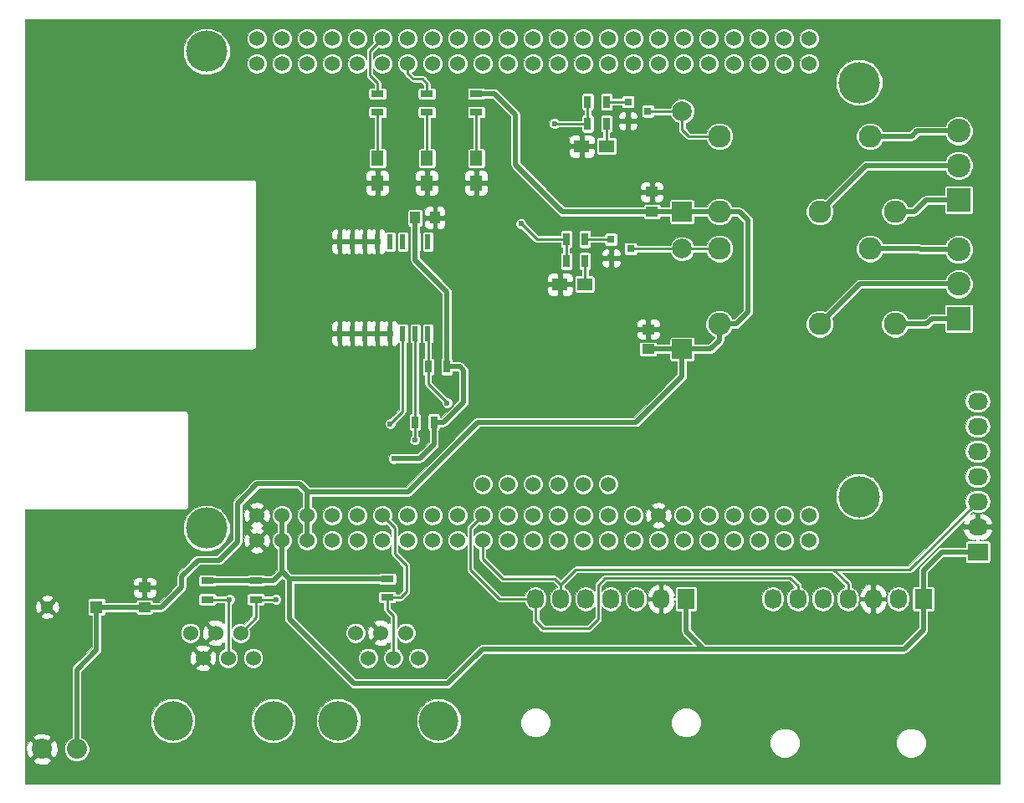
<source format=gtl>
G04 #@! TF.FileFunction,Copper,L1,Top,Signal*
%FSLAX46Y46*%
G04 Gerber Fmt 4.6, Leading zero omitted, Abs format (unit mm)*
G04 Created by KiCad (PCBNEW 4.0.2-stable) date 8/22/2016 2:14:48 PM*
%MOMM*%
G01*
G04 APERTURE LIST*
%ADD10C,0.100000*%
%ADD11C,2.286000*%
%ADD12R,1.300000X0.700000*%
%ADD13R,0.600000X1.500000*%
%ADD14R,1.727200X2.032000*%
%ADD15O,1.727200X2.032000*%
%ADD16C,2.400000*%
%ADD17R,2.400000X2.400000*%
%ADD18R,1.300000X1.300000*%
%ADD19C,1.300000*%
%ADD20R,1.000000X1.250000*%
%ADD21R,1.250000X1.000000*%
%ADD22C,1.998980*%
%ADD23R,1.998980X1.998980*%
%ADD24C,2.032000*%
%ADD25R,0.800100X0.800100*%
%ADD26R,0.700000X1.300000*%
%ADD27R,1.250000X1.500000*%
%ADD28R,1.500000X1.250000*%
%ADD29C,1.524000*%
%ADD30C,4.000000*%
%ADD31C,4.191000*%
%ADD32R,2.032000X1.727200*%
%ADD33O,2.032000X1.727200*%
%ADD34C,0.600000*%
%ADD35C,0.500000*%
%ADD36C,0.250000*%
G04 APERTURE END LIST*
D10*
D11*
X114610000Y-84180000D03*
X124770000Y-91800000D03*
X132390000Y-91800000D03*
X129850000Y-84180000D03*
X114610000Y-91800000D03*
D12*
X62800000Y-131050000D03*
X62800000Y-129150000D03*
X67700000Y-131050000D03*
X67700000Y-129150000D03*
X85000000Y-79850000D03*
X85000000Y-81750000D03*
D13*
X85090000Y-94840000D03*
X83820000Y-94840000D03*
X82550000Y-94840000D03*
X81280000Y-94840000D03*
X80010000Y-94840000D03*
X78740000Y-94840000D03*
X77470000Y-94840000D03*
X76200000Y-94840000D03*
X76200000Y-104140000D03*
X77470000Y-104140000D03*
X78740000Y-104140000D03*
X80010000Y-104140000D03*
X81280000Y-104140000D03*
X82550000Y-104140000D03*
X83820000Y-104140000D03*
X85090000Y-104140000D03*
D12*
X81000000Y-130850000D03*
X81000000Y-128950000D03*
D11*
X114610000Y-95550000D03*
X124770000Y-103170000D03*
X132390000Y-103170000D03*
X129850000Y-95550000D03*
X114610000Y-103170000D03*
D14*
X111240000Y-131000000D03*
D15*
X108700000Y-131000000D03*
X106160000Y-131000000D03*
X103620000Y-131000000D03*
X101080000Y-131000000D03*
X98540000Y-131000000D03*
X96000000Y-131000000D03*
D14*
X135240000Y-131000000D03*
D15*
X132700000Y-131000000D03*
X130160000Y-131000000D03*
X127620000Y-131000000D03*
X125080000Y-131000000D03*
X122540000Y-131000000D03*
X120000000Y-131000000D03*
D16*
X138820000Y-99120000D03*
X138820000Y-95620000D03*
D17*
X138820000Y-102620000D03*
D16*
X138820000Y-87130000D03*
X138820000Y-83630000D03*
D17*
X138820000Y-90630000D03*
D18*
X51580000Y-131820000D03*
D19*
X46580000Y-131820000D03*
D20*
X83830000Y-92430000D03*
X85830000Y-92430000D03*
D21*
X107390000Y-105730000D03*
X107390000Y-103730000D03*
X107790000Y-91810000D03*
X107790000Y-89810000D03*
D22*
X110827460Y-81650000D03*
D23*
X110827460Y-91810000D03*
D22*
X110827460Y-95560000D03*
D23*
X110827460Y-105720000D03*
D24*
X49557580Y-146190000D03*
X46060000Y-146190000D03*
D25*
X105369240Y-80690000D03*
X105369240Y-82590000D03*
X107368220Y-81640000D03*
X103629240Y-94600000D03*
X103629240Y-96500000D03*
X105628220Y-95550000D03*
D12*
X80000000Y-79850000D03*
X80000000Y-81750000D03*
X90000000Y-79850000D03*
X90000000Y-81750000D03*
D26*
X101280000Y-80690000D03*
X103180000Y-80690000D03*
X101280000Y-82910000D03*
X103180000Y-82910000D03*
X83810000Y-113110000D03*
X85710000Y-113110000D03*
X99110000Y-94590000D03*
X101010000Y-94590000D03*
X99110000Y-96810000D03*
X101010000Y-96810000D03*
X85130000Y-107490000D03*
X87030000Y-107490000D03*
D21*
X56440000Y-131820000D03*
X56440000Y-129820000D03*
D27*
X85000000Y-88900000D03*
X85000000Y-86400000D03*
X80010000Y-88900000D03*
X80010000Y-86400000D03*
X90000000Y-88900000D03*
X90000000Y-86400000D03*
D28*
X98460000Y-99140000D03*
X100960000Y-99140000D03*
X100680000Y-85160000D03*
X103180000Y-85160000D03*
D29*
X81608000Y-136980000D03*
X79068000Y-136980000D03*
X84148000Y-136980000D03*
X77798000Y-134440000D03*
X80338000Y-134440000D03*
X82878000Y-134440000D03*
D30*
X86180000Y-143330000D03*
X76020000Y-143330000D03*
D29*
X64878000Y-136980000D03*
X62338000Y-136980000D03*
X67418000Y-136980000D03*
X61068000Y-134440000D03*
X63608000Y-134440000D03*
X66148000Y-134440000D03*
D30*
X69450000Y-143330000D03*
X59290000Y-143330000D03*
D29*
X67785000Y-76835000D03*
X67785000Y-74295000D03*
X70325000Y-76835000D03*
X70325000Y-74295000D03*
X72865000Y-76835000D03*
X72865000Y-74295000D03*
X75405000Y-76835000D03*
X75405000Y-74295000D03*
X77945000Y-76835000D03*
X77945000Y-74295000D03*
X80485000Y-76835000D03*
X80485000Y-74295000D03*
X83025000Y-76835000D03*
X83025000Y-74295000D03*
X85565000Y-76835000D03*
X85565000Y-74295000D03*
X88105000Y-76835000D03*
X88105000Y-74295000D03*
X90645000Y-76835000D03*
X90645000Y-74295000D03*
X93185000Y-76835000D03*
X93185000Y-74295000D03*
X95725000Y-76835000D03*
X95725000Y-74295000D03*
X98265000Y-76835000D03*
X98265000Y-74295000D03*
X100805000Y-76835000D03*
X100805000Y-74295000D03*
X103345000Y-76835000D03*
X103345000Y-74295000D03*
X105885000Y-76835000D03*
X105885000Y-74295000D03*
X108425000Y-76835000D03*
X108425000Y-74295000D03*
X110965000Y-76835000D03*
X110965000Y-74295000D03*
X113505000Y-76835000D03*
X113505000Y-74295000D03*
X116045000Y-76835000D03*
X116045000Y-74295000D03*
X118585000Y-76835000D03*
X118585000Y-74295000D03*
X121125000Y-76835000D03*
X121125000Y-74295000D03*
X123665000Y-76835000D03*
X123665000Y-74295000D03*
X67785000Y-125095000D03*
X67785000Y-122555000D03*
X70325000Y-125095000D03*
X70325000Y-122555000D03*
X72865000Y-125095000D03*
X72865000Y-122555000D03*
X75405000Y-125095000D03*
X75405000Y-122555000D03*
X77945000Y-125095000D03*
X77945000Y-122555000D03*
X80485000Y-125095000D03*
X80485000Y-122555000D03*
X83025000Y-125095000D03*
X83025000Y-122555000D03*
X85565000Y-125095000D03*
X85565000Y-122555000D03*
X88105000Y-125095000D03*
X88105000Y-122555000D03*
X90645000Y-125095000D03*
X90645000Y-122555000D03*
X93185000Y-125095000D03*
X93185000Y-122555000D03*
X95725000Y-125095000D03*
X95725000Y-122555000D03*
X98265000Y-125095000D03*
X98265000Y-122555000D03*
X100805000Y-125095000D03*
X100805000Y-122555000D03*
X103345000Y-125095000D03*
X103345000Y-122555000D03*
X105885000Y-125095000D03*
X105885000Y-122555000D03*
X108425000Y-125095000D03*
X108425000Y-122555000D03*
X110965000Y-125095000D03*
X110965000Y-122555000D03*
X113505000Y-125095000D03*
X113505000Y-122555000D03*
X116045000Y-125095000D03*
X116045000Y-122555000D03*
X118585000Y-125095000D03*
X118585000Y-122555000D03*
X121125000Y-125095000D03*
X121125000Y-122555000D03*
X123665000Y-125095000D03*
X123665000Y-122555000D03*
X90645000Y-119380000D03*
X93185000Y-119380000D03*
X95725000Y-119380000D03*
X98265000Y-119380000D03*
X100805000Y-119380000D03*
X103345000Y-119380000D03*
D31*
X62705000Y-123825000D03*
X128745000Y-120650000D03*
X128745000Y-78740000D03*
X62705000Y-75565000D03*
D32*
X140740000Y-126230000D03*
D33*
X140740000Y-123690000D03*
X140740000Y-121150000D03*
X140740000Y-118610000D03*
X140740000Y-116070000D03*
X140740000Y-113530000D03*
X140740000Y-110990000D03*
D34*
X81670000Y-116780000D03*
X81280000Y-113270000D03*
X94550000Y-93010000D03*
X97930000Y-82910000D03*
X65040000Y-131050000D03*
X69740000Y-131050000D03*
X87020000Y-111160000D03*
X83800000Y-114910000D03*
D35*
X90000000Y-79850000D02*
X91850000Y-79850000D01*
X98720000Y-91810000D02*
X107790000Y-91810000D01*
X93960000Y-87050000D02*
X98720000Y-91810000D01*
X93960000Y-81960000D02*
X93960000Y-87050000D01*
X91850000Y-79850000D02*
X93960000Y-81960000D01*
X110827460Y-105720000D02*
X107400000Y-105720000D01*
X107400000Y-105720000D02*
X107390000Y-105730000D01*
X110827460Y-91810000D02*
X107790000Y-91810000D01*
X114610000Y-91800000D02*
X110837460Y-91800000D01*
X110837460Y-91800000D02*
X110827460Y-91810000D01*
X114610000Y-103170000D02*
X116320000Y-103170000D01*
X116640000Y-91800000D02*
X114610000Y-91800000D01*
X117520000Y-92680000D02*
X116640000Y-91800000D01*
X117520000Y-101970000D02*
X117520000Y-92680000D01*
X116320000Y-103170000D02*
X117520000Y-101970000D01*
X110827460Y-105720000D02*
X113690000Y-105720000D01*
X114610000Y-104800000D02*
X114610000Y-103170000D01*
X113690000Y-105720000D02*
X114610000Y-104800000D01*
X72865000Y-120140000D02*
X83150000Y-120140000D01*
X110827460Y-108442540D02*
X110827460Y-105720000D01*
X106170000Y-113100000D02*
X110827460Y-108442540D01*
X90190000Y-113100000D02*
X106170000Y-113100000D01*
X83150000Y-120140000D02*
X90190000Y-113100000D01*
X72865000Y-122555000D02*
X72865000Y-125095000D01*
X56440000Y-131820000D02*
X58150000Y-131820000D01*
X72865000Y-120115000D02*
X72865000Y-120140000D01*
X72865000Y-120140000D02*
X72865000Y-122555000D01*
X72110000Y-119360000D02*
X72865000Y-120115000D01*
X67810000Y-119360000D02*
X72110000Y-119360000D01*
X65830000Y-121340000D02*
X67810000Y-119360000D01*
X65830000Y-125220000D02*
X65830000Y-121340000D01*
X63980000Y-127070000D02*
X65830000Y-125220000D01*
X61830000Y-127070000D02*
X63980000Y-127070000D01*
X60180000Y-128720000D02*
X61830000Y-127070000D01*
X60180000Y-129790000D02*
X60180000Y-128720000D01*
X58150000Y-131820000D02*
X60180000Y-129790000D01*
X51580000Y-131820000D02*
X56440000Y-131820000D01*
X49557580Y-146190000D02*
X49557580Y-138172420D01*
X51580000Y-136150000D02*
X51580000Y-131820000D01*
X49557580Y-138172420D02*
X51580000Y-136150000D01*
X135240000Y-131000000D02*
X135240000Y-128120000D01*
X137130000Y-126230000D02*
X140740000Y-126230000D01*
X135240000Y-128120000D02*
X137130000Y-126230000D01*
X113010000Y-136060000D02*
X90630000Y-136060000D01*
X71090000Y-133060000D02*
X71090000Y-128950000D01*
X77600000Y-139570000D02*
X71090000Y-133060000D01*
X87120000Y-139570000D02*
X77600000Y-139570000D01*
X90630000Y-136060000D02*
X87120000Y-139570000D01*
X111240000Y-131000000D02*
X111240000Y-134290000D01*
X135240000Y-134120000D02*
X135240000Y-131000000D01*
X133300000Y-136060000D02*
X135240000Y-134120000D01*
X113010000Y-136060000D02*
X133300000Y-136060000D01*
X111240000Y-134290000D02*
X113010000Y-136060000D01*
X85710000Y-113110000D02*
X86690000Y-113110000D01*
X88350000Y-107490000D02*
X87030000Y-107490000D01*
X88730000Y-107870000D02*
X88350000Y-107490000D01*
X88730000Y-111070000D02*
X88730000Y-107870000D01*
X86690000Y-113110000D02*
X88730000Y-111070000D01*
X85710000Y-115370000D02*
X85710000Y-113110000D01*
X84300000Y-116780000D02*
X85710000Y-115370000D01*
X81670000Y-116780000D02*
X84300000Y-116780000D01*
X83820000Y-94840000D02*
X83820000Y-96700000D01*
X83820000Y-96700000D02*
X87030000Y-99910000D01*
X87030000Y-99910000D02*
X87030000Y-107490000D01*
X70325000Y-122555000D02*
X70325000Y-125095000D01*
X83820000Y-94840000D02*
X83830000Y-94830000D01*
X83830000Y-94830000D02*
X83830000Y-92430000D01*
X81000000Y-128950000D02*
X71090000Y-128950000D01*
X71090000Y-128950000D02*
X70325000Y-128185000D01*
X67700000Y-129150000D02*
X69470000Y-129150000D01*
X70325000Y-128295000D02*
X70325000Y-128185000D01*
X70325000Y-128185000D02*
X70325000Y-125095000D01*
X69470000Y-129150000D02*
X70325000Y-128295000D01*
X62800000Y-129150000D02*
X67700000Y-129150000D01*
X124770000Y-103170000D02*
X128820000Y-99120000D01*
X128820000Y-99120000D02*
X138820000Y-99120000D01*
X132390000Y-103170000D02*
X135570000Y-103170000D01*
X136120000Y-102620000D02*
X138820000Y-102620000D01*
X135570000Y-103170000D02*
X136120000Y-102620000D01*
X129850000Y-95550000D02*
X134830000Y-95550000D01*
X134900000Y-95620000D02*
X138820000Y-95620000D01*
X134830000Y-95550000D02*
X134900000Y-95620000D01*
X124770000Y-91800000D02*
X129440000Y-87130000D01*
X129440000Y-87130000D02*
X138820000Y-87130000D01*
X132390000Y-91800000D02*
X134320000Y-91800000D01*
X135490000Y-90630000D02*
X138820000Y-90630000D01*
X134320000Y-91800000D02*
X135490000Y-90630000D01*
X129850000Y-84180000D02*
X134080000Y-84180000D01*
X134630000Y-83630000D02*
X138820000Y-83630000D01*
X134080000Y-84180000D02*
X134630000Y-83630000D01*
D36*
X82550000Y-104140000D02*
X82550000Y-112000000D01*
X82550000Y-112000000D02*
X81280000Y-113270000D01*
X85000000Y-81750000D02*
X85000000Y-86400000D01*
X80000000Y-81750000D02*
X80000000Y-86390000D01*
X80000000Y-86390000D02*
X80010000Y-86400000D01*
X90000000Y-81750000D02*
X90000000Y-86400000D01*
X99110000Y-94590000D02*
X96130000Y-94590000D01*
X96130000Y-94590000D02*
X94550000Y-93010000D01*
X99110000Y-94590000D02*
X99110000Y-96810000D01*
X97930000Y-82910000D02*
X101280000Y-82910000D01*
X101280000Y-80690000D02*
X101280000Y-82910000D01*
X80485000Y-74295000D02*
X79230000Y-75550000D01*
X80000000Y-78780000D02*
X80000000Y-79850000D01*
X79230000Y-78010000D02*
X80000000Y-78780000D01*
X79230000Y-75550000D02*
X79230000Y-78010000D01*
X83025000Y-76835000D02*
X83025000Y-77795000D01*
X85000000Y-78840000D02*
X85000000Y-79850000D01*
X84530000Y-78370000D02*
X85000000Y-78840000D01*
X83600000Y-78370000D02*
X84530000Y-78370000D01*
X83025000Y-77795000D02*
X83600000Y-78370000D01*
X81608000Y-136980000D02*
X81608000Y-132678000D01*
X81000000Y-132070000D02*
X81000000Y-130850000D01*
X81608000Y-132678000D02*
X81000000Y-132070000D01*
X81000000Y-130850000D02*
X82360000Y-130850000D01*
X81760000Y-123830000D02*
X80485000Y-122555000D01*
X81760000Y-126430000D02*
X81760000Y-123830000D01*
X82940000Y-127610000D02*
X81760000Y-126430000D01*
X82940000Y-130270000D02*
X82940000Y-127610000D01*
X82360000Y-130850000D02*
X82940000Y-130270000D01*
X64878000Y-136980000D02*
X64878000Y-131212000D01*
X64878000Y-131212000D02*
X65040000Y-131050000D01*
X62800000Y-131050000D02*
X65040000Y-131050000D01*
X66148000Y-134440000D02*
X67700000Y-132888000D01*
X67700000Y-132888000D02*
X67700000Y-131050000D01*
X67700000Y-131050000D02*
X69740000Y-131050000D01*
X140740000Y-121150000D02*
X133870000Y-128020000D01*
X133870000Y-128020000D02*
X126120000Y-128020000D01*
X98530000Y-129580000D02*
X100090000Y-128020000D01*
X127620000Y-129520000D02*
X127620000Y-131000000D01*
X126120000Y-128020000D02*
X127620000Y-129520000D01*
X100090000Y-128020000D02*
X126120000Y-128020000D01*
X85130000Y-107490000D02*
X85130000Y-109250000D01*
X87020000Y-111140000D02*
X87020000Y-111160000D01*
X85130000Y-109250000D02*
X87020000Y-111140000D01*
X85090000Y-104140000D02*
X85130000Y-104180000D01*
X85130000Y-104180000D02*
X85130000Y-107490000D01*
X90645000Y-125095000D02*
X90645000Y-126935000D01*
X90645000Y-126935000D02*
X92660000Y-128950000D01*
X92660000Y-128950000D02*
X97900000Y-128950000D01*
X97900000Y-128950000D02*
X98440000Y-129490000D01*
X98440000Y-129490000D02*
X98530000Y-129580000D01*
X98530000Y-129580000D02*
X98540000Y-129590000D01*
X98540000Y-129590000D02*
X98540000Y-131000000D01*
X96000000Y-131000000D02*
X96000000Y-133220000D01*
X122540000Y-129660000D02*
X122540000Y-131000000D01*
X121770000Y-128890000D02*
X122540000Y-129660000D01*
X103060000Y-128890000D02*
X121770000Y-128890000D01*
X102340000Y-129610000D02*
X103060000Y-128890000D01*
X102340000Y-133040000D02*
X102340000Y-129610000D01*
X101380000Y-134000000D02*
X102340000Y-133040000D01*
X96780000Y-134000000D02*
X101380000Y-134000000D01*
X96000000Y-133220000D02*
X96780000Y-134000000D01*
X83800000Y-114910000D02*
X83800000Y-113120000D01*
X83800000Y-113120000D02*
X83810000Y-113110000D01*
X83810000Y-113110000D02*
X83810000Y-104150000D01*
X83810000Y-104150000D02*
X83820000Y-104140000D01*
X83820000Y-104140000D02*
X83810000Y-104150000D01*
X96000000Y-131000000D02*
X92390000Y-131000000D01*
X89390000Y-123810000D02*
X90645000Y-122555000D01*
X89390000Y-128000000D02*
X89390000Y-123810000D01*
X92390000Y-131000000D02*
X89390000Y-128000000D01*
X110827460Y-81650000D02*
X107378220Y-81650000D01*
X107378220Y-81650000D02*
X107368220Y-81640000D01*
X114610000Y-84180000D02*
X111510000Y-84180000D01*
X110827460Y-83497460D02*
X110827460Y-81650000D01*
X111510000Y-84180000D02*
X110827460Y-83497460D01*
X114610000Y-95550000D02*
X110837460Y-95550000D01*
X110837460Y-95550000D02*
X110827460Y-95560000D01*
X110827460Y-95560000D02*
X105638220Y-95560000D01*
X105638220Y-95560000D02*
X105628220Y-95550000D01*
X105369240Y-80690000D02*
X103180000Y-80690000D01*
X103629240Y-94600000D02*
X101020000Y-94600000D01*
X101020000Y-94600000D02*
X101010000Y-94590000D01*
X103180000Y-82910000D02*
X103180000Y-85160000D01*
X101010000Y-96810000D02*
X101010000Y-99090000D01*
X101010000Y-99090000D02*
X100960000Y-99140000D01*
D10*
G36*
X142971100Y-149675000D02*
X44325000Y-149675000D01*
X44325000Y-147360308D01*
X45178191Y-147360308D01*
X45289393Y-147597715D01*
X45886761Y-147785457D01*
X46510503Y-147730306D01*
X46830607Y-147597715D01*
X46941809Y-147360308D01*
X46060000Y-146478500D01*
X45178191Y-147360308D01*
X44325000Y-147360308D01*
X44325000Y-146016761D01*
X44464543Y-146016761D01*
X44519694Y-146640503D01*
X44652285Y-146960607D01*
X44889692Y-147071809D01*
X45771500Y-146190000D01*
X46348500Y-146190000D01*
X47230308Y-147071809D01*
X47467715Y-146960607D01*
X47631106Y-146440718D01*
X48291361Y-146440718D01*
X48483692Y-146906194D01*
X48839513Y-147262636D01*
X49304652Y-147455779D01*
X49808298Y-147456219D01*
X50273774Y-147263888D01*
X50630216Y-146908067D01*
X50823359Y-146442928D01*
X50823799Y-145939282D01*
X50806353Y-145897059D01*
X119739740Y-145897059D01*
X119967620Y-146448572D01*
X120389209Y-146870897D01*
X120940323Y-147099739D01*
X121537059Y-147100260D01*
X122088572Y-146872380D01*
X122510897Y-146450791D01*
X122739739Y-145899677D01*
X122739741Y-145897059D01*
X132499740Y-145897059D01*
X132727620Y-146448572D01*
X133149209Y-146870897D01*
X133700323Y-147099739D01*
X134297059Y-147100260D01*
X134848572Y-146872380D01*
X135270897Y-146450791D01*
X135499739Y-145899677D01*
X135500260Y-145302941D01*
X135272380Y-144751428D01*
X134850791Y-144329103D01*
X134299677Y-144100261D01*
X133702941Y-144099740D01*
X133151428Y-144327620D01*
X132729103Y-144749209D01*
X132500261Y-145300323D01*
X132499740Y-145897059D01*
X122739741Y-145897059D01*
X122740260Y-145302941D01*
X122512380Y-144751428D01*
X122090791Y-144329103D01*
X121539677Y-144100261D01*
X120942941Y-144099740D01*
X120391428Y-144327620D01*
X119969103Y-144749209D01*
X119740261Y-145300323D01*
X119739740Y-145897059D01*
X50806353Y-145897059D01*
X50631468Y-145473806D01*
X50275647Y-145117364D01*
X50057580Y-145026814D01*
X50057580Y-143775589D01*
X57039610Y-143775589D01*
X57381431Y-144602858D01*
X58013813Y-145236345D01*
X58840484Y-145579608D01*
X59735589Y-145580390D01*
X60562858Y-145238569D01*
X61196345Y-144606187D01*
X61539608Y-143779516D01*
X61539611Y-143775589D01*
X67199610Y-143775589D01*
X67541431Y-144602858D01*
X68173813Y-145236345D01*
X69000484Y-145579608D01*
X69895589Y-145580390D01*
X70722858Y-145238569D01*
X71356345Y-144606187D01*
X71699608Y-143779516D01*
X71699611Y-143775589D01*
X73769610Y-143775589D01*
X74111431Y-144602858D01*
X74743813Y-145236345D01*
X75570484Y-145579608D01*
X76465589Y-145580390D01*
X77292858Y-145238569D01*
X77926345Y-144606187D01*
X78269608Y-143779516D01*
X78269611Y-143775589D01*
X83929610Y-143775589D01*
X84271431Y-144602858D01*
X84903813Y-145236345D01*
X85730484Y-145579608D01*
X86625589Y-145580390D01*
X87452858Y-145238569D01*
X88086345Y-144606187D01*
X88422323Y-143797059D01*
X94499740Y-143797059D01*
X94727620Y-144348572D01*
X95149209Y-144770897D01*
X95700323Y-144999739D01*
X96297059Y-145000260D01*
X96848572Y-144772380D01*
X97270897Y-144350791D01*
X97499739Y-143799677D01*
X97499741Y-143797059D01*
X109739740Y-143797059D01*
X109967620Y-144348572D01*
X110389209Y-144770897D01*
X110940323Y-144999739D01*
X111537059Y-145000260D01*
X112088572Y-144772380D01*
X112510897Y-144350791D01*
X112739739Y-143799677D01*
X112740260Y-143202941D01*
X112512380Y-142651428D01*
X112090791Y-142229103D01*
X111539677Y-142000261D01*
X110942941Y-141999740D01*
X110391428Y-142227620D01*
X109969103Y-142649209D01*
X109740261Y-143200323D01*
X109739740Y-143797059D01*
X97499741Y-143797059D01*
X97500260Y-143202941D01*
X97272380Y-142651428D01*
X96850791Y-142229103D01*
X96299677Y-142000261D01*
X95702941Y-141999740D01*
X95151428Y-142227620D01*
X94729103Y-142649209D01*
X94500261Y-143200323D01*
X94499740Y-143797059D01*
X88422323Y-143797059D01*
X88429608Y-143779516D01*
X88430390Y-142884411D01*
X88088569Y-142057142D01*
X87456187Y-141423655D01*
X86629516Y-141080392D01*
X85734411Y-141079610D01*
X84907142Y-141421431D01*
X84273655Y-142053813D01*
X83930392Y-142880484D01*
X83929610Y-143775589D01*
X78269611Y-143775589D01*
X78270390Y-142884411D01*
X77928569Y-142057142D01*
X77296187Y-141423655D01*
X76469516Y-141080392D01*
X75574411Y-141079610D01*
X74747142Y-141421431D01*
X74113655Y-142053813D01*
X73770392Y-142880484D01*
X73769610Y-143775589D01*
X71699611Y-143775589D01*
X71700390Y-142884411D01*
X71358569Y-142057142D01*
X70726187Y-141423655D01*
X69899516Y-141080392D01*
X69004411Y-141079610D01*
X68177142Y-141421431D01*
X67543655Y-142053813D01*
X67200392Y-142880484D01*
X67199610Y-143775589D01*
X61539611Y-143775589D01*
X61540390Y-142884411D01*
X61198569Y-142057142D01*
X60566187Y-141423655D01*
X59739516Y-141080392D01*
X58844411Y-141079610D01*
X58017142Y-141421431D01*
X57383655Y-142053813D01*
X57040392Y-142880484D01*
X57039610Y-143775589D01*
X50057580Y-143775589D01*
X50057580Y-138379526D01*
X50472116Y-137964990D01*
X61641510Y-137964990D01*
X61721104Y-138176151D01*
X62225809Y-138321175D01*
X62747595Y-138262018D01*
X62954896Y-138176151D01*
X63034490Y-137964990D01*
X62338000Y-137268500D01*
X61641510Y-137964990D01*
X50472116Y-137964990D01*
X51569297Y-136867809D01*
X60996825Y-136867809D01*
X61055982Y-137389595D01*
X61141849Y-137596896D01*
X61353010Y-137676490D01*
X62049500Y-136980000D01*
X62626500Y-136980000D01*
X63322990Y-137676490D01*
X63534151Y-137596896D01*
X63679175Y-137092191D01*
X63620018Y-136570405D01*
X63534151Y-136363104D01*
X63322990Y-136283510D01*
X62626500Y-136980000D01*
X62049500Y-136980000D01*
X61353010Y-136283510D01*
X61141849Y-136363104D01*
X60996825Y-136867809D01*
X51569297Y-136867809D01*
X51933554Y-136503553D01*
X52041940Y-136341342D01*
X52080000Y-136150000D01*
X52080000Y-135995010D01*
X61641510Y-135995010D01*
X62338000Y-136691500D01*
X63034490Y-135995010D01*
X62954896Y-135783849D01*
X62450191Y-135638825D01*
X61928405Y-135697982D01*
X61721104Y-135783849D01*
X61641510Y-135995010D01*
X52080000Y-135995010D01*
X52080000Y-134640416D01*
X60055825Y-134640416D01*
X60209568Y-135012503D01*
X60494000Y-135297431D01*
X60865818Y-135451824D01*
X61268416Y-135452175D01*
X61640503Y-135298432D01*
X61925431Y-135014000D01*
X62079824Y-134642182D01*
X62080098Y-134327809D01*
X62266825Y-134327809D01*
X62325982Y-134849595D01*
X62411849Y-135056896D01*
X62623010Y-135136490D01*
X63319500Y-134440000D01*
X62623010Y-133743510D01*
X62411849Y-133823104D01*
X62266825Y-134327809D01*
X62080098Y-134327809D01*
X62080175Y-134239584D01*
X61926432Y-133867497D01*
X61642000Y-133582569D01*
X61270182Y-133428176D01*
X60867584Y-133427825D01*
X60495497Y-133581568D01*
X60210569Y-133866000D01*
X60056176Y-134237818D01*
X60055825Y-134640416D01*
X52080000Y-134640416D01*
X52080000Y-132724897D01*
X52230000Y-132724897D01*
X52322644Y-132707465D01*
X52407732Y-132652712D01*
X52464815Y-132569169D01*
X52484897Y-132470000D01*
X52484897Y-132320000D01*
X55560103Y-132320000D01*
X55577535Y-132412644D01*
X55632288Y-132497732D01*
X55715831Y-132554815D01*
X55815000Y-132574897D01*
X57065000Y-132574897D01*
X57157644Y-132557465D01*
X57242732Y-132502712D01*
X57299815Y-132419169D01*
X57319897Y-132320000D01*
X58150000Y-132320000D01*
X58341342Y-132281940D01*
X58503553Y-132173553D01*
X59977106Y-130700000D01*
X61895103Y-130700000D01*
X61895103Y-131400000D01*
X61912535Y-131492644D01*
X61967288Y-131577732D01*
X62050831Y-131634815D01*
X62150000Y-131654897D01*
X63450000Y-131654897D01*
X63542644Y-131637465D01*
X63627732Y-131582712D01*
X63684815Y-131499169D01*
X63699834Y-131425000D01*
X64503000Y-131425000D01*
X64503000Y-133433051D01*
X64414723Y-133344774D01*
X64304489Y-133455008D01*
X64224896Y-133243849D01*
X63720191Y-133098825D01*
X63198405Y-133157982D01*
X62991104Y-133243849D01*
X62911510Y-133455010D01*
X63608000Y-134151500D01*
X63622142Y-134137358D01*
X63910642Y-134425858D01*
X63896500Y-134440000D01*
X63910642Y-134454142D01*
X63622142Y-134742642D01*
X63608000Y-134728500D01*
X62911510Y-135424990D01*
X62991104Y-135636151D01*
X63495809Y-135781175D01*
X64017595Y-135722018D01*
X64224896Y-135636151D01*
X64304489Y-135424992D01*
X64414723Y-135535226D01*
X64503000Y-135446949D01*
X64503000Y-136039962D01*
X64305497Y-136121568D01*
X64020569Y-136406000D01*
X63866176Y-136777818D01*
X63865825Y-137180416D01*
X64019568Y-137552503D01*
X64304000Y-137837431D01*
X64675818Y-137991824D01*
X65078416Y-137992175D01*
X65450503Y-137838432D01*
X65735431Y-137554000D01*
X65889824Y-137182182D01*
X65889825Y-137180416D01*
X66405825Y-137180416D01*
X66559568Y-137552503D01*
X66844000Y-137837431D01*
X67215818Y-137991824D01*
X67618416Y-137992175D01*
X67990503Y-137838432D01*
X68275431Y-137554000D01*
X68429824Y-137182182D01*
X68430175Y-136779584D01*
X68276432Y-136407497D01*
X67992000Y-136122569D01*
X67620182Y-135968176D01*
X67217584Y-135967825D01*
X66845497Y-136121568D01*
X66560569Y-136406000D01*
X66406176Y-136777818D01*
X66405825Y-137180416D01*
X65889825Y-137180416D01*
X65890175Y-136779584D01*
X65736432Y-136407497D01*
X65452000Y-136122569D01*
X65253000Y-136039937D01*
X65253000Y-134924002D01*
X65289568Y-135012503D01*
X65574000Y-135297431D01*
X65945818Y-135451824D01*
X66348416Y-135452175D01*
X66720503Y-135298432D01*
X67005431Y-135014000D01*
X67159824Y-134642182D01*
X67160175Y-134239584D01*
X67077890Y-134040440D01*
X67965165Y-133153165D01*
X68001474Y-133098825D01*
X68046455Y-133031506D01*
X68075000Y-132888000D01*
X68075000Y-131654897D01*
X68350000Y-131654897D01*
X68442644Y-131637465D01*
X68527732Y-131582712D01*
X68584815Y-131499169D01*
X68599834Y-131425000D01*
X69337207Y-131425000D01*
X69428043Y-131515995D01*
X69630118Y-131599904D01*
X69848922Y-131600095D01*
X70051143Y-131516539D01*
X70205995Y-131361957D01*
X70289904Y-131159882D01*
X70290095Y-130941078D01*
X70206539Y-130738857D01*
X70051957Y-130584005D01*
X69849882Y-130500096D01*
X69631078Y-130499905D01*
X69428857Y-130583461D01*
X69337158Y-130675000D01*
X68600193Y-130675000D01*
X68587465Y-130607356D01*
X68532712Y-130522268D01*
X68449169Y-130465185D01*
X68350000Y-130445103D01*
X67050000Y-130445103D01*
X66957356Y-130462535D01*
X66872268Y-130517288D01*
X66815185Y-130600831D01*
X66795103Y-130700000D01*
X66795103Y-131400000D01*
X66812535Y-131492644D01*
X66867288Y-131577732D01*
X66950831Y-131634815D01*
X67050000Y-131654897D01*
X67325000Y-131654897D01*
X67325000Y-132732670D01*
X66547542Y-133510128D01*
X66350182Y-133428176D01*
X65947584Y-133427825D01*
X65575497Y-133581568D01*
X65290569Y-133866000D01*
X65253000Y-133956476D01*
X65253000Y-131557091D01*
X65351143Y-131516539D01*
X65505995Y-131361957D01*
X65589904Y-131159882D01*
X65590095Y-130941078D01*
X65506539Y-130738857D01*
X65351957Y-130584005D01*
X65149882Y-130500096D01*
X64931078Y-130499905D01*
X64728857Y-130583461D01*
X64637158Y-130675000D01*
X63700193Y-130675000D01*
X63687465Y-130607356D01*
X63632712Y-130522268D01*
X63549169Y-130465185D01*
X63450000Y-130445103D01*
X62150000Y-130445103D01*
X62057356Y-130462535D01*
X61972268Y-130517288D01*
X61915185Y-130600831D01*
X61895103Y-130700000D01*
X59977106Y-130700000D01*
X60533554Y-130143553D01*
X60605843Y-130035364D01*
X60641940Y-129981342D01*
X60680000Y-129790000D01*
X60680000Y-128927106D01*
X60807106Y-128800000D01*
X61895103Y-128800000D01*
X61895103Y-129500000D01*
X61912535Y-129592644D01*
X61967288Y-129677732D01*
X62050831Y-129734815D01*
X62150000Y-129754897D01*
X63450000Y-129754897D01*
X63542644Y-129737465D01*
X63627732Y-129682712D01*
X63650083Y-129650000D01*
X66849443Y-129650000D01*
X66867288Y-129677732D01*
X66950831Y-129734815D01*
X67050000Y-129754897D01*
X68350000Y-129754897D01*
X68442644Y-129737465D01*
X68527732Y-129682712D01*
X68550083Y-129650000D01*
X69470000Y-129650000D01*
X69661342Y-129611940D01*
X69823553Y-129503553D01*
X70380000Y-128947107D01*
X70590000Y-129157107D01*
X70590000Y-133060000D01*
X70608532Y-133153165D01*
X70628060Y-133251342D01*
X70736447Y-133413553D01*
X77246446Y-139923553D01*
X77408658Y-140031940D01*
X77600000Y-140070000D01*
X87120000Y-140070000D01*
X87311342Y-140031940D01*
X87473553Y-139923553D01*
X90837107Y-136560000D01*
X133300000Y-136560000D01*
X133491342Y-136521940D01*
X133653553Y-136413553D01*
X135593553Y-134473554D01*
X135701940Y-134311342D01*
X135716213Y-134239584D01*
X135740000Y-134120000D01*
X135740000Y-132270897D01*
X136103600Y-132270897D01*
X136196244Y-132253465D01*
X136281332Y-132198712D01*
X136338415Y-132115169D01*
X136358497Y-132016000D01*
X136358497Y-129984000D01*
X136341065Y-129891356D01*
X136286312Y-129806268D01*
X136202769Y-129749185D01*
X136103600Y-129729103D01*
X135740000Y-129729103D01*
X135740000Y-128327106D01*
X137337107Y-126730000D01*
X139469103Y-126730000D01*
X139469103Y-127093600D01*
X139486535Y-127186244D01*
X139541288Y-127271332D01*
X139624831Y-127328415D01*
X139724000Y-127348497D01*
X141756000Y-127348497D01*
X141848644Y-127331065D01*
X141933732Y-127276312D01*
X141990815Y-127192769D01*
X142010897Y-127093600D01*
X142010897Y-125366400D01*
X141993465Y-125273756D01*
X141938712Y-125188668D01*
X141855169Y-125131585D01*
X141756000Y-125111503D01*
X140944002Y-125111503D01*
X140944002Y-124968398D01*
X141165173Y-125082368D01*
X141677246Y-124871995D01*
X142069833Y-124481673D01*
X142250053Y-124111574D01*
X142158166Y-123894000D01*
X140944000Y-123894000D01*
X140944000Y-123914000D01*
X140536000Y-123914000D01*
X140536000Y-123894000D01*
X139321834Y-123894000D01*
X139229947Y-124111574D01*
X139410167Y-124481673D01*
X139802754Y-124871995D01*
X140314827Y-125082368D01*
X140535998Y-124968398D01*
X140535998Y-125111503D01*
X139724000Y-125111503D01*
X139631356Y-125128935D01*
X139546268Y-125183688D01*
X139489185Y-125267231D01*
X139469103Y-125366400D01*
X139469103Y-125730000D01*
X137130000Y-125730000D01*
X136938658Y-125768060D01*
X136903593Y-125791490D01*
X136776447Y-125876446D01*
X134886447Y-127766447D01*
X134778060Y-127928658D01*
X134740000Y-128120000D01*
X134740000Y-129729103D01*
X134376400Y-129729103D01*
X134283756Y-129746535D01*
X134198668Y-129801288D01*
X134141585Y-129884831D01*
X134121503Y-129984000D01*
X134121503Y-132016000D01*
X134138935Y-132108644D01*
X134193688Y-132193732D01*
X134277231Y-132250815D01*
X134376400Y-132270897D01*
X134740000Y-132270897D01*
X134740000Y-133912893D01*
X133092894Y-135560000D01*
X113217106Y-135560000D01*
X111740000Y-134082894D01*
X111740000Y-132270897D01*
X112103600Y-132270897D01*
X112196244Y-132253465D01*
X112281332Y-132198712D01*
X112338415Y-132115169D01*
X112358497Y-132016000D01*
X112358497Y-130822798D01*
X118886400Y-130822798D01*
X118886400Y-131177202D01*
X118971168Y-131603358D01*
X119212566Y-131964636D01*
X119573844Y-132206034D01*
X120000000Y-132290802D01*
X120426156Y-132206034D01*
X120787434Y-131964636D01*
X121028832Y-131603358D01*
X121113600Y-131177202D01*
X121113600Y-130822798D01*
X121028832Y-130396642D01*
X120787434Y-130035364D01*
X120426156Y-129793966D01*
X120000000Y-129709198D01*
X119573844Y-129793966D01*
X119212566Y-130035364D01*
X118971168Y-130396642D01*
X118886400Y-130822798D01*
X112358497Y-130822798D01*
X112358497Y-129984000D01*
X112341065Y-129891356D01*
X112286312Y-129806268D01*
X112202769Y-129749185D01*
X112103600Y-129729103D01*
X110376400Y-129729103D01*
X110283756Y-129746535D01*
X110198668Y-129801288D01*
X110141585Y-129884831D01*
X110121503Y-129984000D01*
X110121503Y-130795998D01*
X109978398Y-130795998D01*
X110092368Y-130574827D01*
X109881995Y-130062754D01*
X109491673Y-129670167D01*
X109121574Y-129489947D01*
X108904000Y-129581834D01*
X108904000Y-130796000D01*
X108924000Y-130796000D01*
X108924000Y-131204000D01*
X108904000Y-131204000D01*
X108904000Y-132418166D01*
X109121574Y-132510053D01*
X109491673Y-132329833D01*
X109881995Y-131937246D01*
X110092368Y-131425173D01*
X109978398Y-131204002D01*
X110121503Y-131204002D01*
X110121503Y-132016000D01*
X110138935Y-132108644D01*
X110193688Y-132193732D01*
X110277231Y-132250815D01*
X110376400Y-132270897D01*
X110740000Y-132270897D01*
X110740000Y-134290000D01*
X110769837Y-134440000D01*
X110778060Y-134481342D01*
X110886447Y-134643553D01*
X111802894Y-135560000D01*
X90630000Y-135560000D01*
X90438658Y-135598060D01*
X90373686Y-135641474D01*
X90276447Y-135706446D01*
X86912894Y-139070000D01*
X77807107Y-139070000D01*
X75917523Y-137180416D01*
X78055825Y-137180416D01*
X78209568Y-137552503D01*
X78494000Y-137837431D01*
X78865818Y-137991824D01*
X79268416Y-137992175D01*
X79640503Y-137838432D01*
X79925431Y-137554000D01*
X80079824Y-137182182D01*
X80080175Y-136779584D01*
X79926432Y-136407497D01*
X79642000Y-136122569D01*
X79270182Y-135968176D01*
X78867584Y-135967825D01*
X78495497Y-136121568D01*
X78210569Y-136406000D01*
X78056176Y-136777818D01*
X78055825Y-137180416D01*
X75917523Y-137180416D01*
X73377523Y-134640416D01*
X76785825Y-134640416D01*
X76939568Y-135012503D01*
X77224000Y-135297431D01*
X77595818Y-135451824D01*
X77998416Y-135452175D01*
X78370503Y-135298432D01*
X78655431Y-135014000D01*
X78809824Y-134642182D01*
X78810098Y-134327809D01*
X78996825Y-134327809D01*
X79055982Y-134849595D01*
X79141849Y-135056896D01*
X79353010Y-135136490D01*
X80049500Y-134440000D01*
X79353010Y-133743510D01*
X79141849Y-133823104D01*
X78996825Y-134327809D01*
X78810098Y-134327809D01*
X78810175Y-134239584D01*
X78656432Y-133867497D01*
X78372000Y-133582569D01*
X78000182Y-133428176D01*
X77597584Y-133427825D01*
X77225497Y-133581568D01*
X76940569Y-133866000D01*
X76786176Y-134237818D01*
X76785825Y-134640416D01*
X73377523Y-134640416D01*
X71590000Y-132852894D01*
X71590000Y-129450000D01*
X80149443Y-129450000D01*
X80167288Y-129477732D01*
X80250831Y-129534815D01*
X80350000Y-129554897D01*
X81650000Y-129554897D01*
X81742644Y-129537465D01*
X81827732Y-129482712D01*
X81884815Y-129399169D01*
X81904897Y-129300000D01*
X81904897Y-128600000D01*
X81887465Y-128507356D01*
X81832712Y-128422268D01*
X81749169Y-128365185D01*
X81650000Y-128345103D01*
X80350000Y-128345103D01*
X80257356Y-128362535D01*
X80172268Y-128417288D01*
X80149917Y-128450000D01*
X71297107Y-128450000D01*
X70825000Y-127977894D01*
X70825000Y-125983390D01*
X70897503Y-125953432D01*
X71182431Y-125669000D01*
X71336824Y-125297182D01*
X71337175Y-124894584D01*
X71183432Y-124522497D01*
X70899000Y-124237569D01*
X70825000Y-124206841D01*
X70825000Y-123443390D01*
X70897503Y-123413432D01*
X71182431Y-123129000D01*
X71336824Y-122757182D01*
X71337175Y-122354584D01*
X71183432Y-121982497D01*
X70899000Y-121697569D01*
X70527182Y-121543176D01*
X70124584Y-121542825D01*
X69752497Y-121696568D01*
X69467569Y-121981000D01*
X69313176Y-122352818D01*
X69312825Y-122755416D01*
X69466568Y-123127503D01*
X69751000Y-123412431D01*
X69825000Y-123443159D01*
X69825000Y-124206610D01*
X69752497Y-124236568D01*
X69467569Y-124521000D01*
X69313176Y-124892818D01*
X69312825Y-125295416D01*
X69466568Y-125667503D01*
X69751000Y-125952431D01*
X69825000Y-125983159D01*
X69825000Y-128087893D01*
X69262894Y-128650000D01*
X68550557Y-128650000D01*
X68532712Y-128622268D01*
X68449169Y-128565185D01*
X68350000Y-128545103D01*
X67050000Y-128545103D01*
X66957356Y-128562535D01*
X66872268Y-128617288D01*
X66849917Y-128650000D01*
X63650557Y-128650000D01*
X63632712Y-128622268D01*
X63549169Y-128565185D01*
X63450000Y-128545103D01*
X62150000Y-128545103D01*
X62057356Y-128562535D01*
X61972268Y-128617288D01*
X61915185Y-128700831D01*
X61895103Y-128800000D01*
X60807106Y-128800000D01*
X62037107Y-127570000D01*
X63980000Y-127570000D01*
X64171342Y-127531940D01*
X64333553Y-127423553D01*
X65677116Y-126079990D01*
X67088510Y-126079990D01*
X67168104Y-126291151D01*
X67672809Y-126436175D01*
X68194595Y-126377018D01*
X68401896Y-126291151D01*
X68481490Y-126079990D01*
X67785000Y-125383500D01*
X67088510Y-126079990D01*
X65677116Y-126079990D01*
X66183553Y-125573553D01*
X66291940Y-125411342D01*
X66300879Y-125366400D01*
X66330000Y-125220000D01*
X66330000Y-124982809D01*
X66443825Y-124982809D01*
X66502982Y-125504595D01*
X66588849Y-125711896D01*
X66800010Y-125791490D01*
X67496500Y-125095000D01*
X68073500Y-125095000D01*
X68769990Y-125791490D01*
X68981151Y-125711896D01*
X69126175Y-125207191D01*
X69067018Y-124685405D01*
X68981151Y-124478104D01*
X68769990Y-124398510D01*
X68073500Y-125095000D01*
X67496500Y-125095000D01*
X66800010Y-124398510D01*
X66588849Y-124478104D01*
X66443825Y-124982809D01*
X66330000Y-124982809D01*
X66330000Y-123539990D01*
X67088510Y-123539990D01*
X67168104Y-123751151D01*
X67381056Y-123812341D01*
X67375405Y-123812982D01*
X67168104Y-123898849D01*
X67088510Y-124110010D01*
X67785000Y-124806500D01*
X68481490Y-124110010D01*
X68401896Y-123898849D01*
X68188944Y-123837659D01*
X68194595Y-123837018D01*
X68401896Y-123751151D01*
X68481490Y-123539990D01*
X67785000Y-122843500D01*
X67088510Y-123539990D01*
X66330000Y-123539990D01*
X66330000Y-122442809D01*
X66443825Y-122442809D01*
X66502982Y-122964595D01*
X66588849Y-123171896D01*
X66800010Y-123251490D01*
X67496500Y-122555000D01*
X68073500Y-122555000D01*
X68769990Y-123251490D01*
X68981151Y-123171896D01*
X69126175Y-122667191D01*
X69067018Y-122145405D01*
X68981151Y-121938104D01*
X68769990Y-121858510D01*
X68073500Y-122555000D01*
X67496500Y-122555000D01*
X66800010Y-121858510D01*
X66588849Y-121938104D01*
X66443825Y-122442809D01*
X66330000Y-122442809D01*
X66330000Y-121570010D01*
X67088510Y-121570010D01*
X67785000Y-122266500D01*
X68481490Y-121570010D01*
X68401896Y-121358849D01*
X67897191Y-121213825D01*
X67375405Y-121272982D01*
X67168104Y-121358849D01*
X67088510Y-121570010D01*
X66330000Y-121570010D01*
X66330000Y-121547106D01*
X68017106Y-119860000D01*
X71902894Y-119860000D01*
X72365000Y-120322107D01*
X72365000Y-121666610D01*
X72292497Y-121696568D01*
X72007569Y-121981000D01*
X71853176Y-122352818D01*
X71852825Y-122755416D01*
X72006568Y-123127503D01*
X72291000Y-123412431D01*
X72365000Y-123443159D01*
X72365000Y-124206610D01*
X72292497Y-124236568D01*
X72007569Y-124521000D01*
X71853176Y-124892818D01*
X71852825Y-125295416D01*
X72006568Y-125667503D01*
X72291000Y-125952431D01*
X72662818Y-126106824D01*
X73065416Y-126107175D01*
X73437503Y-125953432D01*
X73722431Y-125669000D01*
X73876824Y-125297182D01*
X73876825Y-125295416D01*
X74392825Y-125295416D01*
X74546568Y-125667503D01*
X74831000Y-125952431D01*
X75202818Y-126106824D01*
X75605416Y-126107175D01*
X75977503Y-125953432D01*
X76262431Y-125669000D01*
X76416824Y-125297182D01*
X76416825Y-125295416D01*
X76932825Y-125295416D01*
X77086568Y-125667503D01*
X77371000Y-125952431D01*
X77742818Y-126106824D01*
X78145416Y-126107175D01*
X78517503Y-125953432D01*
X78802431Y-125669000D01*
X78956824Y-125297182D01*
X78957175Y-124894584D01*
X78803432Y-124522497D01*
X78519000Y-124237569D01*
X78147182Y-124083176D01*
X77744584Y-124082825D01*
X77372497Y-124236568D01*
X77087569Y-124521000D01*
X76933176Y-124892818D01*
X76932825Y-125295416D01*
X76416825Y-125295416D01*
X76417175Y-124894584D01*
X76263432Y-124522497D01*
X75979000Y-124237569D01*
X75607182Y-124083176D01*
X75204584Y-124082825D01*
X74832497Y-124236568D01*
X74547569Y-124521000D01*
X74393176Y-124892818D01*
X74392825Y-125295416D01*
X73876825Y-125295416D01*
X73877175Y-124894584D01*
X73723432Y-124522497D01*
X73439000Y-124237569D01*
X73365000Y-124206841D01*
X73365000Y-123443390D01*
X73437503Y-123413432D01*
X73722431Y-123129000D01*
X73876824Y-122757182D01*
X73876825Y-122755416D01*
X74392825Y-122755416D01*
X74546568Y-123127503D01*
X74831000Y-123412431D01*
X75202818Y-123566824D01*
X75605416Y-123567175D01*
X75977503Y-123413432D01*
X76262431Y-123129000D01*
X76416824Y-122757182D01*
X76416825Y-122755416D01*
X76932825Y-122755416D01*
X77086568Y-123127503D01*
X77371000Y-123412431D01*
X77742818Y-123566824D01*
X78145416Y-123567175D01*
X78517503Y-123413432D01*
X78802431Y-123129000D01*
X78956824Y-122757182D01*
X78956825Y-122755416D01*
X79472825Y-122755416D01*
X79626568Y-123127503D01*
X79911000Y-123412431D01*
X80282818Y-123566824D01*
X80685416Y-123567175D01*
X80884560Y-123484890D01*
X81385000Y-123985330D01*
X81385000Y-124623099D01*
X81343432Y-124522497D01*
X81059000Y-124237569D01*
X80687182Y-124083176D01*
X80284584Y-124082825D01*
X79912497Y-124236568D01*
X79627569Y-124521000D01*
X79473176Y-124892818D01*
X79472825Y-125295416D01*
X79626568Y-125667503D01*
X79911000Y-125952431D01*
X80282818Y-126106824D01*
X80685416Y-126107175D01*
X81057503Y-125953432D01*
X81342431Y-125669000D01*
X81385000Y-125566483D01*
X81385000Y-126430000D01*
X81413545Y-126573507D01*
X81494835Y-126695165D01*
X82565000Y-127765330D01*
X82565000Y-130114670D01*
X82204670Y-130475000D01*
X81900193Y-130475000D01*
X81887465Y-130407356D01*
X81832712Y-130322268D01*
X81749169Y-130265185D01*
X81650000Y-130245103D01*
X80350000Y-130245103D01*
X80257356Y-130262535D01*
X80172268Y-130317288D01*
X80115185Y-130400831D01*
X80095103Y-130500000D01*
X80095103Y-131200000D01*
X80112535Y-131292644D01*
X80167288Y-131377732D01*
X80250831Y-131434815D01*
X80350000Y-131454897D01*
X80625000Y-131454897D01*
X80625000Y-132070000D01*
X80653545Y-132213507D01*
X80734835Y-132335165D01*
X81233000Y-132833330D01*
X81233000Y-133433051D01*
X81144723Y-133344774D01*
X81034489Y-133455008D01*
X80954896Y-133243849D01*
X80450191Y-133098825D01*
X79928405Y-133157982D01*
X79721104Y-133243849D01*
X79641510Y-133455010D01*
X80338000Y-134151500D01*
X80352142Y-134137358D01*
X80640642Y-134425858D01*
X80626500Y-134440000D01*
X80640642Y-134454142D01*
X80352142Y-134742642D01*
X80338000Y-134728500D01*
X79641510Y-135424990D01*
X79721104Y-135636151D01*
X80225809Y-135781175D01*
X80747595Y-135722018D01*
X80954896Y-135636151D01*
X81034489Y-135424992D01*
X81144723Y-135535226D01*
X81233000Y-135446949D01*
X81233000Y-136039962D01*
X81035497Y-136121568D01*
X80750569Y-136406000D01*
X80596176Y-136777818D01*
X80595825Y-137180416D01*
X80749568Y-137552503D01*
X81034000Y-137837431D01*
X81405818Y-137991824D01*
X81808416Y-137992175D01*
X82180503Y-137838432D01*
X82465431Y-137554000D01*
X82619824Y-137182182D01*
X82619825Y-137180416D01*
X83135825Y-137180416D01*
X83289568Y-137552503D01*
X83574000Y-137837431D01*
X83945818Y-137991824D01*
X84348416Y-137992175D01*
X84720503Y-137838432D01*
X85005431Y-137554000D01*
X85159824Y-137182182D01*
X85160175Y-136779584D01*
X85006432Y-136407497D01*
X84722000Y-136122569D01*
X84350182Y-135968176D01*
X83947584Y-135967825D01*
X83575497Y-136121568D01*
X83290569Y-136406000D01*
X83136176Y-136777818D01*
X83135825Y-137180416D01*
X82619825Y-137180416D01*
X82620175Y-136779584D01*
X82466432Y-136407497D01*
X82182000Y-136122569D01*
X81983000Y-136039937D01*
X81983000Y-134924002D01*
X82019568Y-135012503D01*
X82304000Y-135297431D01*
X82675818Y-135451824D01*
X83078416Y-135452175D01*
X83450503Y-135298432D01*
X83735431Y-135014000D01*
X83889824Y-134642182D01*
X83890175Y-134239584D01*
X83736432Y-133867497D01*
X83452000Y-133582569D01*
X83080182Y-133428176D01*
X82677584Y-133427825D01*
X82305497Y-133581568D01*
X82020569Y-133866000D01*
X81983000Y-133956476D01*
X81983000Y-132678000D01*
X81961352Y-132569169D01*
X81954455Y-132534493D01*
X81873165Y-132412835D01*
X81375000Y-131914670D01*
X81375000Y-131454897D01*
X81650000Y-131454897D01*
X81742644Y-131437465D01*
X81827732Y-131382712D01*
X81884815Y-131299169D01*
X81899834Y-131225000D01*
X82360000Y-131225000D01*
X82503507Y-131196455D01*
X82625165Y-131115165D01*
X83205165Y-130535165D01*
X83286455Y-130413507D01*
X83315000Y-130270000D01*
X83315000Y-127610000D01*
X83286455Y-127466494D01*
X83286455Y-127466493D01*
X83205165Y-127344835D01*
X82135000Y-126274670D01*
X82135000Y-125591102D01*
X82166568Y-125667503D01*
X82451000Y-125952431D01*
X82822818Y-126106824D01*
X83225416Y-126107175D01*
X83597503Y-125953432D01*
X83882431Y-125669000D01*
X84036824Y-125297182D01*
X84036825Y-125295416D01*
X84552825Y-125295416D01*
X84706568Y-125667503D01*
X84991000Y-125952431D01*
X85362818Y-126106824D01*
X85765416Y-126107175D01*
X86137503Y-125953432D01*
X86422431Y-125669000D01*
X86576824Y-125297182D01*
X86576825Y-125295416D01*
X87092825Y-125295416D01*
X87246568Y-125667503D01*
X87531000Y-125952431D01*
X87902818Y-126106824D01*
X88305416Y-126107175D01*
X88677503Y-125953432D01*
X88962431Y-125669000D01*
X89015000Y-125542400D01*
X89015000Y-128000000D01*
X89043545Y-128143507D01*
X89124835Y-128265165D01*
X92124835Y-131265165D01*
X92246494Y-131346455D01*
X92390000Y-131375000D01*
X94925745Y-131375000D01*
X94971168Y-131603358D01*
X95212566Y-131964636D01*
X95573844Y-132206034D01*
X95625000Y-132216210D01*
X95625000Y-133220000D01*
X95653545Y-133363507D01*
X95734835Y-133485165D01*
X96514835Y-134265165D01*
X96636494Y-134346455D01*
X96780000Y-134375000D01*
X101380000Y-134375000D01*
X101523507Y-134346455D01*
X101645165Y-134265165D01*
X102605165Y-133305165D01*
X102686455Y-133183507D01*
X102715000Y-133040000D01*
X102715000Y-131788686D01*
X102832566Y-131964636D01*
X103193844Y-132206034D01*
X103620000Y-132290802D01*
X104046156Y-132206034D01*
X104407434Y-131964636D01*
X104648832Y-131603358D01*
X104733600Y-131177202D01*
X104733600Y-130822798D01*
X105046400Y-130822798D01*
X105046400Y-131177202D01*
X105131168Y-131603358D01*
X105372566Y-131964636D01*
X105733844Y-132206034D01*
X106160000Y-132290802D01*
X106586156Y-132206034D01*
X106947434Y-131964636D01*
X107188832Y-131603358D01*
X107224275Y-131425173D01*
X107307632Y-131425173D01*
X107518005Y-131937246D01*
X107908327Y-132329833D01*
X108278426Y-132510053D01*
X108496000Y-132418166D01*
X108496000Y-131204000D01*
X107421603Y-131204000D01*
X107307632Y-131425173D01*
X107224275Y-131425173D01*
X107273600Y-131177202D01*
X107273600Y-130822798D01*
X107224276Y-130574827D01*
X107307632Y-130574827D01*
X107421603Y-130796000D01*
X108496000Y-130796000D01*
X108496000Y-129581834D01*
X108278426Y-129489947D01*
X107908327Y-129670167D01*
X107518005Y-130062754D01*
X107307632Y-130574827D01*
X107224276Y-130574827D01*
X107188832Y-130396642D01*
X106947434Y-130035364D01*
X106586156Y-129793966D01*
X106160000Y-129709198D01*
X105733844Y-129793966D01*
X105372566Y-130035364D01*
X105131168Y-130396642D01*
X105046400Y-130822798D01*
X104733600Y-130822798D01*
X104648832Y-130396642D01*
X104407434Y-130035364D01*
X104046156Y-129793966D01*
X103620000Y-129709198D01*
X103193844Y-129793966D01*
X102832566Y-130035364D01*
X102715000Y-130211314D01*
X102715000Y-129765330D01*
X103215330Y-129265000D01*
X121614670Y-129265000D01*
X122138693Y-129789023D01*
X122113844Y-129793966D01*
X121752566Y-130035364D01*
X121511168Y-130396642D01*
X121426400Y-130822798D01*
X121426400Y-131177202D01*
X121511168Y-131603358D01*
X121752566Y-131964636D01*
X122113844Y-132206034D01*
X122540000Y-132290802D01*
X122966156Y-132206034D01*
X123327434Y-131964636D01*
X123568832Y-131603358D01*
X123653600Y-131177202D01*
X123653600Y-130822798D01*
X123966400Y-130822798D01*
X123966400Y-131177202D01*
X124051168Y-131603358D01*
X124292566Y-131964636D01*
X124653844Y-132206034D01*
X125080000Y-132290802D01*
X125506156Y-132206034D01*
X125867434Y-131964636D01*
X126108832Y-131603358D01*
X126193600Y-131177202D01*
X126193600Y-130822798D01*
X126108832Y-130396642D01*
X125867434Y-130035364D01*
X125506156Y-129793966D01*
X125080000Y-129709198D01*
X124653844Y-129793966D01*
X124292566Y-130035364D01*
X124051168Y-130396642D01*
X123966400Y-130822798D01*
X123653600Y-130822798D01*
X123568832Y-130396642D01*
X123327434Y-130035364D01*
X122966156Y-129793966D01*
X122915000Y-129783790D01*
X122915000Y-129660000D01*
X122886455Y-129516494D01*
X122805165Y-129394835D01*
X122035165Y-128624835D01*
X121913507Y-128543545D01*
X121770000Y-128515000D01*
X103060000Y-128515000D01*
X102916494Y-128543545D01*
X102794835Y-128624835D01*
X102074835Y-129344835D01*
X101993545Y-129466493D01*
X101983599Y-129516494D01*
X101965000Y-129610000D01*
X101965000Y-130181382D01*
X101867434Y-130035364D01*
X101506156Y-129793966D01*
X101080000Y-129709198D01*
X100653844Y-129793966D01*
X100292566Y-130035364D01*
X100051168Y-130396642D01*
X99966400Y-130822798D01*
X99966400Y-131177202D01*
X100051168Y-131603358D01*
X100292566Y-131964636D01*
X100653844Y-132206034D01*
X101080000Y-132290802D01*
X101506156Y-132206034D01*
X101867434Y-131964636D01*
X101965000Y-131818618D01*
X101965000Y-132884670D01*
X101224670Y-133625000D01*
X96935330Y-133625000D01*
X96375000Y-133064670D01*
X96375000Y-132216210D01*
X96426156Y-132206034D01*
X96787434Y-131964636D01*
X97028832Y-131603358D01*
X97113600Y-131177202D01*
X97113600Y-130822798D01*
X97028832Y-130396642D01*
X96787434Y-130035364D01*
X96426156Y-129793966D01*
X96000000Y-129709198D01*
X95573844Y-129793966D01*
X95212566Y-130035364D01*
X94971168Y-130396642D01*
X94925745Y-130625000D01*
X92545330Y-130625000D01*
X89765000Y-127844670D01*
X89765000Y-125615304D01*
X89786568Y-125667503D01*
X90071000Y-125952431D01*
X90270000Y-126035063D01*
X90270000Y-126935000D01*
X90298545Y-127078507D01*
X90379835Y-127200165D01*
X92394835Y-129215165D01*
X92516493Y-129296455D01*
X92660000Y-129325000D01*
X97744670Y-129325000D01*
X98165000Y-129745330D01*
X98165000Y-129783790D01*
X98113844Y-129793966D01*
X97752566Y-130035364D01*
X97511168Y-130396642D01*
X97426400Y-130822798D01*
X97426400Y-131177202D01*
X97511168Y-131603358D01*
X97752566Y-131964636D01*
X98113844Y-132206034D01*
X98540000Y-132290802D01*
X98966156Y-132206034D01*
X99327434Y-131964636D01*
X99568832Y-131603358D01*
X99653600Y-131177202D01*
X99653600Y-130822798D01*
X99568832Y-130396642D01*
X99327434Y-130035364D01*
X98966156Y-129793966D01*
X98915000Y-129783790D01*
X98915000Y-129725330D01*
X100245330Y-128395000D01*
X125964670Y-128395000D01*
X127245000Y-129675330D01*
X127245000Y-129783790D01*
X127193844Y-129793966D01*
X126832566Y-130035364D01*
X126591168Y-130396642D01*
X126506400Y-130822798D01*
X126506400Y-131177202D01*
X126591168Y-131603358D01*
X126832566Y-131964636D01*
X127193844Y-132206034D01*
X127620000Y-132290802D01*
X128046156Y-132206034D01*
X128407434Y-131964636D01*
X128648832Y-131603358D01*
X128684275Y-131425173D01*
X128767632Y-131425173D01*
X128978005Y-131937246D01*
X129368327Y-132329833D01*
X129738426Y-132510053D01*
X129956000Y-132418166D01*
X129956000Y-131204000D01*
X130364000Y-131204000D01*
X130364000Y-132418166D01*
X130581574Y-132510053D01*
X130951673Y-132329833D01*
X131341995Y-131937246D01*
X131552368Y-131425173D01*
X131438397Y-131204000D01*
X130364000Y-131204000D01*
X129956000Y-131204000D01*
X128881603Y-131204000D01*
X128767632Y-131425173D01*
X128684275Y-131425173D01*
X128733600Y-131177202D01*
X128733600Y-130822798D01*
X131586400Y-130822798D01*
X131586400Y-131177202D01*
X131671168Y-131603358D01*
X131912566Y-131964636D01*
X132273844Y-132206034D01*
X132700000Y-132290802D01*
X133126156Y-132206034D01*
X133487434Y-131964636D01*
X133728832Y-131603358D01*
X133813600Y-131177202D01*
X133813600Y-130822798D01*
X133728832Y-130396642D01*
X133487434Y-130035364D01*
X133126156Y-129793966D01*
X132700000Y-129709198D01*
X132273844Y-129793966D01*
X131912566Y-130035364D01*
X131671168Y-130396642D01*
X131586400Y-130822798D01*
X128733600Y-130822798D01*
X128684276Y-130574827D01*
X128767632Y-130574827D01*
X128881603Y-130796000D01*
X129956000Y-130796000D01*
X129956000Y-129581834D01*
X130364000Y-129581834D01*
X130364000Y-130796000D01*
X131438397Y-130796000D01*
X131552368Y-130574827D01*
X131341995Y-130062754D01*
X130951673Y-129670167D01*
X130581574Y-129489947D01*
X130364000Y-129581834D01*
X129956000Y-129581834D01*
X129738426Y-129489947D01*
X129368327Y-129670167D01*
X128978005Y-130062754D01*
X128767632Y-130574827D01*
X128684276Y-130574827D01*
X128648832Y-130396642D01*
X128407434Y-130035364D01*
X128046156Y-129793966D01*
X127995000Y-129783790D01*
X127995000Y-129520000D01*
X127980379Y-129446493D01*
X127966455Y-129376493D01*
X127885165Y-129254835D01*
X127025330Y-128395000D01*
X133870000Y-128395000D01*
X134013507Y-128366455D01*
X134135165Y-128285165D01*
X139304020Y-123116310D01*
X139229947Y-123268426D01*
X139321834Y-123486000D01*
X140536000Y-123486000D01*
X140536000Y-122411603D01*
X140944000Y-122411603D01*
X140944000Y-123486000D01*
X142158166Y-123486000D01*
X142250053Y-123268426D01*
X142069833Y-122898327D01*
X141677246Y-122508005D01*
X141165173Y-122297632D01*
X140944000Y-122411603D01*
X140536000Y-122411603D01*
X140314827Y-122297632D01*
X139988728Y-122431602D01*
X140224101Y-122196229D01*
X140562798Y-122263600D01*
X140917202Y-122263600D01*
X141343358Y-122178832D01*
X141704636Y-121937434D01*
X141946034Y-121576156D01*
X142030802Y-121150000D01*
X141946034Y-120723844D01*
X141704636Y-120362566D01*
X141343358Y-120121168D01*
X140917202Y-120036400D01*
X140562798Y-120036400D01*
X140136642Y-120121168D01*
X139775364Y-120362566D01*
X139533966Y-120723844D01*
X139449198Y-121150000D01*
X139533966Y-121576156D01*
X139633921Y-121725749D01*
X133714670Y-127645000D01*
X100090000Y-127645000D01*
X99946493Y-127673545D01*
X99824835Y-127754835D01*
X98530000Y-129049670D01*
X98165165Y-128684835D01*
X98043507Y-128603545D01*
X97900000Y-128575000D01*
X92815330Y-128575000D01*
X91020000Y-126779670D01*
X91020000Y-126035038D01*
X91217503Y-125953432D01*
X91502431Y-125669000D01*
X91656824Y-125297182D01*
X91656825Y-125295416D01*
X92172825Y-125295416D01*
X92326568Y-125667503D01*
X92611000Y-125952431D01*
X92982818Y-126106824D01*
X93385416Y-126107175D01*
X93757503Y-125953432D01*
X94042431Y-125669000D01*
X94196824Y-125297182D01*
X94196825Y-125295416D01*
X94712825Y-125295416D01*
X94866568Y-125667503D01*
X95151000Y-125952431D01*
X95522818Y-126106824D01*
X95925416Y-126107175D01*
X96297503Y-125953432D01*
X96582431Y-125669000D01*
X96736824Y-125297182D01*
X96736825Y-125295416D01*
X97252825Y-125295416D01*
X97406568Y-125667503D01*
X97691000Y-125952431D01*
X98062818Y-126106824D01*
X98465416Y-126107175D01*
X98837503Y-125953432D01*
X99122431Y-125669000D01*
X99276824Y-125297182D01*
X99276825Y-125295416D01*
X99792825Y-125295416D01*
X99946568Y-125667503D01*
X100231000Y-125952431D01*
X100602818Y-126106824D01*
X101005416Y-126107175D01*
X101377503Y-125953432D01*
X101662431Y-125669000D01*
X101816824Y-125297182D01*
X101816825Y-125295416D01*
X102332825Y-125295416D01*
X102486568Y-125667503D01*
X102771000Y-125952431D01*
X103142818Y-126106824D01*
X103545416Y-126107175D01*
X103917503Y-125953432D01*
X104202431Y-125669000D01*
X104356824Y-125297182D01*
X104356825Y-125295416D01*
X104872825Y-125295416D01*
X105026568Y-125667503D01*
X105311000Y-125952431D01*
X105682818Y-126106824D01*
X106085416Y-126107175D01*
X106457503Y-125953432D01*
X106742431Y-125669000D01*
X106896824Y-125297182D01*
X106896825Y-125295416D01*
X107412825Y-125295416D01*
X107566568Y-125667503D01*
X107851000Y-125952431D01*
X108222818Y-126106824D01*
X108625416Y-126107175D01*
X108997503Y-125953432D01*
X109282431Y-125669000D01*
X109436824Y-125297182D01*
X109436825Y-125295416D01*
X109952825Y-125295416D01*
X110106568Y-125667503D01*
X110391000Y-125952431D01*
X110762818Y-126106824D01*
X111165416Y-126107175D01*
X111537503Y-125953432D01*
X111822431Y-125669000D01*
X111976824Y-125297182D01*
X111976825Y-125295416D01*
X112492825Y-125295416D01*
X112646568Y-125667503D01*
X112931000Y-125952431D01*
X113302818Y-126106824D01*
X113705416Y-126107175D01*
X114077503Y-125953432D01*
X114362431Y-125669000D01*
X114516824Y-125297182D01*
X114516825Y-125295416D01*
X115032825Y-125295416D01*
X115186568Y-125667503D01*
X115471000Y-125952431D01*
X115842818Y-126106824D01*
X116245416Y-126107175D01*
X116617503Y-125953432D01*
X116902431Y-125669000D01*
X117056824Y-125297182D01*
X117056825Y-125295416D01*
X117572825Y-125295416D01*
X117726568Y-125667503D01*
X118011000Y-125952431D01*
X118382818Y-126106824D01*
X118785416Y-126107175D01*
X119157503Y-125953432D01*
X119442431Y-125669000D01*
X119596824Y-125297182D01*
X119596825Y-125295416D01*
X120112825Y-125295416D01*
X120266568Y-125667503D01*
X120551000Y-125952431D01*
X120922818Y-126106824D01*
X121325416Y-126107175D01*
X121697503Y-125953432D01*
X121982431Y-125669000D01*
X122136824Y-125297182D01*
X122136825Y-125295416D01*
X122652825Y-125295416D01*
X122806568Y-125667503D01*
X123091000Y-125952431D01*
X123462818Y-126106824D01*
X123865416Y-126107175D01*
X124237503Y-125953432D01*
X124522431Y-125669000D01*
X124676824Y-125297182D01*
X124677175Y-124894584D01*
X124523432Y-124522497D01*
X124239000Y-124237569D01*
X123867182Y-124083176D01*
X123464584Y-124082825D01*
X123092497Y-124236568D01*
X122807569Y-124521000D01*
X122653176Y-124892818D01*
X122652825Y-125295416D01*
X122136825Y-125295416D01*
X122137175Y-124894584D01*
X121983432Y-124522497D01*
X121699000Y-124237569D01*
X121327182Y-124083176D01*
X120924584Y-124082825D01*
X120552497Y-124236568D01*
X120267569Y-124521000D01*
X120113176Y-124892818D01*
X120112825Y-125295416D01*
X119596825Y-125295416D01*
X119597175Y-124894584D01*
X119443432Y-124522497D01*
X119159000Y-124237569D01*
X118787182Y-124083176D01*
X118384584Y-124082825D01*
X118012497Y-124236568D01*
X117727569Y-124521000D01*
X117573176Y-124892818D01*
X117572825Y-125295416D01*
X117056825Y-125295416D01*
X117057175Y-124894584D01*
X116903432Y-124522497D01*
X116619000Y-124237569D01*
X116247182Y-124083176D01*
X115844584Y-124082825D01*
X115472497Y-124236568D01*
X115187569Y-124521000D01*
X115033176Y-124892818D01*
X115032825Y-125295416D01*
X114516825Y-125295416D01*
X114517175Y-124894584D01*
X114363432Y-124522497D01*
X114079000Y-124237569D01*
X113707182Y-124083176D01*
X113304584Y-124082825D01*
X112932497Y-124236568D01*
X112647569Y-124521000D01*
X112493176Y-124892818D01*
X112492825Y-125295416D01*
X111976825Y-125295416D01*
X111977175Y-124894584D01*
X111823432Y-124522497D01*
X111539000Y-124237569D01*
X111167182Y-124083176D01*
X110764584Y-124082825D01*
X110392497Y-124236568D01*
X110107569Y-124521000D01*
X109953176Y-124892818D01*
X109952825Y-125295416D01*
X109436825Y-125295416D01*
X109437175Y-124894584D01*
X109283432Y-124522497D01*
X108999000Y-124237569D01*
X108627182Y-124083176D01*
X108224584Y-124082825D01*
X107852497Y-124236568D01*
X107567569Y-124521000D01*
X107413176Y-124892818D01*
X107412825Y-125295416D01*
X106896825Y-125295416D01*
X106897175Y-124894584D01*
X106743432Y-124522497D01*
X106459000Y-124237569D01*
X106087182Y-124083176D01*
X105684584Y-124082825D01*
X105312497Y-124236568D01*
X105027569Y-124521000D01*
X104873176Y-124892818D01*
X104872825Y-125295416D01*
X104356825Y-125295416D01*
X104357175Y-124894584D01*
X104203432Y-124522497D01*
X103919000Y-124237569D01*
X103547182Y-124083176D01*
X103144584Y-124082825D01*
X102772497Y-124236568D01*
X102487569Y-124521000D01*
X102333176Y-124892818D01*
X102332825Y-125295416D01*
X101816825Y-125295416D01*
X101817175Y-124894584D01*
X101663432Y-124522497D01*
X101379000Y-124237569D01*
X101007182Y-124083176D01*
X100604584Y-124082825D01*
X100232497Y-124236568D01*
X99947569Y-124521000D01*
X99793176Y-124892818D01*
X99792825Y-125295416D01*
X99276825Y-125295416D01*
X99277175Y-124894584D01*
X99123432Y-124522497D01*
X98839000Y-124237569D01*
X98467182Y-124083176D01*
X98064584Y-124082825D01*
X97692497Y-124236568D01*
X97407569Y-124521000D01*
X97253176Y-124892818D01*
X97252825Y-125295416D01*
X96736825Y-125295416D01*
X96737175Y-124894584D01*
X96583432Y-124522497D01*
X96299000Y-124237569D01*
X95927182Y-124083176D01*
X95524584Y-124082825D01*
X95152497Y-124236568D01*
X94867569Y-124521000D01*
X94713176Y-124892818D01*
X94712825Y-125295416D01*
X94196825Y-125295416D01*
X94197175Y-124894584D01*
X94043432Y-124522497D01*
X93759000Y-124237569D01*
X93387182Y-124083176D01*
X92984584Y-124082825D01*
X92612497Y-124236568D01*
X92327569Y-124521000D01*
X92173176Y-124892818D01*
X92172825Y-125295416D01*
X91656825Y-125295416D01*
X91657175Y-124894584D01*
X91503432Y-124522497D01*
X91219000Y-124237569D01*
X90847182Y-124083176D01*
X90444584Y-124082825D01*
X90072497Y-124236568D01*
X89787569Y-124521000D01*
X89765000Y-124575352D01*
X89765000Y-123965330D01*
X90245458Y-123484872D01*
X90442818Y-123566824D01*
X90845416Y-123567175D01*
X91217503Y-123413432D01*
X91502431Y-123129000D01*
X91656824Y-122757182D01*
X91656825Y-122755416D01*
X92172825Y-122755416D01*
X92326568Y-123127503D01*
X92611000Y-123412431D01*
X92982818Y-123566824D01*
X93385416Y-123567175D01*
X93757503Y-123413432D01*
X94042431Y-123129000D01*
X94196824Y-122757182D01*
X94196825Y-122755416D01*
X94712825Y-122755416D01*
X94866568Y-123127503D01*
X95151000Y-123412431D01*
X95522818Y-123566824D01*
X95925416Y-123567175D01*
X96297503Y-123413432D01*
X96582431Y-123129000D01*
X96736824Y-122757182D01*
X96736825Y-122755416D01*
X97252825Y-122755416D01*
X97406568Y-123127503D01*
X97691000Y-123412431D01*
X98062818Y-123566824D01*
X98465416Y-123567175D01*
X98837503Y-123413432D01*
X99122431Y-123129000D01*
X99276824Y-122757182D01*
X99276825Y-122755416D01*
X99792825Y-122755416D01*
X99946568Y-123127503D01*
X100231000Y-123412431D01*
X100602818Y-123566824D01*
X101005416Y-123567175D01*
X101377503Y-123413432D01*
X101662431Y-123129000D01*
X101816824Y-122757182D01*
X101816825Y-122755416D01*
X102332825Y-122755416D01*
X102486568Y-123127503D01*
X102771000Y-123412431D01*
X103142818Y-123566824D01*
X103545416Y-123567175D01*
X103917503Y-123413432D01*
X104202431Y-123129000D01*
X104356824Y-122757182D01*
X104356825Y-122755416D01*
X104872825Y-122755416D01*
X105026568Y-123127503D01*
X105311000Y-123412431D01*
X105682818Y-123566824D01*
X106085416Y-123567175D01*
X106151208Y-123539990D01*
X107728510Y-123539990D01*
X107808104Y-123751151D01*
X108312809Y-123896175D01*
X108834595Y-123837018D01*
X109041896Y-123751151D01*
X109121490Y-123539990D01*
X108425000Y-122843500D01*
X107728510Y-123539990D01*
X106151208Y-123539990D01*
X106457503Y-123413432D01*
X106742431Y-123129000D01*
X106896824Y-122757182D01*
X106897098Y-122442809D01*
X107083825Y-122442809D01*
X107142982Y-122964595D01*
X107228849Y-123171896D01*
X107440010Y-123251490D01*
X108136500Y-122555000D01*
X108713500Y-122555000D01*
X109409990Y-123251490D01*
X109621151Y-123171896D01*
X109740824Y-122755416D01*
X109952825Y-122755416D01*
X110106568Y-123127503D01*
X110391000Y-123412431D01*
X110762818Y-123566824D01*
X111165416Y-123567175D01*
X111537503Y-123413432D01*
X111822431Y-123129000D01*
X111976824Y-122757182D01*
X111976825Y-122755416D01*
X112492825Y-122755416D01*
X112646568Y-123127503D01*
X112931000Y-123412431D01*
X113302818Y-123566824D01*
X113705416Y-123567175D01*
X114077503Y-123413432D01*
X114362431Y-123129000D01*
X114516824Y-122757182D01*
X114516825Y-122755416D01*
X115032825Y-122755416D01*
X115186568Y-123127503D01*
X115471000Y-123412431D01*
X115842818Y-123566824D01*
X116245416Y-123567175D01*
X116617503Y-123413432D01*
X116902431Y-123129000D01*
X117056824Y-122757182D01*
X117056825Y-122755416D01*
X117572825Y-122755416D01*
X117726568Y-123127503D01*
X118011000Y-123412431D01*
X118382818Y-123566824D01*
X118785416Y-123567175D01*
X119157503Y-123413432D01*
X119442431Y-123129000D01*
X119596824Y-122757182D01*
X119596825Y-122755416D01*
X120112825Y-122755416D01*
X120266568Y-123127503D01*
X120551000Y-123412431D01*
X120922818Y-123566824D01*
X121325416Y-123567175D01*
X121697503Y-123413432D01*
X121982431Y-123129000D01*
X122136824Y-122757182D01*
X122136825Y-122755416D01*
X122652825Y-122755416D01*
X122806568Y-123127503D01*
X123091000Y-123412431D01*
X123462818Y-123566824D01*
X123865416Y-123567175D01*
X124237503Y-123413432D01*
X124522431Y-123129000D01*
X124676824Y-122757182D01*
X124677175Y-122354584D01*
X124523432Y-121982497D01*
X124239000Y-121697569D01*
X123867182Y-121543176D01*
X123464584Y-121542825D01*
X123092497Y-121696568D01*
X122807569Y-121981000D01*
X122653176Y-122352818D01*
X122652825Y-122755416D01*
X122136825Y-122755416D01*
X122137175Y-122354584D01*
X121983432Y-121982497D01*
X121699000Y-121697569D01*
X121327182Y-121543176D01*
X120924584Y-121542825D01*
X120552497Y-121696568D01*
X120267569Y-121981000D01*
X120113176Y-122352818D01*
X120112825Y-122755416D01*
X119596825Y-122755416D01*
X119597175Y-122354584D01*
X119443432Y-121982497D01*
X119159000Y-121697569D01*
X118787182Y-121543176D01*
X118384584Y-121542825D01*
X118012497Y-121696568D01*
X117727569Y-121981000D01*
X117573176Y-122352818D01*
X117572825Y-122755416D01*
X117056825Y-122755416D01*
X117057175Y-122354584D01*
X116903432Y-121982497D01*
X116619000Y-121697569D01*
X116247182Y-121543176D01*
X115844584Y-121542825D01*
X115472497Y-121696568D01*
X115187569Y-121981000D01*
X115033176Y-122352818D01*
X115032825Y-122755416D01*
X114516825Y-122755416D01*
X114517175Y-122354584D01*
X114363432Y-121982497D01*
X114079000Y-121697569D01*
X113707182Y-121543176D01*
X113304584Y-121542825D01*
X112932497Y-121696568D01*
X112647569Y-121981000D01*
X112493176Y-122352818D01*
X112492825Y-122755416D01*
X111976825Y-122755416D01*
X111977175Y-122354584D01*
X111823432Y-121982497D01*
X111539000Y-121697569D01*
X111167182Y-121543176D01*
X110764584Y-121542825D01*
X110392497Y-121696568D01*
X110107569Y-121981000D01*
X109953176Y-122352818D01*
X109952825Y-122755416D01*
X109740824Y-122755416D01*
X109766175Y-122667191D01*
X109707018Y-122145405D01*
X109621151Y-121938104D01*
X109409990Y-121858510D01*
X108713500Y-122555000D01*
X108136500Y-122555000D01*
X107440010Y-121858510D01*
X107228849Y-121938104D01*
X107083825Y-122442809D01*
X106897098Y-122442809D01*
X106897175Y-122354584D01*
X106743432Y-121982497D01*
X106459000Y-121697569D01*
X106151806Y-121570010D01*
X107728510Y-121570010D01*
X108425000Y-122266500D01*
X109121490Y-121570010D01*
X109041896Y-121358849D01*
X108537191Y-121213825D01*
X108015405Y-121272982D01*
X107808104Y-121358849D01*
X107728510Y-121570010D01*
X106151806Y-121570010D01*
X106087182Y-121543176D01*
X105684584Y-121542825D01*
X105312497Y-121696568D01*
X105027569Y-121981000D01*
X104873176Y-122352818D01*
X104872825Y-122755416D01*
X104356825Y-122755416D01*
X104357175Y-122354584D01*
X104203432Y-121982497D01*
X103919000Y-121697569D01*
X103547182Y-121543176D01*
X103144584Y-121542825D01*
X102772497Y-121696568D01*
X102487569Y-121981000D01*
X102333176Y-122352818D01*
X102332825Y-122755416D01*
X101816825Y-122755416D01*
X101817175Y-122354584D01*
X101663432Y-121982497D01*
X101379000Y-121697569D01*
X101007182Y-121543176D01*
X100604584Y-121542825D01*
X100232497Y-121696568D01*
X99947569Y-121981000D01*
X99793176Y-122352818D01*
X99792825Y-122755416D01*
X99276825Y-122755416D01*
X99277175Y-122354584D01*
X99123432Y-121982497D01*
X98839000Y-121697569D01*
X98467182Y-121543176D01*
X98064584Y-121542825D01*
X97692497Y-121696568D01*
X97407569Y-121981000D01*
X97253176Y-122352818D01*
X97252825Y-122755416D01*
X96736825Y-122755416D01*
X96737175Y-122354584D01*
X96583432Y-121982497D01*
X96299000Y-121697569D01*
X95927182Y-121543176D01*
X95524584Y-121542825D01*
X95152497Y-121696568D01*
X94867569Y-121981000D01*
X94713176Y-122352818D01*
X94712825Y-122755416D01*
X94196825Y-122755416D01*
X94197175Y-122354584D01*
X94043432Y-121982497D01*
X93759000Y-121697569D01*
X93387182Y-121543176D01*
X92984584Y-121542825D01*
X92612497Y-121696568D01*
X92327569Y-121981000D01*
X92173176Y-122352818D01*
X92172825Y-122755416D01*
X91656825Y-122755416D01*
X91657175Y-122354584D01*
X91503432Y-121982497D01*
X91219000Y-121697569D01*
X90847182Y-121543176D01*
X90444584Y-121542825D01*
X90072497Y-121696568D01*
X89787569Y-121981000D01*
X89633176Y-122352818D01*
X89632825Y-122755416D01*
X89715110Y-122954560D01*
X89124835Y-123544835D01*
X89043545Y-123666493D01*
X89043545Y-123666494D01*
X89015000Y-123810000D01*
X89015000Y-124647301D01*
X88963432Y-124522497D01*
X88679000Y-124237569D01*
X88307182Y-124083176D01*
X87904584Y-124082825D01*
X87532497Y-124236568D01*
X87247569Y-124521000D01*
X87093176Y-124892818D01*
X87092825Y-125295416D01*
X86576825Y-125295416D01*
X86577175Y-124894584D01*
X86423432Y-124522497D01*
X86139000Y-124237569D01*
X85767182Y-124083176D01*
X85364584Y-124082825D01*
X84992497Y-124236568D01*
X84707569Y-124521000D01*
X84553176Y-124892818D01*
X84552825Y-125295416D01*
X84036825Y-125295416D01*
X84037175Y-124894584D01*
X83883432Y-124522497D01*
X83599000Y-124237569D01*
X83227182Y-124083176D01*
X82824584Y-124082825D01*
X82452497Y-124236568D01*
X82167569Y-124521000D01*
X82135000Y-124599435D01*
X82135000Y-123830000D01*
X82106455Y-123686494D01*
X82106455Y-123686493D01*
X82025165Y-123564835D01*
X81414872Y-122954542D01*
X81496824Y-122757182D01*
X81496825Y-122755416D01*
X82012825Y-122755416D01*
X82166568Y-123127503D01*
X82451000Y-123412431D01*
X82822818Y-123566824D01*
X83225416Y-123567175D01*
X83597503Y-123413432D01*
X83882431Y-123129000D01*
X84036824Y-122757182D01*
X84036825Y-122755416D01*
X84552825Y-122755416D01*
X84706568Y-123127503D01*
X84991000Y-123412431D01*
X85362818Y-123566824D01*
X85765416Y-123567175D01*
X86137503Y-123413432D01*
X86422431Y-123129000D01*
X86576824Y-122757182D01*
X86576825Y-122755416D01*
X87092825Y-122755416D01*
X87246568Y-123127503D01*
X87531000Y-123412431D01*
X87902818Y-123566824D01*
X88305416Y-123567175D01*
X88677503Y-123413432D01*
X88962431Y-123129000D01*
X89116824Y-122757182D01*
X89117175Y-122354584D01*
X88963432Y-121982497D01*
X88679000Y-121697569D01*
X88307182Y-121543176D01*
X87904584Y-121542825D01*
X87532497Y-121696568D01*
X87247569Y-121981000D01*
X87093176Y-122352818D01*
X87092825Y-122755416D01*
X86576825Y-122755416D01*
X86577175Y-122354584D01*
X86423432Y-121982497D01*
X86139000Y-121697569D01*
X85767182Y-121543176D01*
X85364584Y-121542825D01*
X84992497Y-121696568D01*
X84707569Y-121981000D01*
X84553176Y-122352818D01*
X84552825Y-122755416D01*
X84036825Y-122755416D01*
X84037175Y-122354584D01*
X83883432Y-121982497D01*
X83599000Y-121697569D01*
X83227182Y-121543176D01*
X82824584Y-121542825D01*
X82452497Y-121696568D01*
X82167569Y-121981000D01*
X82013176Y-122352818D01*
X82012825Y-122755416D01*
X81496825Y-122755416D01*
X81497175Y-122354584D01*
X81343432Y-121982497D01*
X81059000Y-121697569D01*
X80687182Y-121543176D01*
X80284584Y-121542825D01*
X79912497Y-121696568D01*
X79627569Y-121981000D01*
X79473176Y-122352818D01*
X79472825Y-122755416D01*
X78956825Y-122755416D01*
X78957175Y-122354584D01*
X78803432Y-121982497D01*
X78519000Y-121697569D01*
X78147182Y-121543176D01*
X77744584Y-121542825D01*
X77372497Y-121696568D01*
X77087569Y-121981000D01*
X76933176Y-122352818D01*
X76932825Y-122755416D01*
X76416825Y-122755416D01*
X76417175Y-122354584D01*
X76263432Y-121982497D01*
X75979000Y-121697569D01*
X75607182Y-121543176D01*
X75204584Y-121542825D01*
X74832497Y-121696568D01*
X74547569Y-121981000D01*
X74393176Y-122352818D01*
X74392825Y-122755416D01*
X73876825Y-122755416D01*
X73877175Y-122354584D01*
X73723432Y-121982497D01*
X73439000Y-121697569D01*
X73365000Y-121666841D01*
X73365000Y-121114502D01*
X126399094Y-121114502D01*
X126755422Y-121976883D01*
X127414646Y-122637259D01*
X128276404Y-122995092D01*
X129209502Y-122995906D01*
X130071883Y-122639578D01*
X130732259Y-121980354D01*
X131090092Y-121118596D01*
X131090906Y-120185498D01*
X130734578Y-119323117D01*
X130075354Y-118662741D01*
X129948340Y-118610000D01*
X139449198Y-118610000D01*
X139533966Y-119036156D01*
X139775364Y-119397434D01*
X140136642Y-119638832D01*
X140562798Y-119723600D01*
X140917202Y-119723600D01*
X141343358Y-119638832D01*
X141704636Y-119397434D01*
X141946034Y-119036156D01*
X142030802Y-118610000D01*
X141946034Y-118183844D01*
X141704636Y-117822566D01*
X141343358Y-117581168D01*
X140917202Y-117496400D01*
X140562798Y-117496400D01*
X140136642Y-117581168D01*
X139775364Y-117822566D01*
X139533966Y-118183844D01*
X139449198Y-118610000D01*
X129948340Y-118610000D01*
X129213596Y-118304908D01*
X128280498Y-118304094D01*
X127418117Y-118660422D01*
X126757741Y-119319646D01*
X126399908Y-120181404D01*
X126399094Y-121114502D01*
X73365000Y-121114502D01*
X73365000Y-120640000D01*
X83150000Y-120640000D01*
X83341342Y-120601940D01*
X83503553Y-120493553D01*
X84416690Y-119580416D01*
X89632825Y-119580416D01*
X89786568Y-119952503D01*
X90071000Y-120237431D01*
X90442818Y-120391824D01*
X90845416Y-120392175D01*
X91217503Y-120238432D01*
X91502431Y-119954000D01*
X91656824Y-119582182D01*
X91656825Y-119580416D01*
X92172825Y-119580416D01*
X92326568Y-119952503D01*
X92611000Y-120237431D01*
X92982818Y-120391824D01*
X93385416Y-120392175D01*
X93757503Y-120238432D01*
X94042431Y-119954000D01*
X94196824Y-119582182D01*
X94196825Y-119580416D01*
X94712825Y-119580416D01*
X94866568Y-119952503D01*
X95151000Y-120237431D01*
X95522818Y-120391824D01*
X95925416Y-120392175D01*
X96297503Y-120238432D01*
X96582431Y-119954000D01*
X96736824Y-119582182D01*
X96736825Y-119580416D01*
X97252825Y-119580416D01*
X97406568Y-119952503D01*
X97691000Y-120237431D01*
X98062818Y-120391824D01*
X98465416Y-120392175D01*
X98837503Y-120238432D01*
X99122431Y-119954000D01*
X99276824Y-119582182D01*
X99276825Y-119580416D01*
X99792825Y-119580416D01*
X99946568Y-119952503D01*
X100231000Y-120237431D01*
X100602818Y-120391824D01*
X101005416Y-120392175D01*
X101377503Y-120238432D01*
X101662431Y-119954000D01*
X101816824Y-119582182D01*
X101816825Y-119580416D01*
X102332825Y-119580416D01*
X102486568Y-119952503D01*
X102771000Y-120237431D01*
X103142818Y-120391824D01*
X103545416Y-120392175D01*
X103917503Y-120238432D01*
X104202431Y-119954000D01*
X104356824Y-119582182D01*
X104357175Y-119179584D01*
X104203432Y-118807497D01*
X103919000Y-118522569D01*
X103547182Y-118368176D01*
X103144584Y-118367825D01*
X102772497Y-118521568D01*
X102487569Y-118806000D01*
X102333176Y-119177818D01*
X102332825Y-119580416D01*
X101816825Y-119580416D01*
X101817175Y-119179584D01*
X101663432Y-118807497D01*
X101379000Y-118522569D01*
X101007182Y-118368176D01*
X100604584Y-118367825D01*
X100232497Y-118521568D01*
X99947569Y-118806000D01*
X99793176Y-119177818D01*
X99792825Y-119580416D01*
X99276825Y-119580416D01*
X99277175Y-119179584D01*
X99123432Y-118807497D01*
X98839000Y-118522569D01*
X98467182Y-118368176D01*
X98064584Y-118367825D01*
X97692497Y-118521568D01*
X97407569Y-118806000D01*
X97253176Y-119177818D01*
X97252825Y-119580416D01*
X96736825Y-119580416D01*
X96737175Y-119179584D01*
X96583432Y-118807497D01*
X96299000Y-118522569D01*
X95927182Y-118368176D01*
X95524584Y-118367825D01*
X95152497Y-118521568D01*
X94867569Y-118806000D01*
X94713176Y-119177818D01*
X94712825Y-119580416D01*
X94196825Y-119580416D01*
X94197175Y-119179584D01*
X94043432Y-118807497D01*
X93759000Y-118522569D01*
X93387182Y-118368176D01*
X92984584Y-118367825D01*
X92612497Y-118521568D01*
X92327569Y-118806000D01*
X92173176Y-119177818D01*
X92172825Y-119580416D01*
X91656825Y-119580416D01*
X91657175Y-119179584D01*
X91503432Y-118807497D01*
X91219000Y-118522569D01*
X90847182Y-118368176D01*
X90444584Y-118367825D01*
X90072497Y-118521568D01*
X89787569Y-118806000D01*
X89633176Y-119177818D01*
X89632825Y-119580416D01*
X84416690Y-119580416D01*
X87927106Y-116070000D01*
X139449198Y-116070000D01*
X139533966Y-116496156D01*
X139775364Y-116857434D01*
X140136642Y-117098832D01*
X140562798Y-117183600D01*
X140917202Y-117183600D01*
X141343358Y-117098832D01*
X141704636Y-116857434D01*
X141946034Y-116496156D01*
X142030802Y-116070000D01*
X141946034Y-115643844D01*
X141704636Y-115282566D01*
X141343358Y-115041168D01*
X140917202Y-114956400D01*
X140562798Y-114956400D01*
X140136642Y-115041168D01*
X139775364Y-115282566D01*
X139533966Y-115643844D01*
X139449198Y-116070000D01*
X87927106Y-116070000D01*
X90397107Y-113600000D01*
X106170000Y-113600000D01*
X106361342Y-113561940D01*
X106409143Y-113530000D01*
X139449198Y-113530000D01*
X139533966Y-113956156D01*
X139775364Y-114317434D01*
X140136642Y-114558832D01*
X140562798Y-114643600D01*
X140917202Y-114643600D01*
X141343358Y-114558832D01*
X141704636Y-114317434D01*
X141946034Y-113956156D01*
X142030802Y-113530000D01*
X141946034Y-113103844D01*
X141704636Y-112742566D01*
X141343358Y-112501168D01*
X140917202Y-112416400D01*
X140562798Y-112416400D01*
X140136642Y-112501168D01*
X139775364Y-112742566D01*
X139533966Y-113103844D01*
X139449198Y-113530000D01*
X106409143Y-113530000D01*
X106523553Y-113453553D01*
X108987106Y-110990000D01*
X139449198Y-110990000D01*
X139533966Y-111416156D01*
X139775364Y-111777434D01*
X140136642Y-112018832D01*
X140562798Y-112103600D01*
X140917202Y-112103600D01*
X141343358Y-112018832D01*
X141704636Y-111777434D01*
X141946034Y-111416156D01*
X142030802Y-110990000D01*
X141946034Y-110563844D01*
X141704636Y-110202566D01*
X141343358Y-109961168D01*
X140917202Y-109876400D01*
X140562798Y-109876400D01*
X140136642Y-109961168D01*
X139775364Y-110202566D01*
X139533966Y-110563844D01*
X139449198Y-110990000D01*
X108987106Y-110990000D01*
X111181013Y-108796093D01*
X111289400Y-108633882D01*
X111327460Y-108442540D01*
X111327460Y-106974387D01*
X111826950Y-106974387D01*
X111919594Y-106956955D01*
X112004682Y-106902202D01*
X112061765Y-106818659D01*
X112081847Y-106719490D01*
X112081847Y-106220000D01*
X113690000Y-106220000D01*
X113881342Y-106181940D01*
X114043553Y-106073553D01*
X114963553Y-105153554D01*
X115071940Y-104991342D01*
X115075170Y-104975103D01*
X115110000Y-104800000D01*
X115110000Y-104470632D01*
X115398040Y-104351616D01*
X115790239Y-103960101D01*
X115910699Y-103670000D01*
X116320000Y-103670000D01*
X116511342Y-103631940D01*
X116673553Y-103523553D01*
X116751237Y-103445869D01*
X123376759Y-103445869D01*
X123588384Y-103958040D01*
X123979899Y-104350239D01*
X124491700Y-104562757D01*
X125045869Y-104563241D01*
X125558040Y-104351616D01*
X125950239Y-103960101D01*
X126162757Y-103448300D01*
X126162759Y-103445869D01*
X130996759Y-103445869D01*
X131208384Y-103958040D01*
X131599899Y-104350239D01*
X132111700Y-104562757D01*
X132665869Y-104563241D01*
X133178040Y-104351616D01*
X133570239Y-103960101D01*
X133690699Y-103670000D01*
X135570000Y-103670000D01*
X135761342Y-103631940D01*
X135923553Y-103523553D01*
X136327107Y-103120000D01*
X137365103Y-103120000D01*
X137365103Y-103820000D01*
X137382535Y-103912644D01*
X137437288Y-103997732D01*
X137520831Y-104054815D01*
X137620000Y-104074897D01*
X140020000Y-104074897D01*
X140112644Y-104057465D01*
X140197732Y-104002712D01*
X140254815Y-103919169D01*
X140274897Y-103820000D01*
X140274897Y-101420000D01*
X140257465Y-101327356D01*
X140202712Y-101242268D01*
X140119169Y-101185185D01*
X140020000Y-101165103D01*
X137620000Y-101165103D01*
X137527356Y-101182535D01*
X137442268Y-101237288D01*
X137385185Y-101320831D01*
X137365103Y-101420000D01*
X137365103Y-102120000D01*
X136120000Y-102120000D01*
X135928658Y-102158060D01*
X135766446Y-102266447D01*
X135362894Y-102670000D01*
X133690632Y-102670000D01*
X133571616Y-102381960D01*
X133180101Y-101989761D01*
X132668300Y-101777243D01*
X132114131Y-101776759D01*
X131601960Y-101988384D01*
X131209761Y-102379899D01*
X130997243Y-102891700D01*
X130996759Y-103445869D01*
X126162759Y-103445869D01*
X126163241Y-102894131D01*
X126043287Y-102603819D01*
X129027106Y-99620000D01*
X137457694Y-99620000D01*
X137590033Y-99940286D01*
X137997569Y-100348533D01*
X138530312Y-100569748D01*
X139107157Y-100570251D01*
X139640286Y-100349967D01*
X140048533Y-99942431D01*
X140269748Y-99409688D01*
X140270251Y-98832843D01*
X140049967Y-98299714D01*
X139642431Y-97891467D01*
X139109688Y-97670252D01*
X138532843Y-97669749D01*
X137999714Y-97890033D01*
X137591467Y-98297569D01*
X137457581Y-98620000D01*
X128820000Y-98620000D01*
X128628658Y-98658060D01*
X128466447Y-98766447D01*
X125336133Y-101896761D01*
X125048300Y-101777243D01*
X124494131Y-101776759D01*
X123981960Y-101988384D01*
X123589761Y-102379899D01*
X123377243Y-102891700D01*
X123376759Y-103445869D01*
X116751237Y-103445869D01*
X117873553Y-102323554D01*
X117981940Y-102161342D01*
X117990163Y-102120000D01*
X118020000Y-101970000D01*
X118020000Y-95825869D01*
X128456759Y-95825869D01*
X128668384Y-96338040D01*
X129059899Y-96730239D01*
X129571700Y-96942757D01*
X130125869Y-96943241D01*
X130638040Y-96731616D01*
X131030239Y-96340101D01*
X131150699Y-96050000D01*
X134660857Y-96050000D01*
X134708658Y-96081940D01*
X134900000Y-96120000D01*
X137457694Y-96120000D01*
X137590033Y-96440286D01*
X137997569Y-96848533D01*
X138530312Y-97069748D01*
X139107157Y-97070251D01*
X139640286Y-96849967D01*
X140048533Y-96442431D01*
X140269748Y-95909688D01*
X140270251Y-95332843D01*
X140049967Y-94799714D01*
X139642431Y-94391467D01*
X139109688Y-94170252D01*
X138532843Y-94169749D01*
X137999714Y-94390033D01*
X137591467Y-94797569D01*
X137457581Y-95120000D01*
X135069143Y-95120000D01*
X135021342Y-95088060D01*
X134830000Y-95050000D01*
X131150632Y-95050000D01*
X131031616Y-94761960D01*
X130640101Y-94369761D01*
X130128300Y-94157243D01*
X129574131Y-94156759D01*
X129061960Y-94368384D01*
X128669761Y-94759899D01*
X128457243Y-95271700D01*
X128456759Y-95825869D01*
X118020000Y-95825869D01*
X118020000Y-92680000D01*
X117981940Y-92488658D01*
X117873553Y-92326447D01*
X117622975Y-92075869D01*
X123376759Y-92075869D01*
X123588384Y-92588040D01*
X123979899Y-92980239D01*
X124491700Y-93192757D01*
X125045869Y-93193241D01*
X125558040Y-92981616D01*
X125950239Y-92590101D01*
X126162757Y-92078300D01*
X126162759Y-92075869D01*
X130996759Y-92075869D01*
X131208384Y-92588040D01*
X131599899Y-92980239D01*
X132111700Y-93192757D01*
X132665869Y-93193241D01*
X133178040Y-92981616D01*
X133570239Y-92590101D01*
X133690699Y-92300000D01*
X134320000Y-92300000D01*
X134511342Y-92261940D01*
X134673553Y-92153553D01*
X135697106Y-91130000D01*
X137365103Y-91130000D01*
X137365103Y-91830000D01*
X137382535Y-91922644D01*
X137437288Y-92007732D01*
X137520831Y-92064815D01*
X137620000Y-92084897D01*
X140020000Y-92084897D01*
X140112644Y-92067465D01*
X140197732Y-92012712D01*
X140254815Y-91929169D01*
X140274897Y-91830000D01*
X140274897Y-89430000D01*
X140257465Y-89337356D01*
X140202712Y-89252268D01*
X140119169Y-89195185D01*
X140020000Y-89175103D01*
X137620000Y-89175103D01*
X137527356Y-89192535D01*
X137442268Y-89247288D01*
X137385185Y-89330831D01*
X137365103Y-89430000D01*
X137365103Y-90130000D01*
X135490000Y-90130000D01*
X135298658Y-90168060D01*
X135136447Y-90276447D01*
X134112894Y-91300000D01*
X133690632Y-91300000D01*
X133571616Y-91011960D01*
X133180101Y-90619761D01*
X132668300Y-90407243D01*
X132114131Y-90406759D01*
X131601960Y-90618384D01*
X131209761Y-91009899D01*
X130997243Y-91521700D01*
X130996759Y-92075869D01*
X126162759Y-92075869D01*
X126163241Y-91524131D01*
X126043287Y-91233820D01*
X129647107Y-87630000D01*
X137457694Y-87630000D01*
X137590033Y-87950286D01*
X137997569Y-88358533D01*
X138530312Y-88579748D01*
X139107157Y-88580251D01*
X139640286Y-88359967D01*
X140048533Y-87952431D01*
X140269748Y-87419688D01*
X140270251Y-86842843D01*
X140049967Y-86309714D01*
X139642431Y-85901467D01*
X139109688Y-85680252D01*
X138532843Y-85679749D01*
X137999714Y-85900033D01*
X137591467Y-86307569D01*
X137457581Y-86630000D01*
X129440000Y-86630000D01*
X129248658Y-86668060D01*
X129086446Y-86776447D01*
X125336132Y-90526761D01*
X125048300Y-90407243D01*
X124494131Y-90406759D01*
X123981960Y-90618384D01*
X123589761Y-91009899D01*
X123377243Y-91521700D01*
X123376759Y-92075869D01*
X117622975Y-92075869D01*
X116993553Y-91446447D01*
X116831342Y-91338060D01*
X116640000Y-91300000D01*
X115910632Y-91300000D01*
X115791616Y-91011960D01*
X115400101Y-90619761D01*
X114888300Y-90407243D01*
X114334131Y-90406759D01*
X113821960Y-90618384D01*
X113429761Y-91009899D01*
X113309301Y-91300000D01*
X112081847Y-91300000D01*
X112081847Y-90810510D01*
X112064415Y-90717866D01*
X112009662Y-90632778D01*
X111926119Y-90575695D01*
X111826950Y-90555613D01*
X109827970Y-90555613D01*
X109735326Y-90573045D01*
X109650238Y-90627798D01*
X109593155Y-90711341D01*
X109573073Y-90810510D01*
X109573073Y-91310000D01*
X108669897Y-91310000D01*
X108652465Y-91217356D01*
X108597712Y-91132268D01*
X108514169Y-91075185D01*
X108415000Y-91055103D01*
X107165000Y-91055103D01*
X107072356Y-91072535D01*
X106987268Y-91127288D01*
X106930185Y-91210831D01*
X106910103Y-91310000D01*
X98927107Y-91310000D01*
X97770607Y-90153500D01*
X106607000Y-90153500D01*
X106607000Y-90420993D01*
X106691950Y-90626082D01*
X106848918Y-90783049D01*
X107054007Y-90868000D01*
X107446500Y-90868000D01*
X107586000Y-90728500D01*
X107586000Y-90014000D01*
X107994000Y-90014000D01*
X107994000Y-90728500D01*
X108133500Y-90868000D01*
X108525993Y-90868000D01*
X108731082Y-90783049D01*
X108888050Y-90626082D01*
X108973000Y-90420993D01*
X108973000Y-90153500D01*
X108833500Y-90014000D01*
X107994000Y-90014000D01*
X107586000Y-90014000D01*
X106746500Y-90014000D01*
X106607000Y-90153500D01*
X97770607Y-90153500D01*
X96816114Y-89199007D01*
X106607000Y-89199007D01*
X106607000Y-89466500D01*
X106746500Y-89606000D01*
X107586000Y-89606000D01*
X107586000Y-88891500D01*
X107994000Y-88891500D01*
X107994000Y-89606000D01*
X108833500Y-89606000D01*
X108973000Y-89466500D01*
X108973000Y-89199007D01*
X108888050Y-88993918D01*
X108731082Y-88836951D01*
X108525993Y-88752000D01*
X108133500Y-88752000D01*
X107994000Y-88891500D01*
X107586000Y-88891500D01*
X107446500Y-88752000D01*
X107054007Y-88752000D01*
X106848918Y-88836951D01*
X106691950Y-88993918D01*
X106607000Y-89199007D01*
X96816114Y-89199007D01*
X94460000Y-86842894D01*
X94460000Y-85503500D01*
X99372000Y-85503500D01*
X99372000Y-85895993D01*
X99456951Y-86101082D01*
X99613918Y-86258050D01*
X99819007Y-86343000D01*
X100336500Y-86343000D01*
X100476000Y-86203500D01*
X100476000Y-85364000D01*
X100884000Y-85364000D01*
X100884000Y-86203500D01*
X101023500Y-86343000D01*
X101540993Y-86343000D01*
X101746082Y-86258050D01*
X101903049Y-86101082D01*
X101988000Y-85895993D01*
X101988000Y-85503500D01*
X101848500Y-85364000D01*
X100884000Y-85364000D01*
X100476000Y-85364000D01*
X99511500Y-85364000D01*
X99372000Y-85503500D01*
X94460000Y-85503500D01*
X94460000Y-84424007D01*
X99372000Y-84424007D01*
X99372000Y-84816500D01*
X99511500Y-84956000D01*
X100476000Y-84956000D01*
X100476000Y-84116500D01*
X100884000Y-84116500D01*
X100884000Y-84956000D01*
X101848500Y-84956000D01*
X101988000Y-84816500D01*
X101988000Y-84535000D01*
X102175103Y-84535000D01*
X102175103Y-85785000D01*
X102192535Y-85877644D01*
X102247288Y-85962732D01*
X102330831Y-86019815D01*
X102430000Y-86039897D01*
X103930000Y-86039897D01*
X104022644Y-86022465D01*
X104107732Y-85967712D01*
X104164815Y-85884169D01*
X104184897Y-85785000D01*
X104184897Y-84535000D01*
X104167465Y-84442356D01*
X104112712Y-84357268D01*
X104029169Y-84300185D01*
X103930000Y-84280103D01*
X103555000Y-84280103D01*
X103555000Y-83810193D01*
X103622644Y-83797465D01*
X103707732Y-83742712D01*
X103764815Y-83659169D01*
X103784897Y-83560000D01*
X103784897Y-82929525D01*
X104411190Y-82929525D01*
X104411190Y-83101043D01*
X104496140Y-83306132D01*
X104653108Y-83463099D01*
X104858197Y-83548050D01*
X105029715Y-83548050D01*
X105169215Y-83408550D01*
X105169215Y-82790025D01*
X105569265Y-82790025D01*
X105569265Y-83408550D01*
X105708765Y-83548050D01*
X105880283Y-83548050D01*
X106085372Y-83463099D01*
X106242340Y-83306132D01*
X106327290Y-83101043D01*
X106327290Y-82929525D01*
X106187790Y-82790025D01*
X105569265Y-82790025D01*
X105169215Y-82790025D01*
X104550690Y-82790025D01*
X104411190Y-82929525D01*
X103784897Y-82929525D01*
X103784897Y-82260000D01*
X103767465Y-82167356D01*
X103712712Y-82082268D01*
X103707867Y-82078957D01*
X104411190Y-82078957D01*
X104411190Y-82250475D01*
X104550690Y-82389975D01*
X105169215Y-82389975D01*
X105169215Y-81771450D01*
X105569265Y-81771450D01*
X105569265Y-82389975D01*
X106187790Y-82389975D01*
X106327290Y-82250475D01*
X106327290Y-82078957D01*
X106242340Y-81873868D01*
X106085372Y-81716901D01*
X105880283Y-81631950D01*
X105708765Y-81631950D01*
X105569265Y-81771450D01*
X105169215Y-81771450D01*
X105029715Y-81631950D01*
X104858197Y-81631950D01*
X104653108Y-81716901D01*
X104496140Y-81873868D01*
X104411190Y-82078957D01*
X103707867Y-82078957D01*
X103629169Y-82025185D01*
X103530000Y-82005103D01*
X102830000Y-82005103D01*
X102737356Y-82022535D01*
X102652268Y-82077288D01*
X102595185Y-82160831D01*
X102575103Y-82260000D01*
X102575103Y-83560000D01*
X102592535Y-83652644D01*
X102647288Y-83737732D01*
X102730831Y-83794815D01*
X102805000Y-83809834D01*
X102805000Y-84280103D01*
X102430000Y-84280103D01*
X102337356Y-84297535D01*
X102252268Y-84352288D01*
X102195185Y-84435831D01*
X102175103Y-84535000D01*
X101988000Y-84535000D01*
X101988000Y-84424007D01*
X101903049Y-84218918D01*
X101746082Y-84061950D01*
X101540993Y-83977000D01*
X101023500Y-83977000D01*
X100884000Y-84116500D01*
X100476000Y-84116500D01*
X100336500Y-83977000D01*
X99819007Y-83977000D01*
X99613918Y-84061950D01*
X99456951Y-84218918D01*
X99372000Y-84424007D01*
X94460000Y-84424007D01*
X94460000Y-83018922D01*
X97379905Y-83018922D01*
X97463461Y-83221143D01*
X97618043Y-83375995D01*
X97820118Y-83459904D01*
X98038922Y-83460095D01*
X98241143Y-83376539D01*
X98332842Y-83285000D01*
X100675103Y-83285000D01*
X100675103Y-83560000D01*
X100692535Y-83652644D01*
X100747288Y-83737732D01*
X100830831Y-83794815D01*
X100930000Y-83814897D01*
X101630000Y-83814897D01*
X101722644Y-83797465D01*
X101807732Y-83742712D01*
X101864815Y-83659169D01*
X101884897Y-83560000D01*
X101884897Y-82260000D01*
X101867465Y-82167356D01*
X101812712Y-82082268D01*
X101729169Y-82025185D01*
X101655000Y-82010166D01*
X101655000Y-81590193D01*
X101722644Y-81577465D01*
X101807732Y-81522712D01*
X101864815Y-81439169D01*
X101884897Y-81340000D01*
X101884897Y-80040000D01*
X102575103Y-80040000D01*
X102575103Y-81340000D01*
X102592535Y-81432644D01*
X102647288Y-81517732D01*
X102730831Y-81574815D01*
X102830000Y-81594897D01*
X103530000Y-81594897D01*
X103622644Y-81577465D01*
X103707732Y-81522712D01*
X103764815Y-81439169D01*
X103784897Y-81340000D01*
X103784897Y-81065000D01*
X104714293Y-81065000D01*
X104714293Y-81090050D01*
X104731725Y-81182694D01*
X104786478Y-81267782D01*
X104870021Y-81324865D01*
X104969190Y-81344947D01*
X105769290Y-81344947D01*
X105861934Y-81327515D01*
X105947022Y-81272762D01*
X105969441Y-81239950D01*
X106713273Y-81239950D01*
X106713273Y-82040050D01*
X106730705Y-82132694D01*
X106785458Y-82217782D01*
X106869001Y-82274865D01*
X106968170Y-82294947D01*
X107768270Y-82294947D01*
X107860914Y-82277515D01*
X107946002Y-82222762D01*
X108003085Y-82139219D01*
X108023167Y-82040050D01*
X108023167Y-82025000D01*
X109630457Y-82025000D01*
X109767576Y-82356855D01*
X110118757Y-82708648D01*
X110452460Y-82847214D01*
X110452460Y-83497460D01*
X110481005Y-83640967D01*
X110562295Y-83762625D01*
X111244835Y-84445165D01*
X111366493Y-84526455D01*
X111510000Y-84555000D01*
X113257719Y-84555000D01*
X113428384Y-84968040D01*
X113819899Y-85360239D01*
X114331700Y-85572757D01*
X114885869Y-85573241D01*
X115398040Y-85361616D01*
X115790239Y-84970101D01*
X116002757Y-84458300D01*
X116002759Y-84455869D01*
X128456759Y-84455869D01*
X128668384Y-84968040D01*
X129059899Y-85360239D01*
X129571700Y-85572757D01*
X130125869Y-85573241D01*
X130638040Y-85361616D01*
X131030239Y-84970101D01*
X131150699Y-84680000D01*
X134080000Y-84680000D01*
X134271342Y-84641940D01*
X134433553Y-84533553D01*
X134837107Y-84130000D01*
X137457694Y-84130000D01*
X137590033Y-84450286D01*
X137997569Y-84858533D01*
X138530312Y-85079748D01*
X139107157Y-85080251D01*
X139640286Y-84859967D01*
X140048533Y-84452431D01*
X140269748Y-83919688D01*
X140270251Y-83342843D01*
X140049967Y-82809714D01*
X139642431Y-82401467D01*
X139109688Y-82180252D01*
X138532843Y-82179749D01*
X137999714Y-82400033D01*
X137591467Y-82807569D01*
X137457581Y-83130000D01*
X134630000Y-83130000D01*
X134438658Y-83168060D01*
X134276446Y-83276447D01*
X133872894Y-83680000D01*
X131150632Y-83680000D01*
X131031616Y-83391960D01*
X130640101Y-82999761D01*
X130128300Y-82787243D01*
X129574131Y-82786759D01*
X129061960Y-82998384D01*
X128669761Y-83389899D01*
X128457243Y-83901700D01*
X128456759Y-84455869D01*
X116002759Y-84455869D01*
X116003241Y-83904131D01*
X115791616Y-83391960D01*
X115400101Y-82999761D01*
X114888300Y-82787243D01*
X114334131Y-82786759D01*
X113821960Y-82998384D01*
X113429761Y-83389899D01*
X113257396Y-83805000D01*
X111665330Y-83805000D01*
X111202460Y-83342130D01*
X111202460Y-82847003D01*
X111534315Y-82709884D01*
X111886108Y-82358703D01*
X112076733Y-81899629D01*
X112077166Y-81402551D01*
X111887344Y-80943145D01*
X111536163Y-80591352D01*
X111077089Y-80400727D01*
X110580011Y-80400294D01*
X110120605Y-80590116D01*
X109768812Y-80941297D01*
X109630246Y-81275000D01*
X108023167Y-81275000D01*
X108023167Y-81239950D01*
X108005735Y-81147306D01*
X107950982Y-81062218D01*
X107867439Y-81005135D01*
X107768270Y-80985053D01*
X106968170Y-80985053D01*
X106875526Y-81002485D01*
X106790438Y-81057238D01*
X106733355Y-81140781D01*
X106713273Y-81239950D01*
X105969441Y-81239950D01*
X106004105Y-81189219D01*
X106024187Y-81090050D01*
X106024187Y-80289950D01*
X106006755Y-80197306D01*
X105952002Y-80112218D01*
X105868459Y-80055135D01*
X105769290Y-80035053D01*
X104969190Y-80035053D01*
X104876546Y-80052485D01*
X104791458Y-80107238D01*
X104734375Y-80190781D01*
X104714293Y-80289950D01*
X104714293Y-80315000D01*
X103784897Y-80315000D01*
X103784897Y-80040000D01*
X103767465Y-79947356D01*
X103712712Y-79862268D01*
X103629169Y-79805185D01*
X103530000Y-79785103D01*
X102830000Y-79785103D01*
X102737356Y-79802535D01*
X102652268Y-79857288D01*
X102595185Y-79940831D01*
X102575103Y-80040000D01*
X101884897Y-80040000D01*
X101867465Y-79947356D01*
X101812712Y-79862268D01*
X101729169Y-79805185D01*
X101630000Y-79785103D01*
X100930000Y-79785103D01*
X100837356Y-79802535D01*
X100752268Y-79857288D01*
X100695185Y-79940831D01*
X100675103Y-80040000D01*
X100675103Y-81340000D01*
X100692535Y-81432644D01*
X100747288Y-81517732D01*
X100830831Y-81574815D01*
X100905000Y-81589834D01*
X100905000Y-82009807D01*
X100837356Y-82022535D01*
X100752268Y-82077288D01*
X100695185Y-82160831D01*
X100675103Y-82260000D01*
X100675103Y-82535000D01*
X98332793Y-82535000D01*
X98241957Y-82444005D01*
X98039882Y-82360096D01*
X97821078Y-82359905D01*
X97618857Y-82443461D01*
X97464005Y-82598043D01*
X97380096Y-82800118D01*
X97379905Y-83018922D01*
X94460000Y-83018922D01*
X94460000Y-81960000D01*
X94421940Y-81768658D01*
X94378526Y-81703686D01*
X94313554Y-81606447D01*
X92203553Y-79496447D01*
X92041342Y-79388060D01*
X91850000Y-79350000D01*
X90850557Y-79350000D01*
X90832712Y-79322268D01*
X90749169Y-79265185D01*
X90650000Y-79245103D01*
X89350000Y-79245103D01*
X89257356Y-79262535D01*
X89172268Y-79317288D01*
X89115185Y-79400831D01*
X89095103Y-79500000D01*
X89095103Y-80200000D01*
X89112535Y-80292644D01*
X89167288Y-80377732D01*
X89250831Y-80434815D01*
X89350000Y-80454897D01*
X90650000Y-80454897D01*
X90742644Y-80437465D01*
X90827732Y-80382712D01*
X90850083Y-80350000D01*
X91642894Y-80350000D01*
X93460000Y-82167107D01*
X93460000Y-87050000D01*
X93498060Y-87241342D01*
X93606447Y-87403553D01*
X98366447Y-92163554D01*
X98459905Y-92226000D01*
X98528658Y-92271940D01*
X98720000Y-92310000D01*
X106910103Y-92310000D01*
X106927535Y-92402644D01*
X106982288Y-92487732D01*
X107065831Y-92544815D01*
X107165000Y-92564897D01*
X108415000Y-92564897D01*
X108507644Y-92547465D01*
X108592732Y-92492712D01*
X108649815Y-92409169D01*
X108669897Y-92310000D01*
X109573073Y-92310000D01*
X109573073Y-92809490D01*
X109590505Y-92902134D01*
X109645258Y-92987222D01*
X109728801Y-93044305D01*
X109827970Y-93064387D01*
X111826950Y-93064387D01*
X111919594Y-93046955D01*
X112004682Y-92992202D01*
X112061765Y-92908659D01*
X112081847Y-92809490D01*
X112081847Y-92300000D01*
X113309368Y-92300000D01*
X113428384Y-92588040D01*
X113819899Y-92980239D01*
X114331700Y-93192757D01*
X114885869Y-93193241D01*
X115398040Y-92981616D01*
X115790239Y-92590101D01*
X115910699Y-92300000D01*
X116432894Y-92300000D01*
X117020000Y-92887106D01*
X117020000Y-101762893D01*
X116112894Y-102670000D01*
X115910632Y-102670000D01*
X115791616Y-102381960D01*
X115400101Y-101989761D01*
X114888300Y-101777243D01*
X114334131Y-101776759D01*
X113821960Y-101988384D01*
X113429761Y-102379899D01*
X113217243Y-102891700D01*
X113216759Y-103445869D01*
X113428384Y-103958040D01*
X113819899Y-104350239D01*
X114110000Y-104470699D01*
X114110000Y-104592893D01*
X113482894Y-105220000D01*
X112081847Y-105220000D01*
X112081847Y-104720510D01*
X112064415Y-104627866D01*
X112009662Y-104542778D01*
X111926119Y-104485695D01*
X111826950Y-104465613D01*
X109827970Y-104465613D01*
X109735326Y-104483045D01*
X109650238Y-104537798D01*
X109593155Y-104621341D01*
X109573073Y-104720510D01*
X109573073Y-105220000D01*
X108268015Y-105220000D01*
X108252465Y-105137356D01*
X108197712Y-105052268D01*
X108114169Y-104995185D01*
X108015000Y-104975103D01*
X106765000Y-104975103D01*
X106672356Y-104992535D01*
X106587268Y-105047288D01*
X106530185Y-105130831D01*
X106510103Y-105230000D01*
X106510103Y-106230000D01*
X106527535Y-106322644D01*
X106582288Y-106407732D01*
X106665831Y-106464815D01*
X106765000Y-106484897D01*
X108015000Y-106484897D01*
X108107644Y-106467465D01*
X108192732Y-106412712D01*
X108249815Y-106329169D01*
X108269897Y-106230000D01*
X108269897Y-106220000D01*
X109573073Y-106220000D01*
X109573073Y-106719490D01*
X109590505Y-106812134D01*
X109645258Y-106897222D01*
X109728801Y-106954305D01*
X109827970Y-106974387D01*
X110327460Y-106974387D01*
X110327460Y-108235434D01*
X105962894Y-112600000D01*
X90190000Y-112600000D01*
X89998658Y-112638060D01*
X89836446Y-112746447D01*
X82942894Y-119640000D01*
X73097107Y-119640000D01*
X72463553Y-119006447D01*
X72301342Y-118898060D01*
X72110000Y-118860000D01*
X67810000Y-118860000D01*
X67618658Y-118898060D01*
X67456447Y-119006447D01*
X65476447Y-120986447D01*
X65368060Y-121148658D01*
X65330000Y-121340000D01*
X65330000Y-125012894D01*
X63772894Y-126570000D01*
X61830000Y-126570000D01*
X61638658Y-126608060D01*
X61476446Y-126716447D01*
X59826447Y-128366447D01*
X59718060Y-128528658D01*
X59680000Y-128720000D01*
X59680000Y-129582893D01*
X57942894Y-131320000D01*
X57319897Y-131320000D01*
X57302465Y-131227356D01*
X57247712Y-131142268D01*
X57164169Y-131085185D01*
X57065000Y-131065103D01*
X55815000Y-131065103D01*
X55722356Y-131082535D01*
X55637268Y-131137288D01*
X55580185Y-131220831D01*
X55560103Y-131320000D01*
X52484897Y-131320000D01*
X52484897Y-131170000D01*
X52467465Y-131077356D01*
X52412712Y-130992268D01*
X52329169Y-130935185D01*
X52230000Y-130915103D01*
X50930000Y-130915103D01*
X50837356Y-130932535D01*
X50752268Y-130987288D01*
X50695185Y-131070831D01*
X50675103Y-131170000D01*
X50675103Y-132470000D01*
X50692535Y-132562644D01*
X50747288Y-132647732D01*
X50830831Y-132704815D01*
X50930000Y-132724897D01*
X51080000Y-132724897D01*
X51080000Y-135942893D01*
X49204027Y-137818867D01*
X49095640Y-137981078D01*
X49057580Y-138172420D01*
X49057580Y-145026782D01*
X48841386Y-145116112D01*
X48484944Y-145471933D01*
X48291801Y-145937072D01*
X48291361Y-146440718D01*
X47631106Y-146440718D01*
X47655457Y-146363239D01*
X47600306Y-145739497D01*
X47467715Y-145419393D01*
X47230308Y-145308191D01*
X46348500Y-146190000D01*
X45771500Y-146190000D01*
X44889692Y-145308191D01*
X44652285Y-145419393D01*
X44464543Y-146016761D01*
X44325000Y-146016761D01*
X44325000Y-145019692D01*
X45178191Y-145019692D01*
X46060000Y-145901500D01*
X46941809Y-145019692D01*
X46830607Y-144782285D01*
X46233239Y-144594543D01*
X45609497Y-144649694D01*
X45289393Y-144782285D01*
X45178191Y-145019692D01*
X44325000Y-145019692D01*
X44325000Y-132722936D01*
X45965563Y-132722936D01*
X46031084Y-132922584D01*
X46494808Y-133048715D01*
X46971502Y-132987786D01*
X47128916Y-132922584D01*
X47194437Y-132722936D01*
X46580000Y-132108500D01*
X45965563Y-132722936D01*
X44325000Y-132722936D01*
X44325000Y-131734808D01*
X45351285Y-131734808D01*
X45412214Y-132211502D01*
X45477416Y-132368916D01*
X45677064Y-132434437D01*
X46291500Y-131820000D01*
X46868500Y-131820000D01*
X47482936Y-132434437D01*
X47682584Y-132368916D01*
X47808715Y-131905192D01*
X47747786Y-131428498D01*
X47682584Y-131271084D01*
X47482936Y-131205563D01*
X46868500Y-131820000D01*
X46291500Y-131820000D01*
X45677064Y-131205563D01*
X45477416Y-131271084D01*
X45351285Y-131734808D01*
X44325000Y-131734808D01*
X44325000Y-130917064D01*
X45965563Y-130917064D01*
X46580000Y-131531500D01*
X47194437Y-130917064D01*
X47128916Y-130717416D01*
X46665192Y-130591285D01*
X46188498Y-130652214D01*
X46031084Y-130717416D01*
X45965563Y-130917064D01*
X44325000Y-130917064D01*
X44325000Y-130163500D01*
X55257000Y-130163500D01*
X55257000Y-130430993D01*
X55341950Y-130636082D01*
X55498918Y-130793049D01*
X55704007Y-130878000D01*
X56096500Y-130878000D01*
X56236000Y-130738500D01*
X56236000Y-130024000D01*
X56644000Y-130024000D01*
X56644000Y-130738500D01*
X56783500Y-130878000D01*
X57175993Y-130878000D01*
X57381082Y-130793049D01*
X57538050Y-130636082D01*
X57623000Y-130430993D01*
X57623000Y-130163500D01*
X57483500Y-130024000D01*
X56644000Y-130024000D01*
X56236000Y-130024000D01*
X55396500Y-130024000D01*
X55257000Y-130163500D01*
X44325000Y-130163500D01*
X44325000Y-129209007D01*
X55257000Y-129209007D01*
X55257000Y-129476500D01*
X55396500Y-129616000D01*
X56236000Y-129616000D01*
X56236000Y-128901500D01*
X56644000Y-128901500D01*
X56644000Y-129616000D01*
X57483500Y-129616000D01*
X57623000Y-129476500D01*
X57623000Y-129209007D01*
X57538050Y-129003918D01*
X57381082Y-128846951D01*
X57175993Y-128762000D01*
X56783500Y-128762000D01*
X56644000Y-128901500D01*
X56236000Y-128901500D01*
X56096500Y-128762000D01*
X55704007Y-128762000D01*
X55498918Y-128846951D01*
X55341950Y-129003918D01*
X55257000Y-129209007D01*
X44325000Y-129209007D01*
X44325000Y-124289502D01*
X60359094Y-124289502D01*
X60715422Y-125151883D01*
X61374646Y-125812259D01*
X62236404Y-126170092D01*
X63169502Y-126170906D01*
X64031883Y-125814578D01*
X64692259Y-125155354D01*
X65050092Y-124293596D01*
X65050906Y-123360498D01*
X64694578Y-122498117D01*
X64035354Y-121837741D01*
X63173596Y-121479908D01*
X62240498Y-121479094D01*
X61378117Y-121835422D01*
X60717741Y-122494646D01*
X60359908Y-123356404D01*
X60359094Y-124289502D01*
X44325000Y-124289502D01*
X44325000Y-121975000D01*
X60492100Y-121975000D01*
X60616472Y-121950261D01*
X60721910Y-121879810D01*
X60792361Y-121774372D01*
X60817100Y-121650000D01*
X60817100Y-116888922D01*
X81119905Y-116888922D01*
X81203461Y-117091143D01*
X81358043Y-117245995D01*
X81560118Y-117329904D01*
X81778922Y-117330095D01*
X81900161Y-117280000D01*
X84300000Y-117280000D01*
X84491342Y-117241940D01*
X84653553Y-117133553D01*
X86063553Y-115723553D01*
X86171940Y-115561342D01*
X86192117Y-115459904D01*
X86210000Y-115370000D01*
X86210000Y-113960557D01*
X86237732Y-113942712D01*
X86294815Y-113859169D01*
X86314897Y-113760000D01*
X86314897Y-113610000D01*
X86690000Y-113610000D01*
X86881342Y-113571940D01*
X87043553Y-113463553D01*
X89083554Y-111423553D01*
X89148526Y-111326314D01*
X89191940Y-111261342D01*
X89230000Y-111070000D01*
X89230000Y-107870000D01*
X89191940Y-107678658D01*
X89083553Y-107516447D01*
X88703553Y-107136447D01*
X88541342Y-107028060D01*
X88350000Y-106990000D01*
X87634897Y-106990000D01*
X87634897Y-106840000D01*
X87617465Y-106747356D01*
X87562712Y-106662268D01*
X87530000Y-106639917D01*
X87530000Y-104073500D01*
X106207000Y-104073500D01*
X106207000Y-104340993D01*
X106291950Y-104546082D01*
X106448918Y-104703049D01*
X106654007Y-104788000D01*
X107046500Y-104788000D01*
X107186000Y-104648500D01*
X107186000Y-103934000D01*
X107594000Y-103934000D01*
X107594000Y-104648500D01*
X107733500Y-104788000D01*
X108125993Y-104788000D01*
X108331082Y-104703049D01*
X108488050Y-104546082D01*
X108573000Y-104340993D01*
X108573000Y-104073500D01*
X108433500Y-103934000D01*
X107594000Y-103934000D01*
X107186000Y-103934000D01*
X106346500Y-103934000D01*
X106207000Y-104073500D01*
X87530000Y-104073500D01*
X87530000Y-103119007D01*
X106207000Y-103119007D01*
X106207000Y-103386500D01*
X106346500Y-103526000D01*
X107186000Y-103526000D01*
X107186000Y-102811500D01*
X107594000Y-102811500D01*
X107594000Y-103526000D01*
X108433500Y-103526000D01*
X108573000Y-103386500D01*
X108573000Y-103119007D01*
X108488050Y-102913918D01*
X108331082Y-102756951D01*
X108125993Y-102672000D01*
X107733500Y-102672000D01*
X107594000Y-102811500D01*
X107186000Y-102811500D01*
X107046500Y-102672000D01*
X106654007Y-102672000D01*
X106448918Y-102756951D01*
X106291950Y-102913918D01*
X106207000Y-103119007D01*
X87530000Y-103119007D01*
X87530000Y-99910000D01*
X87491940Y-99718658D01*
X87448526Y-99653686D01*
X87383554Y-99556447D01*
X87310607Y-99483500D01*
X97152000Y-99483500D01*
X97152000Y-99875993D01*
X97236951Y-100081082D01*
X97393918Y-100238050D01*
X97599007Y-100323000D01*
X98116500Y-100323000D01*
X98256000Y-100183500D01*
X98256000Y-99344000D01*
X98664000Y-99344000D01*
X98664000Y-100183500D01*
X98803500Y-100323000D01*
X99320993Y-100323000D01*
X99526082Y-100238050D01*
X99683049Y-100081082D01*
X99768000Y-99875993D01*
X99768000Y-99483500D01*
X99628500Y-99344000D01*
X98664000Y-99344000D01*
X98256000Y-99344000D01*
X97291500Y-99344000D01*
X97152000Y-99483500D01*
X87310607Y-99483500D01*
X86231114Y-98404007D01*
X97152000Y-98404007D01*
X97152000Y-98796500D01*
X97291500Y-98936000D01*
X98256000Y-98936000D01*
X98256000Y-98096500D01*
X98664000Y-98096500D01*
X98664000Y-98936000D01*
X99628500Y-98936000D01*
X99768000Y-98796500D01*
X99768000Y-98515000D01*
X99955103Y-98515000D01*
X99955103Y-99765000D01*
X99972535Y-99857644D01*
X100027288Y-99942732D01*
X100110831Y-99999815D01*
X100210000Y-100019897D01*
X101710000Y-100019897D01*
X101802644Y-100002465D01*
X101887732Y-99947712D01*
X101944815Y-99864169D01*
X101964897Y-99765000D01*
X101964897Y-98515000D01*
X101947465Y-98422356D01*
X101892712Y-98337268D01*
X101809169Y-98280185D01*
X101710000Y-98260103D01*
X101385000Y-98260103D01*
X101385000Y-97710193D01*
X101452644Y-97697465D01*
X101537732Y-97642712D01*
X101594815Y-97559169D01*
X101614897Y-97460000D01*
X101614897Y-96839525D01*
X102671190Y-96839525D01*
X102671190Y-97011043D01*
X102756140Y-97216132D01*
X102913108Y-97373099D01*
X103118197Y-97458050D01*
X103289715Y-97458050D01*
X103429215Y-97318550D01*
X103429215Y-96700025D01*
X103829265Y-96700025D01*
X103829265Y-97318550D01*
X103968765Y-97458050D01*
X104140283Y-97458050D01*
X104345372Y-97373099D01*
X104502340Y-97216132D01*
X104587290Y-97011043D01*
X104587290Y-96839525D01*
X104447790Y-96700025D01*
X103829265Y-96700025D01*
X103429215Y-96700025D01*
X102810690Y-96700025D01*
X102671190Y-96839525D01*
X101614897Y-96839525D01*
X101614897Y-96160000D01*
X101597465Y-96067356D01*
X101547017Y-95988957D01*
X102671190Y-95988957D01*
X102671190Y-96160475D01*
X102810690Y-96299975D01*
X103429215Y-96299975D01*
X103429215Y-95681450D01*
X103829265Y-95681450D01*
X103829265Y-96299975D01*
X104447790Y-96299975D01*
X104587290Y-96160475D01*
X104587290Y-95988957D01*
X104502340Y-95783868D01*
X104345372Y-95626901D01*
X104140283Y-95541950D01*
X103968765Y-95541950D01*
X103829265Y-95681450D01*
X103429215Y-95681450D01*
X103289715Y-95541950D01*
X103118197Y-95541950D01*
X102913108Y-95626901D01*
X102756140Y-95783868D01*
X102671190Y-95988957D01*
X101547017Y-95988957D01*
X101542712Y-95982268D01*
X101459169Y-95925185D01*
X101360000Y-95905103D01*
X100660000Y-95905103D01*
X100567356Y-95922535D01*
X100482268Y-95977288D01*
X100425185Y-96060831D01*
X100405103Y-96160000D01*
X100405103Y-97460000D01*
X100422535Y-97552644D01*
X100477288Y-97637732D01*
X100560831Y-97694815D01*
X100635000Y-97709834D01*
X100635000Y-98260103D01*
X100210000Y-98260103D01*
X100117356Y-98277535D01*
X100032268Y-98332288D01*
X99975185Y-98415831D01*
X99955103Y-98515000D01*
X99768000Y-98515000D01*
X99768000Y-98404007D01*
X99683049Y-98198918D01*
X99526082Y-98041950D01*
X99320993Y-97957000D01*
X98803500Y-97957000D01*
X98664000Y-98096500D01*
X98256000Y-98096500D01*
X98116500Y-97957000D01*
X97599007Y-97957000D01*
X97393918Y-98041950D01*
X97236951Y-98198918D01*
X97152000Y-98404007D01*
X86231114Y-98404007D01*
X84320000Y-96492894D01*
X84320000Y-95740122D01*
X84354815Y-95689169D01*
X84374897Y-95590000D01*
X84374897Y-94090000D01*
X84535103Y-94090000D01*
X84535103Y-95590000D01*
X84552535Y-95682644D01*
X84607288Y-95767732D01*
X84690831Y-95824815D01*
X84790000Y-95844897D01*
X85390000Y-95844897D01*
X85482644Y-95827465D01*
X85567732Y-95772712D01*
X85624815Y-95689169D01*
X85644897Y-95590000D01*
X85644897Y-94090000D01*
X85627465Y-93997356D01*
X85572712Y-93912268D01*
X85489169Y-93855185D01*
X85390000Y-93835103D01*
X84790000Y-93835103D01*
X84697356Y-93852535D01*
X84612268Y-93907288D01*
X84555185Y-93990831D01*
X84535103Y-94090000D01*
X84374897Y-94090000D01*
X84357465Y-93997356D01*
X84330000Y-93954674D01*
X84330000Y-93309897D01*
X84422644Y-93292465D01*
X84507732Y-93237712D01*
X84564815Y-93154169D01*
X84584897Y-93055000D01*
X84584897Y-92773500D01*
X84772000Y-92773500D01*
X84772000Y-93165993D01*
X84856951Y-93371082D01*
X85013918Y-93528050D01*
X85219007Y-93613000D01*
X85486500Y-93613000D01*
X85626000Y-93473500D01*
X85626000Y-92634000D01*
X86034000Y-92634000D01*
X86034000Y-93473500D01*
X86173500Y-93613000D01*
X86440993Y-93613000D01*
X86646082Y-93528050D01*
X86803049Y-93371082D01*
X86888000Y-93165993D01*
X86888000Y-93118922D01*
X93999905Y-93118922D01*
X94083461Y-93321143D01*
X94238043Y-93475995D01*
X94440118Y-93559904D01*
X94569687Y-93560017D01*
X95864835Y-94855165D01*
X95986494Y-94936455D01*
X96130000Y-94965000D01*
X98505103Y-94965000D01*
X98505103Y-95240000D01*
X98522535Y-95332644D01*
X98577288Y-95417732D01*
X98660831Y-95474815D01*
X98735000Y-95489834D01*
X98735000Y-95909807D01*
X98667356Y-95922535D01*
X98582268Y-95977288D01*
X98525185Y-96060831D01*
X98505103Y-96160000D01*
X98505103Y-97460000D01*
X98522535Y-97552644D01*
X98577288Y-97637732D01*
X98660831Y-97694815D01*
X98760000Y-97714897D01*
X99460000Y-97714897D01*
X99552644Y-97697465D01*
X99637732Y-97642712D01*
X99694815Y-97559169D01*
X99714897Y-97460000D01*
X99714897Y-96160000D01*
X99697465Y-96067356D01*
X99642712Y-95982268D01*
X99559169Y-95925185D01*
X99485000Y-95910166D01*
X99485000Y-95490193D01*
X99552644Y-95477465D01*
X99637732Y-95422712D01*
X99694815Y-95339169D01*
X99714897Y-95240000D01*
X99714897Y-93940000D01*
X100405103Y-93940000D01*
X100405103Y-95240000D01*
X100422535Y-95332644D01*
X100477288Y-95417732D01*
X100560831Y-95474815D01*
X100660000Y-95494897D01*
X101360000Y-95494897D01*
X101452644Y-95477465D01*
X101537732Y-95422712D01*
X101594815Y-95339169D01*
X101614897Y-95240000D01*
X101614897Y-94975000D01*
X102974293Y-94975000D01*
X102974293Y-95000050D01*
X102991725Y-95092694D01*
X103046478Y-95177782D01*
X103130021Y-95234865D01*
X103229190Y-95254947D01*
X104029290Y-95254947D01*
X104121934Y-95237515D01*
X104207022Y-95182762D01*
X104229441Y-95149950D01*
X104973273Y-95149950D01*
X104973273Y-95950050D01*
X104990705Y-96042694D01*
X105045458Y-96127782D01*
X105129001Y-96184865D01*
X105228170Y-96204947D01*
X106028270Y-96204947D01*
X106120914Y-96187515D01*
X106206002Y-96132762D01*
X106263085Y-96049219D01*
X106283167Y-95950050D01*
X106283167Y-95935000D01*
X109630457Y-95935000D01*
X109767576Y-96266855D01*
X110118757Y-96618648D01*
X110577831Y-96809273D01*
X111074909Y-96809706D01*
X111534315Y-96619884D01*
X111886108Y-96268703D01*
X112028827Y-95925000D01*
X113257719Y-95925000D01*
X113428384Y-96338040D01*
X113819899Y-96730239D01*
X114331700Y-96942757D01*
X114885869Y-96943241D01*
X115398040Y-96731616D01*
X115790239Y-96340101D01*
X116002757Y-95828300D01*
X116003241Y-95274131D01*
X115791616Y-94761960D01*
X115400101Y-94369761D01*
X114888300Y-94157243D01*
X114334131Y-94156759D01*
X113821960Y-94368384D01*
X113429761Y-94759899D01*
X113257396Y-95175000D01*
X112020331Y-95175000D01*
X111887344Y-94853145D01*
X111536163Y-94501352D01*
X111077089Y-94310727D01*
X110580011Y-94310294D01*
X110120605Y-94500116D01*
X109768812Y-94851297D01*
X109630246Y-95185000D01*
X106283167Y-95185000D01*
X106283167Y-95149950D01*
X106265735Y-95057306D01*
X106210982Y-94972218D01*
X106127439Y-94915135D01*
X106028270Y-94895053D01*
X105228170Y-94895053D01*
X105135526Y-94912485D01*
X105050438Y-94967238D01*
X104993355Y-95050781D01*
X104973273Y-95149950D01*
X104229441Y-95149950D01*
X104264105Y-95099219D01*
X104284187Y-95000050D01*
X104284187Y-94199950D01*
X104266755Y-94107306D01*
X104212002Y-94022218D01*
X104128459Y-93965135D01*
X104029290Y-93945053D01*
X103229190Y-93945053D01*
X103136546Y-93962485D01*
X103051458Y-94017238D01*
X102994375Y-94100781D01*
X102974293Y-94199950D01*
X102974293Y-94225000D01*
X101614897Y-94225000D01*
X101614897Y-93940000D01*
X101597465Y-93847356D01*
X101542712Y-93762268D01*
X101459169Y-93705185D01*
X101360000Y-93685103D01*
X100660000Y-93685103D01*
X100567356Y-93702535D01*
X100482268Y-93757288D01*
X100425185Y-93840831D01*
X100405103Y-93940000D01*
X99714897Y-93940000D01*
X99697465Y-93847356D01*
X99642712Y-93762268D01*
X99559169Y-93705185D01*
X99460000Y-93685103D01*
X98760000Y-93685103D01*
X98667356Y-93702535D01*
X98582268Y-93757288D01*
X98525185Y-93840831D01*
X98505103Y-93940000D01*
X98505103Y-94215000D01*
X96285330Y-94215000D01*
X95099983Y-93029653D01*
X95100095Y-92901078D01*
X95016539Y-92698857D01*
X94861957Y-92544005D01*
X94659882Y-92460096D01*
X94441078Y-92459905D01*
X94238857Y-92543461D01*
X94084005Y-92698043D01*
X94000096Y-92900118D01*
X93999905Y-93118922D01*
X86888000Y-93118922D01*
X86888000Y-92773500D01*
X86748500Y-92634000D01*
X86034000Y-92634000D01*
X85626000Y-92634000D01*
X84911500Y-92634000D01*
X84772000Y-92773500D01*
X84584897Y-92773500D01*
X84584897Y-91805000D01*
X84567465Y-91712356D01*
X84555658Y-91694007D01*
X84772000Y-91694007D01*
X84772000Y-92086500D01*
X84911500Y-92226000D01*
X85626000Y-92226000D01*
X85626000Y-91386500D01*
X86034000Y-91386500D01*
X86034000Y-92226000D01*
X86748500Y-92226000D01*
X86888000Y-92086500D01*
X86888000Y-91694007D01*
X86803049Y-91488918D01*
X86646082Y-91331950D01*
X86440993Y-91247000D01*
X86173500Y-91247000D01*
X86034000Y-91386500D01*
X85626000Y-91386500D01*
X85486500Y-91247000D01*
X85219007Y-91247000D01*
X85013918Y-91331950D01*
X84856951Y-91488918D01*
X84772000Y-91694007D01*
X84555658Y-91694007D01*
X84512712Y-91627268D01*
X84429169Y-91570185D01*
X84330000Y-91550103D01*
X83330000Y-91550103D01*
X83237356Y-91567535D01*
X83152268Y-91622288D01*
X83095185Y-91705831D01*
X83075103Y-91805000D01*
X83075103Y-93055000D01*
X83092535Y-93147644D01*
X83147288Y-93232732D01*
X83230831Y-93289815D01*
X83330000Y-93309897D01*
X83330000Y-93925243D01*
X83285185Y-93990831D01*
X83265103Y-94090000D01*
X83265103Y-95590000D01*
X83282535Y-95682644D01*
X83320000Y-95740866D01*
X83320000Y-96700000D01*
X83347753Y-96839525D01*
X83358060Y-96891342D01*
X83466447Y-97053553D01*
X86530000Y-100117107D01*
X86530000Y-106639443D01*
X86502268Y-106657288D01*
X86445185Y-106740831D01*
X86425103Y-106840000D01*
X86425103Y-108140000D01*
X86442535Y-108232644D01*
X86497288Y-108317732D01*
X86580831Y-108374815D01*
X86680000Y-108394897D01*
X87380000Y-108394897D01*
X87472644Y-108377465D01*
X87557732Y-108322712D01*
X87614815Y-108239169D01*
X87634897Y-108140000D01*
X87634897Y-107990000D01*
X88142894Y-107990000D01*
X88230000Y-108077106D01*
X88230000Y-110862893D01*
X86482894Y-112610000D01*
X86314897Y-112610000D01*
X86314897Y-112460000D01*
X86297465Y-112367356D01*
X86242712Y-112282268D01*
X86159169Y-112225185D01*
X86060000Y-112205103D01*
X85360000Y-112205103D01*
X85267356Y-112222535D01*
X85182268Y-112277288D01*
X85125185Y-112360831D01*
X85105103Y-112460000D01*
X85105103Y-113760000D01*
X85122535Y-113852644D01*
X85177288Y-113937732D01*
X85210000Y-113960083D01*
X85210000Y-115162894D01*
X84092894Y-116280000D01*
X81900064Y-116280000D01*
X81779882Y-116230096D01*
X81561078Y-116229905D01*
X81358857Y-116313461D01*
X81204005Y-116468043D01*
X81120096Y-116670118D01*
X81119905Y-116888922D01*
X60817100Y-116888922D01*
X60817100Y-113378922D01*
X80729905Y-113378922D01*
X80813461Y-113581143D01*
X80968043Y-113735995D01*
X81170118Y-113819904D01*
X81388922Y-113820095D01*
X81591143Y-113736539D01*
X81745995Y-113581957D01*
X81829904Y-113379882D01*
X81830017Y-113250313D01*
X82620330Y-112460000D01*
X83205103Y-112460000D01*
X83205103Y-113760000D01*
X83222535Y-113852644D01*
X83277288Y-113937732D01*
X83360831Y-113994815D01*
X83425000Y-114007809D01*
X83425000Y-114507207D01*
X83334005Y-114598043D01*
X83250096Y-114800118D01*
X83249905Y-115018922D01*
X83333461Y-115221143D01*
X83488043Y-115375995D01*
X83690118Y-115459904D01*
X83908922Y-115460095D01*
X84111143Y-115376539D01*
X84265995Y-115221957D01*
X84349904Y-115019882D01*
X84350095Y-114801078D01*
X84266539Y-114598857D01*
X84175000Y-114507158D01*
X84175000Y-114012075D01*
X84252644Y-113997465D01*
X84337732Y-113942712D01*
X84394815Y-113859169D01*
X84414897Y-113760000D01*
X84414897Y-112460000D01*
X84397465Y-112367356D01*
X84342712Y-112282268D01*
X84259169Y-112225185D01*
X84185000Y-112210166D01*
X84185000Y-106840000D01*
X84525103Y-106840000D01*
X84525103Y-108140000D01*
X84542535Y-108232644D01*
X84597288Y-108317732D01*
X84680831Y-108374815D01*
X84755000Y-108389834D01*
X84755000Y-109250000D01*
X84783545Y-109393507D01*
X84864835Y-109515165D01*
X86470035Y-111120365D01*
X86469905Y-111268922D01*
X86553461Y-111471143D01*
X86708043Y-111625995D01*
X86910118Y-111709904D01*
X87128922Y-111710095D01*
X87331143Y-111626539D01*
X87485995Y-111471957D01*
X87569904Y-111269882D01*
X87570095Y-111051078D01*
X87486539Y-110848857D01*
X87331957Y-110694005D01*
X87129882Y-110610096D01*
X87020330Y-110610000D01*
X85505000Y-109094670D01*
X85505000Y-108390193D01*
X85572644Y-108377465D01*
X85657732Y-108322712D01*
X85714815Y-108239169D01*
X85734897Y-108140000D01*
X85734897Y-106840000D01*
X85717465Y-106747356D01*
X85662712Y-106662268D01*
X85579169Y-106605185D01*
X85505000Y-106590166D01*
X85505000Y-105113079D01*
X85567732Y-105072712D01*
X85624815Y-104989169D01*
X85644897Y-104890000D01*
X85644897Y-103390000D01*
X85627465Y-103297356D01*
X85572712Y-103212268D01*
X85489169Y-103155185D01*
X85390000Y-103135103D01*
X84790000Y-103135103D01*
X84697356Y-103152535D01*
X84612268Y-103207288D01*
X84555185Y-103290831D01*
X84535103Y-103390000D01*
X84535103Y-104890000D01*
X84552535Y-104982644D01*
X84607288Y-105067732D01*
X84690831Y-105124815D01*
X84755000Y-105137809D01*
X84755000Y-106589807D01*
X84687356Y-106602535D01*
X84602268Y-106657288D01*
X84545185Y-106740831D01*
X84525103Y-106840000D01*
X84185000Y-106840000D01*
X84185000Y-105132667D01*
X84212644Y-105127465D01*
X84297732Y-105072712D01*
X84354815Y-104989169D01*
X84374897Y-104890000D01*
X84374897Y-103390000D01*
X84357465Y-103297356D01*
X84302712Y-103212268D01*
X84219169Y-103155185D01*
X84120000Y-103135103D01*
X83520000Y-103135103D01*
X83427356Y-103152535D01*
X83342268Y-103207288D01*
X83285185Y-103290831D01*
X83265103Y-103390000D01*
X83265103Y-104890000D01*
X83282535Y-104982644D01*
X83337288Y-105067732D01*
X83420831Y-105124815D01*
X83435000Y-105127684D01*
X83435000Y-112209807D01*
X83367356Y-112222535D01*
X83282268Y-112277288D01*
X83225185Y-112360831D01*
X83205103Y-112460000D01*
X82620330Y-112460000D01*
X82815165Y-112265165D01*
X82896455Y-112143507D01*
X82925000Y-112000000D01*
X82925000Y-105130785D01*
X82942644Y-105127465D01*
X83027732Y-105072712D01*
X83084815Y-104989169D01*
X83104897Y-104890000D01*
X83104897Y-103390000D01*
X83087465Y-103297356D01*
X83032712Y-103212268D01*
X82949169Y-103155185D01*
X82850000Y-103135103D01*
X82250000Y-103135103D01*
X82157356Y-103152535D01*
X82100712Y-103188985D01*
X82053050Y-103073918D01*
X81896082Y-102916951D01*
X81690993Y-102832000D01*
X81569500Y-102832000D01*
X81430000Y-102971500D01*
X81430000Y-103936000D01*
X81504000Y-103936000D01*
X81504000Y-104344000D01*
X81430000Y-104344000D01*
X81430000Y-105308500D01*
X81569500Y-105448000D01*
X81690993Y-105448000D01*
X81896082Y-105363049D01*
X82053050Y-105206082D01*
X82100856Y-105090668D01*
X82150831Y-105124815D01*
X82175000Y-105129709D01*
X82175000Y-111844670D01*
X81299653Y-112720017D01*
X81171078Y-112719905D01*
X80968857Y-112803461D01*
X80814005Y-112958043D01*
X80730096Y-113160118D01*
X80729905Y-113378922D01*
X60817100Y-113378922D01*
X60817100Y-112250000D01*
X60792361Y-112125628D01*
X60721910Y-112020190D01*
X60616472Y-111949739D01*
X60492100Y-111925000D01*
X44325000Y-111925000D01*
X44325000Y-105735000D01*
X67400000Y-105735000D01*
X67524372Y-105710261D01*
X67629810Y-105639810D01*
X67700261Y-105534372D01*
X67725000Y-105410000D01*
X67725000Y-104483500D01*
X75342000Y-104483500D01*
X75342000Y-105000993D01*
X75426950Y-105206082D01*
X75583918Y-105363049D01*
X75789007Y-105448000D01*
X75910500Y-105448000D01*
X76050000Y-105308500D01*
X76050000Y-104344000D01*
X76350000Y-104344000D01*
X76350000Y-105308500D01*
X76489500Y-105448000D01*
X76610993Y-105448000D01*
X76816082Y-105363049D01*
X76835000Y-105344131D01*
X76853918Y-105363049D01*
X77059007Y-105448000D01*
X77180500Y-105448000D01*
X77320000Y-105308500D01*
X77320000Y-104344000D01*
X77620000Y-104344000D01*
X77620000Y-105308500D01*
X77759500Y-105448000D01*
X77880993Y-105448000D01*
X78086082Y-105363049D01*
X78105000Y-105344131D01*
X78123918Y-105363049D01*
X78329007Y-105448000D01*
X78450500Y-105448000D01*
X78590000Y-105308500D01*
X78590000Y-104344000D01*
X78890000Y-104344000D01*
X78890000Y-105308500D01*
X79029500Y-105448000D01*
X79150993Y-105448000D01*
X79356082Y-105363049D01*
X79375000Y-105344131D01*
X79393918Y-105363049D01*
X79599007Y-105448000D01*
X79720500Y-105448000D01*
X79860000Y-105308500D01*
X79860000Y-104344000D01*
X80160000Y-104344000D01*
X80160000Y-105308500D01*
X80299500Y-105448000D01*
X80420993Y-105448000D01*
X80626082Y-105363049D01*
X80645000Y-105344131D01*
X80663918Y-105363049D01*
X80869007Y-105448000D01*
X80990500Y-105448000D01*
X81130000Y-105308500D01*
X81130000Y-104344000D01*
X80160000Y-104344000D01*
X79860000Y-104344000D01*
X78890000Y-104344000D01*
X78590000Y-104344000D01*
X77620000Y-104344000D01*
X77320000Y-104344000D01*
X76350000Y-104344000D01*
X76050000Y-104344000D01*
X75481500Y-104344000D01*
X75342000Y-104483500D01*
X67725000Y-104483500D01*
X67725000Y-103279007D01*
X75342000Y-103279007D01*
X75342000Y-103796500D01*
X75481500Y-103936000D01*
X76050000Y-103936000D01*
X76050000Y-102971500D01*
X76350000Y-102971500D01*
X76350000Y-103936000D01*
X77320000Y-103936000D01*
X77320000Y-102971500D01*
X77620000Y-102971500D01*
X77620000Y-103936000D01*
X78590000Y-103936000D01*
X78590000Y-102971500D01*
X78890000Y-102971500D01*
X78890000Y-103936000D01*
X79860000Y-103936000D01*
X79860000Y-102971500D01*
X80160000Y-102971500D01*
X80160000Y-103936000D01*
X81130000Y-103936000D01*
X81130000Y-102971500D01*
X80990500Y-102832000D01*
X80869007Y-102832000D01*
X80663918Y-102916951D01*
X80645000Y-102935869D01*
X80626082Y-102916951D01*
X80420993Y-102832000D01*
X80299500Y-102832000D01*
X80160000Y-102971500D01*
X79860000Y-102971500D01*
X79720500Y-102832000D01*
X79599007Y-102832000D01*
X79393918Y-102916951D01*
X79375000Y-102935869D01*
X79356082Y-102916951D01*
X79150993Y-102832000D01*
X79029500Y-102832000D01*
X78890000Y-102971500D01*
X78590000Y-102971500D01*
X78450500Y-102832000D01*
X78329007Y-102832000D01*
X78123918Y-102916951D01*
X78105000Y-102935869D01*
X78086082Y-102916951D01*
X77880993Y-102832000D01*
X77759500Y-102832000D01*
X77620000Y-102971500D01*
X77320000Y-102971500D01*
X77180500Y-102832000D01*
X77059007Y-102832000D01*
X76853918Y-102916951D01*
X76835000Y-102935869D01*
X76816082Y-102916951D01*
X76610993Y-102832000D01*
X76489500Y-102832000D01*
X76350000Y-102971500D01*
X76050000Y-102971500D01*
X75910500Y-102832000D01*
X75789007Y-102832000D01*
X75583918Y-102916951D01*
X75426950Y-103073918D01*
X75342000Y-103279007D01*
X67725000Y-103279007D01*
X67725000Y-95183500D01*
X75342000Y-95183500D01*
X75342000Y-95700993D01*
X75426950Y-95906082D01*
X75583918Y-96063049D01*
X75789007Y-96148000D01*
X75910500Y-96148000D01*
X76050000Y-96008500D01*
X76050000Y-95044000D01*
X76350000Y-95044000D01*
X76350000Y-96008500D01*
X76489500Y-96148000D01*
X76610993Y-96148000D01*
X76816082Y-96063049D01*
X76835000Y-96044131D01*
X76853918Y-96063049D01*
X77059007Y-96148000D01*
X77180500Y-96148000D01*
X77320000Y-96008500D01*
X77320000Y-95044000D01*
X77620000Y-95044000D01*
X77620000Y-96008500D01*
X77759500Y-96148000D01*
X77880993Y-96148000D01*
X78086082Y-96063049D01*
X78105000Y-96044131D01*
X78123918Y-96063049D01*
X78329007Y-96148000D01*
X78450500Y-96148000D01*
X78590000Y-96008500D01*
X78590000Y-95044000D01*
X78890000Y-95044000D01*
X78890000Y-96008500D01*
X79029500Y-96148000D01*
X79150993Y-96148000D01*
X79356082Y-96063049D01*
X79375000Y-96044131D01*
X79393918Y-96063049D01*
X79599007Y-96148000D01*
X79720500Y-96148000D01*
X79860000Y-96008500D01*
X79860000Y-95044000D01*
X78890000Y-95044000D01*
X78590000Y-95044000D01*
X77620000Y-95044000D01*
X77320000Y-95044000D01*
X76350000Y-95044000D01*
X76050000Y-95044000D01*
X75481500Y-95044000D01*
X75342000Y-95183500D01*
X67725000Y-95183500D01*
X67725000Y-93979007D01*
X75342000Y-93979007D01*
X75342000Y-94496500D01*
X75481500Y-94636000D01*
X76050000Y-94636000D01*
X76050000Y-93671500D01*
X76350000Y-93671500D01*
X76350000Y-94636000D01*
X77320000Y-94636000D01*
X77320000Y-93671500D01*
X77620000Y-93671500D01*
X77620000Y-94636000D01*
X78590000Y-94636000D01*
X78590000Y-93671500D01*
X78890000Y-93671500D01*
X78890000Y-94636000D01*
X79860000Y-94636000D01*
X79860000Y-93671500D01*
X80160000Y-93671500D01*
X80160000Y-94636000D01*
X80234000Y-94636000D01*
X80234000Y-95044000D01*
X80160000Y-95044000D01*
X80160000Y-96008500D01*
X80299500Y-96148000D01*
X80420993Y-96148000D01*
X80626082Y-96063049D01*
X80783050Y-95906082D01*
X80830856Y-95790668D01*
X80880831Y-95824815D01*
X80980000Y-95844897D01*
X81580000Y-95844897D01*
X81672644Y-95827465D01*
X81757732Y-95772712D01*
X81814815Y-95689169D01*
X81834897Y-95590000D01*
X81834897Y-94090000D01*
X81995103Y-94090000D01*
X81995103Y-95590000D01*
X82012535Y-95682644D01*
X82067288Y-95767732D01*
X82150831Y-95824815D01*
X82250000Y-95844897D01*
X82850000Y-95844897D01*
X82942644Y-95827465D01*
X83027732Y-95772712D01*
X83084815Y-95689169D01*
X83104897Y-95590000D01*
X83104897Y-94090000D01*
X83087465Y-93997356D01*
X83032712Y-93912268D01*
X82949169Y-93855185D01*
X82850000Y-93835103D01*
X82250000Y-93835103D01*
X82157356Y-93852535D01*
X82072268Y-93907288D01*
X82015185Y-93990831D01*
X81995103Y-94090000D01*
X81834897Y-94090000D01*
X81817465Y-93997356D01*
X81762712Y-93912268D01*
X81679169Y-93855185D01*
X81580000Y-93835103D01*
X80980000Y-93835103D01*
X80887356Y-93852535D01*
X80830712Y-93888985D01*
X80783050Y-93773918D01*
X80626082Y-93616951D01*
X80420993Y-93532000D01*
X80299500Y-93532000D01*
X80160000Y-93671500D01*
X79860000Y-93671500D01*
X79720500Y-93532000D01*
X79599007Y-93532000D01*
X79393918Y-93616951D01*
X79375000Y-93635869D01*
X79356082Y-93616951D01*
X79150993Y-93532000D01*
X79029500Y-93532000D01*
X78890000Y-93671500D01*
X78590000Y-93671500D01*
X78450500Y-93532000D01*
X78329007Y-93532000D01*
X78123918Y-93616951D01*
X78105000Y-93635869D01*
X78086082Y-93616951D01*
X77880993Y-93532000D01*
X77759500Y-93532000D01*
X77620000Y-93671500D01*
X77320000Y-93671500D01*
X77180500Y-93532000D01*
X77059007Y-93532000D01*
X76853918Y-93616951D01*
X76835000Y-93635869D01*
X76816082Y-93616951D01*
X76610993Y-93532000D01*
X76489500Y-93532000D01*
X76350000Y-93671500D01*
X76050000Y-93671500D01*
X75910500Y-93532000D01*
X75789007Y-93532000D01*
X75583918Y-93616951D01*
X75426950Y-93773918D01*
X75342000Y-93979007D01*
X67725000Y-93979007D01*
X67725000Y-89243500D01*
X78827000Y-89243500D01*
X78827000Y-89760993D01*
X78911950Y-89966082D01*
X79068918Y-90123049D01*
X79274007Y-90208000D01*
X79666500Y-90208000D01*
X79806000Y-90068500D01*
X79806000Y-89104000D01*
X80214000Y-89104000D01*
X80214000Y-90068500D01*
X80353500Y-90208000D01*
X80745993Y-90208000D01*
X80951082Y-90123049D01*
X81108050Y-89966082D01*
X81193000Y-89760993D01*
X81193000Y-89243500D01*
X83817000Y-89243500D01*
X83817000Y-89760993D01*
X83901950Y-89966082D01*
X84058918Y-90123049D01*
X84264007Y-90208000D01*
X84656500Y-90208000D01*
X84796000Y-90068500D01*
X84796000Y-89104000D01*
X85204000Y-89104000D01*
X85204000Y-90068500D01*
X85343500Y-90208000D01*
X85735993Y-90208000D01*
X85941082Y-90123049D01*
X86098050Y-89966082D01*
X86183000Y-89760993D01*
X86183000Y-89243500D01*
X88817000Y-89243500D01*
X88817000Y-89760993D01*
X88901950Y-89966082D01*
X89058918Y-90123049D01*
X89264007Y-90208000D01*
X89656500Y-90208000D01*
X89796000Y-90068500D01*
X89796000Y-89104000D01*
X90204000Y-89104000D01*
X90204000Y-90068500D01*
X90343500Y-90208000D01*
X90735993Y-90208000D01*
X90941082Y-90123049D01*
X91098050Y-89966082D01*
X91183000Y-89760993D01*
X91183000Y-89243500D01*
X91043500Y-89104000D01*
X90204000Y-89104000D01*
X89796000Y-89104000D01*
X88956500Y-89104000D01*
X88817000Y-89243500D01*
X86183000Y-89243500D01*
X86043500Y-89104000D01*
X85204000Y-89104000D01*
X84796000Y-89104000D01*
X83956500Y-89104000D01*
X83817000Y-89243500D01*
X81193000Y-89243500D01*
X81053500Y-89104000D01*
X80214000Y-89104000D01*
X79806000Y-89104000D01*
X78966500Y-89104000D01*
X78827000Y-89243500D01*
X67725000Y-89243500D01*
X67725000Y-88900000D01*
X67700261Y-88775628D01*
X67629810Y-88670190D01*
X67524372Y-88599739D01*
X67400000Y-88575000D01*
X44325000Y-88575000D01*
X44325000Y-88039007D01*
X78827000Y-88039007D01*
X78827000Y-88556500D01*
X78966500Y-88696000D01*
X79806000Y-88696000D01*
X79806000Y-87731500D01*
X80214000Y-87731500D01*
X80214000Y-88696000D01*
X81053500Y-88696000D01*
X81193000Y-88556500D01*
X81193000Y-88039007D01*
X83817000Y-88039007D01*
X83817000Y-88556500D01*
X83956500Y-88696000D01*
X84796000Y-88696000D01*
X84796000Y-87731500D01*
X85204000Y-87731500D01*
X85204000Y-88696000D01*
X86043500Y-88696000D01*
X86183000Y-88556500D01*
X86183000Y-88039007D01*
X88817000Y-88039007D01*
X88817000Y-88556500D01*
X88956500Y-88696000D01*
X89796000Y-88696000D01*
X89796000Y-87731500D01*
X90204000Y-87731500D01*
X90204000Y-88696000D01*
X91043500Y-88696000D01*
X91183000Y-88556500D01*
X91183000Y-88039007D01*
X91098050Y-87833918D01*
X90941082Y-87676951D01*
X90735993Y-87592000D01*
X90343500Y-87592000D01*
X90204000Y-87731500D01*
X89796000Y-87731500D01*
X89656500Y-87592000D01*
X89264007Y-87592000D01*
X89058918Y-87676951D01*
X88901950Y-87833918D01*
X88817000Y-88039007D01*
X86183000Y-88039007D01*
X86098050Y-87833918D01*
X85941082Y-87676951D01*
X85735993Y-87592000D01*
X85343500Y-87592000D01*
X85204000Y-87731500D01*
X84796000Y-87731500D01*
X84656500Y-87592000D01*
X84264007Y-87592000D01*
X84058918Y-87676951D01*
X83901950Y-87833918D01*
X83817000Y-88039007D01*
X81193000Y-88039007D01*
X81108050Y-87833918D01*
X80951082Y-87676951D01*
X80745993Y-87592000D01*
X80353500Y-87592000D01*
X80214000Y-87731500D01*
X79806000Y-87731500D01*
X79666500Y-87592000D01*
X79274007Y-87592000D01*
X79068918Y-87676951D01*
X78911950Y-87833918D01*
X78827000Y-88039007D01*
X44325000Y-88039007D01*
X44325000Y-81400000D01*
X79095103Y-81400000D01*
X79095103Y-82100000D01*
X79112535Y-82192644D01*
X79167288Y-82277732D01*
X79250831Y-82334815D01*
X79350000Y-82354897D01*
X79625000Y-82354897D01*
X79625000Y-85395103D01*
X79385000Y-85395103D01*
X79292356Y-85412535D01*
X79207268Y-85467288D01*
X79150185Y-85550831D01*
X79130103Y-85650000D01*
X79130103Y-87150000D01*
X79147535Y-87242644D01*
X79202288Y-87327732D01*
X79285831Y-87384815D01*
X79385000Y-87404897D01*
X80635000Y-87404897D01*
X80727644Y-87387465D01*
X80812732Y-87332712D01*
X80869815Y-87249169D01*
X80889897Y-87150000D01*
X80889897Y-85650000D01*
X80872465Y-85557356D01*
X80817712Y-85472268D01*
X80734169Y-85415185D01*
X80635000Y-85395103D01*
X80375000Y-85395103D01*
X80375000Y-82354897D01*
X80650000Y-82354897D01*
X80742644Y-82337465D01*
X80827732Y-82282712D01*
X80884815Y-82199169D01*
X80904897Y-82100000D01*
X80904897Y-81400000D01*
X84095103Y-81400000D01*
X84095103Y-82100000D01*
X84112535Y-82192644D01*
X84167288Y-82277732D01*
X84250831Y-82334815D01*
X84350000Y-82354897D01*
X84625000Y-82354897D01*
X84625000Y-85395103D01*
X84375000Y-85395103D01*
X84282356Y-85412535D01*
X84197268Y-85467288D01*
X84140185Y-85550831D01*
X84120103Y-85650000D01*
X84120103Y-87150000D01*
X84137535Y-87242644D01*
X84192288Y-87327732D01*
X84275831Y-87384815D01*
X84375000Y-87404897D01*
X85625000Y-87404897D01*
X85717644Y-87387465D01*
X85802732Y-87332712D01*
X85859815Y-87249169D01*
X85879897Y-87150000D01*
X85879897Y-85650000D01*
X85862465Y-85557356D01*
X85807712Y-85472268D01*
X85724169Y-85415185D01*
X85625000Y-85395103D01*
X85375000Y-85395103D01*
X85375000Y-82354897D01*
X85650000Y-82354897D01*
X85742644Y-82337465D01*
X85827732Y-82282712D01*
X85884815Y-82199169D01*
X85904897Y-82100000D01*
X85904897Y-81400000D01*
X89095103Y-81400000D01*
X89095103Y-82100000D01*
X89112535Y-82192644D01*
X89167288Y-82277732D01*
X89250831Y-82334815D01*
X89350000Y-82354897D01*
X89625000Y-82354897D01*
X89625000Y-85395103D01*
X89375000Y-85395103D01*
X89282356Y-85412535D01*
X89197268Y-85467288D01*
X89140185Y-85550831D01*
X89120103Y-85650000D01*
X89120103Y-87150000D01*
X89137535Y-87242644D01*
X89192288Y-87327732D01*
X89275831Y-87384815D01*
X89375000Y-87404897D01*
X90625000Y-87404897D01*
X90717644Y-87387465D01*
X90802732Y-87332712D01*
X90859815Y-87249169D01*
X90879897Y-87150000D01*
X90879897Y-85650000D01*
X90862465Y-85557356D01*
X90807712Y-85472268D01*
X90724169Y-85415185D01*
X90625000Y-85395103D01*
X90375000Y-85395103D01*
X90375000Y-82354897D01*
X90650000Y-82354897D01*
X90742644Y-82337465D01*
X90827732Y-82282712D01*
X90884815Y-82199169D01*
X90904897Y-82100000D01*
X90904897Y-81400000D01*
X90887465Y-81307356D01*
X90832712Y-81222268D01*
X90749169Y-81165185D01*
X90650000Y-81145103D01*
X89350000Y-81145103D01*
X89257356Y-81162535D01*
X89172268Y-81217288D01*
X89115185Y-81300831D01*
X89095103Y-81400000D01*
X85904897Y-81400000D01*
X85887465Y-81307356D01*
X85832712Y-81222268D01*
X85749169Y-81165185D01*
X85650000Y-81145103D01*
X84350000Y-81145103D01*
X84257356Y-81162535D01*
X84172268Y-81217288D01*
X84115185Y-81300831D01*
X84095103Y-81400000D01*
X80904897Y-81400000D01*
X80887465Y-81307356D01*
X80832712Y-81222268D01*
X80749169Y-81165185D01*
X80650000Y-81145103D01*
X79350000Y-81145103D01*
X79257356Y-81162535D01*
X79172268Y-81217288D01*
X79115185Y-81300831D01*
X79095103Y-81400000D01*
X44325000Y-81400000D01*
X44325000Y-76029502D01*
X60359094Y-76029502D01*
X60715422Y-76891883D01*
X61374646Y-77552259D01*
X62236404Y-77910092D01*
X63169502Y-77910906D01*
X64031883Y-77554578D01*
X64551952Y-77035416D01*
X66772825Y-77035416D01*
X66926568Y-77407503D01*
X67211000Y-77692431D01*
X67582818Y-77846824D01*
X67985416Y-77847175D01*
X68357503Y-77693432D01*
X68642431Y-77409000D01*
X68796824Y-77037182D01*
X68796825Y-77035416D01*
X69312825Y-77035416D01*
X69466568Y-77407503D01*
X69751000Y-77692431D01*
X70122818Y-77846824D01*
X70525416Y-77847175D01*
X70897503Y-77693432D01*
X71182431Y-77409000D01*
X71336824Y-77037182D01*
X71336825Y-77035416D01*
X71852825Y-77035416D01*
X72006568Y-77407503D01*
X72291000Y-77692431D01*
X72662818Y-77846824D01*
X73065416Y-77847175D01*
X73437503Y-77693432D01*
X73722431Y-77409000D01*
X73876824Y-77037182D01*
X73876825Y-77035416D01*
X74392825Y-77035416D01*
X74546568Y-77407503D01*
X74831000Y-77692431D01*
X75202818Y-77846824D01*
X75605416Y-77847175D01*
X75977503Y-77693432D01*
X76262431Y-77409000D01*
X76416824Y-77037182D01*
X76416825Y-77035416D01*
X76932825Y-77035416D01*
X77086568Y-77407503D01*
X77371000Y-77692431D01*
X77742818Y-77846824D01*
X78145416Y-77847175D01*
X78517503Y-77693432D01*
X78802431Y-77409000D01*
X78855000Y-77282400D01*
X78855000Y-78010000D01*
X78883545Y-78153507D01*
X78964835Y-78275165D01*
X79625000Y-78935330D01*
X79625000Y-79245103D01*
X79350000Y-79245103D01*
X79257356Y-79262535D01*
X79172268Y-79317288D01*
X79115185Y-79400831D01*
X79095103Y-79500000D01*
X79095103Y-80200000D01*
X79112535Y-80292644D01*
X79167288Y-80377732D01*
X79250831Y-80434815D01*
X79350000Y-80454897D01*
X80650000Y-80454897D01*
X80742644Y-80437465D01*
X80827732Y-80382712D01*
X80884815Y-80299169D01*
X80904897Y-80200000D01*
X80904897Y-79500000D01*
X80887465Y-79407356D01*
X80832712Y-79322268D01*
X80749169Y-79265185D01*
X80650000Y-79245103D01*
X80375000Y-79245103D01*
X80375000Y-78780000D01*
X80346455Y-78636494D01*
X80265165Y-78514835D01*
X79605000Y-77854670D01*
X79605000Y-77355304D01*
X79626568Y-77407503D01*
X79911000Y-77692431D01*
X80282818Y-77846824D01*
X80685416Y-77847175D01*
X81057503Y-77693432D01*
X81342431Y-77409000D01*
X81496824Y-77037182D01*
X81496825Y-77035416D01*
X82012825Y-77035416D01*
X82166568Y-77407503D01*
X82451000Y-77692431D01*
X82650000Y-77775063D01*
X82650000Y-77795000D01*
X82678545Y-77938507D01*
X82759835Y-78060165D01*
X83334835Y-78635165D01*
X83456494Y-78716455D01*
X83600000Y-78745000D01*
X84374670Y-78745000D01*
X84625000Y-78995330D01*
X84625000Y-79245103D01*
X84350000Y-79245103D01*
X84257356Y-79262535D01*
X84172268Y-79317288D01*
X84115185Y-79400831D01*
X84095103Y-79500000D01*
X84095103Y-80200000D01*
X84112535Y-80292644D01*
X84167288Y-80377732D01*
X84250831Y-80434815D01*
X84350000Y-80454897D01*
X85650000Y-80454897D01*
X85742644Y-80437465D01*
X85827732Y-80382712D01*
X85884815Y-80299169D01*
X85904897Y-80200000D01*
X85904897Y-79500000D01*
X85887465Y-79407356D01*
X85832712Y-79322268D01*
X85749169Y-79265185D01*
X85650000Y-79245103D01*
X85375000Y-79245103D01*
X85375000Y-79204502D01*
X126399094Y-79204502D01*
X126755422Y-80066883D01*
X127414646Y-80727259D01*
X128276404Y-81085092D01*
X129209502Y-81085906D01*
X130071883Y-80729578D01*
X130732259Y-80070354D01*
X131090092Y-79208596D01*
X131090906Y-78275498D01*
X130734578Y-77413117D01*
X130075354Y-76752741D01*
X129213596Y-76394908D01*
X128280498Y-76394094D01*
X127418117Y-76750422D01*
X126757741Y-77409646D01*
X126399908Y-78271404D01*
X126399094Y-79204502D01*
X85375000Y-79204502D01*
X85375000Y-78840000D01*
X85346455Y-78696494D01*
X85265165Y-78574835D01*
X84795165Y-78104835D01*
X84673507Y-78023545D01*
X84530000Y-77995000D01*
X83755330Y-77995000D01*
X83495789Y-77735459D01*
X83597503Y-77693432D01*
X83882431Y-77409000D01*
X84036824Y-77037182D01*
X84036825Y-77035416D01*
X84552825Y-77035416D01*
X84706568Y-77407503D01*
X84991000Y-77692431D01*
X85362818Y-77846824D01*
X85765416Y-77847175D01*
X86137503Y-77693432D01*
X86422431Y-77409000D01*
X86576824Y-77037182D01*
X86576825Y-77035416D01*
X87092825Y-77035416D01*
X87246568Y-77407503D01*
X87531000Y-77692431D01*
X87902818Y-77846824D01*
X88305416Y-77847175D01*
X88677503Y-77693432D01*
X88962431Y-77409000D01*
X89116824Y-77037182D01*
X89116825Y-77035416D01*
X89632825Y-77035416D01*
X89786568Y-77407503D01*
X90071000Y-77692431D01*
X90442818Y-77846824D01*
X90845416Y-77847175D01*
X91217503Y-77693432D01*
X91502431Y-77409000D01*
X91656824Y-77037182D01*
X91656825Y-77035416D01*
X92172825Y-77035416D01*
X92326568Y-77407503D01*
X92611000Y-77692431D01*
X92982818Y-77846824D01*
X93385416Y-77847175D01*
X93757503Y-77693432D01*
X94042431Y-77409000D01*
X94196824Y-77037182D01*
X94196825Y-77035416D01*
X94712825Y-77035416D01*
X94866568Y-77407503D01*
X95151000Y-77692431D01*
X95522818Y-77846824D01*
X95925416Y-77847175D01*
X96297503Y-77693432D01*
X96582431Y-77409000D01*
X96736824Y-77037182D01*
X96736825Y-77035416D01*
X97252825Y-77035416D01*
X97406568Y-77407503D01*
X97691000Y-77692431D01*
X98062818Y-77846824D01*
X98465416Y-77847175D01*
X98837503Y-77693432D01*
X99122431Y-77409000D01*
X99276824Y-77037182D01*
X99276825Y-77035416D01*
X99792825Y-77035416D01*
X99946568Y-77407503D01*
X100231000Y-77692431D01*
X100602818Y-77846824D01*
X101005416Y-77847175D01*
X101377503Y-77693432D01*
X101662431Y-77409000D01*
X101816824Y-77037182D01*
X101816825Y-77035416D01*
X102332825Y-77035416D01*
X102486568Y-77407503D01*
X102771000Y-77692431D01*
X103142818Y-77846824D01*
X103545416Y-77847175D01*
X103917503Y-77693432D01*
X104202431Y-77409000D01*
X104356824Y-77037182D01*
X104356825Y-77035416D01*
X104872825Y-77035416D01*
X105026568Y-77407503D01*
X105311000Y-77692431D01*
X105682818Y-77846824D01*
X106085416Y-77847175D01*
X106457503Y-77693432D01*
X106742431Y-77409000D01*
X106896824Y-77037182D01*
X106896825Y-77035416D01*
X107412825Y-77035416D01*
X107566568Y-77407503D01*
X107851000Y-77692431D01*
X108222818Y-77846824D01*
X108625416Y-77847175D01*
X108997503Y-77693432D01*
X109282431Y-77409000D01*
X109436824Y-77037182D01*
X109436825Y-77035416D01*
X109952825Y-77035416D01*
X110106568Y-77407503D01*
X110391000Y-77692431D01*
X110762818Y-77846824D01*
X111165416Y-77847175D01*
X111537503Y-77693432D01*
X111822431Y-77409000D01*
X111976824Y-77037182D01*
X111976825Y-77035416D01*
X112492825Y-77035416D01*
X112646568Y-77407503D01*
X112931000Y-77692431D01*
X113302818Y-77846824D01*
X113705416Y-77847175D01*
X114077503Y-77693432D01*
X114362431Y-77409000D01*
X114516824Y-77037182D01*
X114516825Y-77035416D01*
X115032825Y-77035416D01*
X115186568Y-77407503D01*
X115471000Y-77692431D01*
X115842818Y-77846824D01*
X116245416Y-77847175D01*
X116617503Y-77693432D01*
X116902431Y-77409000D01*
X117056824Y-77037182D01*
X117056825Y-77035416D01*
X117572825Y-77035416D01*
X117726568Y-77407503D01*
X118011000Y-77692431D01*
X118382818Y-77846824D01*
X118785416Y-77847175D01*
X119157503Y-77693432D01*
X119442431Y-77409000D01*
X119596824Y-77037182D01*
X119596825Y-77035416D01*
X120112825Y-77035416D01*
X120266568Y-77407503D01*
X120551000Y-77692431D01*
X120922818Y-77846824D01*
X121325416Y-77847175D01*
X121697503Y-77693432D01*
X121982431Y-77409000D01*
X122136824Y-77037182D01*
X122136825Y-77035416D01*
X122652825Y-77035416D01*
X122806568Y-77407503D01*
X123091000Y-77692431D01*
X123462818Y-77846824D01*
X123865416Y-77847175D01*
X124237503Y-77693432D01*
X124522431Y-77409000D01*
X124676824Y-77037182D01*
X124677175Y-76634584D01*
X124523432Y-76262497D01*
X124239000Y-75977569D01*
X123867182Y-75823176D01*
X123464584Y-75822825D01*
X123092497Y-75976568D01*
X122807569Y-76261000D01*
X122653176Y-76632818D01*
X122652825Y-77035416D01*
X122136825Y-77035416D01*
X122137175Y-76634584D01*
X121983432Y-76262497D01*
X121699000Y-75977569D01*
X121327182Y-75823176D01*
X120924584Y-75822825D01*
X120552497Y-75976568D01*
X120267569Y-76261000D01*
X120113176Y-76632818D01*
X120112825Y-77035416D01*
X119596825Y-77035416D01*
X119597175Y-76634584D01*
X119443432Y-76262497D01*
X119159000Y-75977569D01*
X118787182Y-75823176D01*
X118384584Y-75822825D01*
X118012497Y-75976568D01*
X117727569Y-76261000D01*
X117573176Y-76632818D01*
X117572825Y-77035416D01*
X117056825Y-77035416D01*
X117057175Y-76634584D01*
X116903432Y-76262497D01*
X116619000Y-75977569D01*
X116247182Y-75823176D01*
X115844584Y-75822825D01*
X115472497Y-75976568D01*
X115187569Y-76261000D01*
X115033176Y-76632818D01*
X115032825Y-77035416D01*
X114516825Y-77035416D01*
X114517175Y-76634584D01*
X114363432Y-76262497D01*
X114079000Y-75977569D01*
X113707182Y-75823176D01*
X113304584Y-75822825D01*
X112932497Y-75976568D01*
X112647569Y-76261000D01*
X112493176Y-76632818D01*
X112492825Y-77035416D01*
X111976825Y-77035416D01*
X111977175Y-76634584D01*
X111823432Y-76262497D01*
X111539000Y-75977569D01*
X111167182Y-75823176D01*
X110764584Y-75822825D01*
X110392497Y-75976568D01*
X110107569Y-76261000D01*
X109953176Y-76632818D01*
X109952825Y-77035416D01*
X109436825Y-77035416D01*
X109437175Y-76634584D01*
X109283432Y-76262497D01*
X108999000Y-75977569D01*
X108627182Y-75823176D01*
X108224584Y-75822825D01*
X107852497Y-75976568D01*
X107567569Y-76261000D01*
X107413176Y-76632818D01*
X107412825Y-77035416D01*
X106896825Y-77035416D01*
X106897175Y-76634584D01*
X106743432Y-76262497D01*
X106459000Y-75977569D01*
X106087182Y-75823176D01*
X105684584Y-75822825D01*
X105312497Y-75976568D01*
X105027569Y-76261000D01*
X104873176Y-76632818D01*
X104872825Y-77035416D01*
X104356825Y-77035416D01*
X104357175Y-76634584D01*
X104203432Y-76262497D01*
X103919000Y-75977569D01*
X103547182Y-75823176D01*
X103144584Y-75822825D01*
X102772497Y-75976568D01*
X102487569Y-76261000D01*
X102333176Y-76632818D01*
X102332825Y-77035416D01*
X101816825Y-77035416D01*
X101817175Y-76634584D01*
X101663432Y-76262497D01*
X101379000Y-75977569D01*
X101007182Y-75823176D01*
X100604584Y-75822825D01*
X100232497Y-75976568D01*
X99947569Y-76261000D01*
X99793176Y-76632818D01*
X99792825Y-77035416D01*
X99276825Y-77035416D01*
X99277175Y-76634584D01*
X99123432Y-76262497D01*
X98839000Y-75977569D01*
X98467182Y-75823176D01*
X98064584Y-75822825D01*
X97692497Y-75976568D01*
X97407569Y-76261000D01*
X97253176Y-76632818D01*
X97252825Y-77035416D01*
X96736825Y-77035416D01*
X96737175Y-76634584D01*
X96583432Y-76262497D01*
X96299000Y-75977569D01*
X95927182Y-75823176D01*
X95524584Y-75822825D01*
X95152497Y-75976568D01*
X94867569Y-76261000D01*
X94713176Y-76632818D01*
X94712825Y-77035416D01*
X94196825Y-77035416D01*
X94197175Y-76634584D01*
X94043432Y-76262497D01*
X93759000Y-75977569D01*
X93387182Y-75823176D01*
X92984584Y-75822825D01*
X92612497Y-75976568D01*
X92327569Y-76261000D01*
X92173176Y-76632818D01*
X92172825Y-77035416D01*
X91656825Y-77035416D01*
X91657175Y-76634584D01*
X91503432Y-76262497D01*
X91219000Y-75977569D01*
X90847182Y-75823176D01*
X90444584Y-75822825D01*
X90072497Y-75976568D01*
X89787569Y-76261000D01*
X89633176Y-76632818D01*
X89632825Y-77035416D01*
X89116825Y-77035416D01*
X89117175Y-76634584D01*
X88963432Y-76262497D01*
X88679000Y-75977569D01*
X88307182Y-75823176D01*
X87904584Y-75822825D01*
X87532497Y-75976568D01*
X87247569Y-76261000D01*
X87093176Y-76632818D01*
X87092825Y-77035416D01*
X86576825Y-77035416D01*
X86577175Y-76634584D01*
X86423432Y-76262497D01*
X86139000Y-75977569D01*
X85767182Y-75823176D01*
X85364584Y-75822825D01*
X84992497Y-75976568D01*
X84707569Y-76261000D01*
X84553176Y-76632818D01*
X84552825Y-77035416D01*
X84036825Y-77035416D01*
X84037175Y-76634584D01*
X83883432Y-76262497D01*
X83599000Y-75977569D01*
X83227182Y-75823176D01*
X82824584Y-75822825D01*
X82452497Y-75976568D01*
X82167569Y-76261000D01*
X82013176Y-76632818D01*
X82012825Y-77035416D01*
X81496825Y-77035416D01*
X81497175Y-76634584D01*
X81343432Y-76262497D01*
X81059000Y-75977569D01*
X80687182Y-75823176D01*
X80284584Y-75822825D01*
X79912497Y-75976568D01*
X79627569Y-76261000D01*
X79605000Y-76315352D01*
X79605000Y-75705330D01*
X80085458Y-75224872D01*
X80282818Y-75306824D01*
X80685416Y-75307175D01*
X81057503Y-75153432D01*
X81342431Y-74869000D01*
X81496824Y-74497182D01*
X81496825Y-74495416D01*
X82012825Y-74495416D01*
X82166568Y-74867503D01*
X82451000Y-75152431D01*
X82822818Y-75306824D01*
X83225416Y-75307175D01*
X83597503Y-75153432D01*
X83882431Y-74869000D01*
X84036824Y-74497182D01*
X84036825Y-74495416D01*
X84552825Y-74495416D01*
X84706568Y-74867503D01*
X84991000Y-75152431D01*
X85362818Y-75306824D01*
X85765416Y-75307175D01*
X86137503Y-75153432D01*
X86422431Y-74869000D01*
X86576824Y-74497182D01*
X86576825Y-74495416D01*
X87092825Y-74495416D01*
X87246568Y-74867503D01*
X87531000Y-75152431D01*
X87902818Y-75306824D01*
X88305416Y-75307175D01*
X88677503Y-75153432D01*
X88962431Y-74869000D01*
X89116824Y-74497182D01*
X89116825Y-74495416D01*
X89632825Y-74495416D01*
X89786568Y-74867503D01*
X90071000Y-75152431D01*
X90442818Y-75306824D01*
X90845416Y-75307175D01*
X91217503Y-75153432D01*
X91502431Y-74869000D01*
X91656824Y-74497182D01*
X91656825Y-74495416D01*
X92172825Y-74495416D01*
X92326568Y-74867503D01*
X92611000Y-75152431D01*
X92982818Y-75306824D01*
X93385416Y-75307175D01*
X93757503Y-75153432D01*
X94042431Y-74869000D01*
X94196824Y-74497182D01*
X94196825Y-74495416D01*
X94712825Y-74495416D01*
X94866568Y-74867503D01*
X95151000Y-75152431D01*
X95522818Y-75306824D01*
X95925416Y-75307175D01*
X96297503Y-75153432D01*
X96582431Y-74869000D01*
X96736824Y-74497182D01*
X96736825Y-74495416D01*
X97252825Y-74495416D01*
X97406568Y-74867503D01*
X97691000Y-75152431D01*
X98062818Y-75306824D01*
X98465416Y-75307175D01*
X98837503Y-75153432D01*
X99122431Y-74869000D01*
X99276824Y-74497182D01*
X99276825Y-74495416D01*
X99792825Y-74495416D01*
X99946568Y-74867503D01*
X100231000Y-75152431D01*
X100602818Y-75306824D01*
X101005416Y-75307175D01*
X101377503Y-75153432D01*
X101662431Y-74869000D01*
X101816824Y-74497182D01*
X101816825Y-74495416D01*
X102332825Y-74495416D01*
X102486568Y-74867503D01*
X102771000Y-75152431D01*
X103142818Y-75306824D01*
X103545416Y-75307175D01*
X103917503Y-75153432D01*
X104202431Y-74869000D01*
X104356824Y-74497182D01*
X104356825Y-74495416D01*
X104872825Y-74495416D01*
X105026568Y-74867503D01*
X105311000Y-75152431D01*
X105682818Y-75306824D01*
X106085416Y-75307175D01*
X106457503Y-75153432D01*
X106742431Y-74869000D01*
X106896824Y-74497182D01*
X106896825Y-74495416D01*
X107412825Y-74495416D01*
X107566568Y-74867503D01*
X107851000Y-75152431D01*
X108222818Y-75306824D01*
X108625416Y-75307175D01*
X108997503Y-75153432D01*
X109282431Y-74869000D01*
X109436824Y-74497182D01*
X109436825Y-74495416D01*
X109952825Y-74495416D01*
X110106568Y-74867503D01*
X110391000Y-75152431D01*
X110762818Y-75306824D01*
X111165416Y-75307175D01*
X111537503Y-75153432D01*
X111822431Y-74869000D01*
X111976824Y-74497182D01*
X111976825Y-74495416D01*
X112492825Y-74495416D01*
X112646568Y-74867503D01*
X112931000Y-75152431D01*
X113302818Y-75306824D01*
X113705416Y-75307175D01*
X114077503Y-75153432D01*
X114362431Y-74869000D01*
X114516824Y-74497182D01*
X114516825Y-74495416D01*
X115032825Y-74495416D01*
X115186568Y-74867503D01*
X115471000Y-75152431D01*
X115842818Y-75306824D01*
X116245416Y-75307175D01*
X116617503Y-75153432D01*
X116902431Y-74869000D01*
X117056824Y-74497182D01*
X117056825Y-74495416D01*
X117572825Y-74495416D01*
X117726568Y-74867503D01*
X118011000Y-75152431D01*
X118382818Y-75306824D01*
X118785416Y-75307175D01*
X119157503Y-75153432D01*
X119442431Y-74869000D01*
X119596824Y-74497182D01*
X119596825Y-74495416D01*
X120112825Y-74495416D01*
X120266568Y-74867503D01*
X120551000Y-75152431D01*
X120922818Y-75306824D01*
X121325416Y-75307175D01*
X121697503Y-75153432D01*
X121982431Y-74869000D01*
X122136824Y-74497182D01*
X122136825Y-74495416D01*
X122652825Y-74495416D01*
X122806568Y-74867503D01*
X123091000Y-75152431D01*
X123462818Y-75306824D01*
X123865416Y-75307175D01*
X124237503Y-75153432D01*
X124522431Y-74869000D01*
X124676824Y-74497182D01*
X124677175Y-74094584D01*
X124523432Y-73722497D01*
X124239000Y-73437569D01*
X123867182Y-73283176D01*
X123464584Y-73282825D01*
X123092497Y-73436568D01*
X122807569Y-73721000D01*
X122653176Y-74092818D01*
X122652825Y-74495416D01*
X122136825Y-74495416D01*
X122137175Y-74094584D01*
X121983432Y-73722497D01*
X121699000Y-73437569D01*
X121327182Y-73283176D01*
X120924584Y-73282825D01*
X120552497Y-73436568D01*
X120267569Y-73721000D01*
X120113176Y-74092818D01*
X120112825Y-74495416D01*
X119596825Y-74495416D01*
X119597175Y-74094584D01*
X119443432Y-73722497D01*
X119159000Y-73437569D01*
X118787182Y-73283176D01*
X118384584Y-73282825D01*
X118012497Y-73436568D01*
X117727569Y-73721000D01*
X117573176Y-74092818D01*
X117572825Y-74495416D01*
X117056825Y-74495416D01*
X117057175Y-74094584D01*
X116903432Y-73722497D01*
X116619000Y-73437569D01*
X116247182Y-73283176D01*
X115844584Y-73282825D01*
X115472497Y-73436568D01*
X115187569Y-73721000D01*
X115033176Y-74092818D01*
X115032825Y-74495416D01*
X114516825Y-74495416D01*
X114517175Y-74094584D01*
X114363432Y-73722497D01*
X114079000Y-73437569D01*
X113707182Y-73283176D01*
X113304584Y-73282825D01*
X112932497Y-73436568D01*
X112647569Y-73721000D01*
X112493176Y-74092818D01*
X112492825Y-74495416D01*
X111976825Y-74495416D01*
X111977175Y-74094584D01*
X111823432Y-73722497D01*
X111539000Y-73437569D01*
X111167182Y-73283176D01*
X110764584Y-73282825D01*
X110392497Y-73436568D01*
X110107569Y-73721000D01*
X109953176Y-74092818D01*
X109952825Y-74495416D01*
X109436825Y-74495416D01*
X109437175Y-74094584D01*
X109283432Y-73722497D01*
X108999000Y-73437569D01*
X108627182Y-73283176D01*
X108224584Y-73282825D01*
X107852497Y-73436568D01*
X107567569Y-73721000D01*
X107413176Y-74092818D01*
X107412825Y-74495416D01*
X106896825Y-74495416D01*
X106897175Y-74094584D01*
X106743432Y-73722497D01*
X106459000Y-73437569D01*
X106087182Y-73283176D01*
X105684584Y-73282825D01*
X105312497Y-73436568D01*
X105027569Y-73721000D01*
X104873176Y-74092818D01*
X104872825Y-74495416D01*
X104356825Y-74495416D01*
X104357175Y-74094584D01*
X104203432Y-73722497D01*
X103919000Y-73437569D01*
X103547182Y-73283176D01*
X103144584Y-73282825D01*
X102772497Y-73436568D01*
X102487569Y-73721000D01*
X102333176Y-74092818D01*
X102332825Y-74495416D01*
X101816825Y-74495416D01*
X101817175Y-74094584D01*
X101663432Y-73722497D01*
X101379000Y-73437569D01*
X101007182Y-73283176D01*
X100604584Y-73282825D01*
X100232497Y-73436568D01*
X99947569Y-73721000D01*
X99793176Y-74092818D01*
X99792825Y-74495416D01*
X99276825Y-74495416D01*
X99277175Y-74094584D01*
X99123432Y-73722497D01*
X98839000Y-73437569D01*
X98467182Y-73283176D01*
X98064584Y-73282825D01*
X97692497Y-73436568D01*
X97407569Y-73721000D01*
X97253176Y-74092818D01*
X97252825Y-74495416D01*
X96736825Y-74495416D01*
X96737175Y-74094584D01*
X96583432Y-73722497D01*
X96299000Y-73437569D01*
X95927182Y-73283176D01*
X95524584Y-73282825D01*
X95152497Y-73436568D01*
X94867569Y-73721000D01*
X94713176Y-74092818D01*
X94712825Y-74495416D01*
X94196825Y-74495416D01*
X94197175Y-74094584D01*
X94043432Y-73722497D01*
X93759000Y-73437569D01*
X93387182Y-73283176D01*
X92984584Y-73282825D01*
X92612497Y-73436568D01*
X92327569Y-73721000D01*
X92173176Y-74092818D01*
X92172825Y-74495416D01*
X91656825Y-74495416D01*
X91657175Y-74094584D01*
X91503432Y-73722497D01*
X91219000Y-73437569D01*
X90847182Y-73283176D01*
X90444584Y-73282825D01*
X90072497Y-73436568D01*
X89787569Y-73721000D01*
X89633176Y-74092818D01*
X89632825Y-74495416D01*
X89116825Y-74495416D01*
X89117175Y-74094584D01*
X88963432Y-73722497D01*
X88679000Y-73437569D01*
X88307182Y-73283176D01*
X87904584Y-73282825D01*
X87532497Y-73436568D01*
X87247569Y-73721000D01*
X87093176Y-74092818D01*
X87092825Y-74495416D01*
X86576825Y-74495416D01*
X86577175Y-74094584D01*
X86423432Y-73722497D01*
X86139000Y-73437569D01*
X85767182Y-73283176D01*
X85364584Y-73282825D01*
X84992497Y-73436568D01*
X84707569Y-73721000D01*
X84553176Y-74092818D01*
X84552825Y-74495416D01*
X84036825Y-74495416D01*
X84037175Y-74094584D01*
X83883432Y-73722497D01*
X83599000Y-73437569D01*
X83227182Y-73283176D01*
X82824584Y-73282825D01*
X82452497Y-73436568D01*
X82167569Y-73721000D01*
X82013176Y-74092818D01*
X82012825Y-74495416D01*
X81496825Y-74495416D01*
X81497175Y-74094584D01*
X81343432Y-73722497D01*
X81059000Y-73437569D01*
X80687182Y-73283176D01*
X80284584Y-73282825D01*
X79912497Y-73436568D01*
X79627569Y-73721000D01*
X79473176Y-74092818D01*
X79472825Y-74495416D01*
X79555110Y-74694560D01*
X78964835Y-75284835D01*
X78883545Y-75406493D01*
X78883545Y-75406494D01*
X78855000Y-75550000D01*
X78855000Y-76387301D01*
X78803432Y-76262497D01*
X78519000Y-75977569D01*
X78147182Y-75823176D01*
X77744584Y-75822825D01*
X77372497Y-75976568D01*
X77087569Y-76261000D01*
X76933176Y-76632818D01*
X76932825Y-77035416D01*
X76416825Y-77035416D01*
X76417175Y-76634584D01*
X76263432Y-76262497D01*
X75979000Y-75977569D01*
X75607182Y-75823176D01*
X75204584Y-75822825D01*
X74832497Y-75976568D01*
X74547569Y-76261000D01*
X74393176Y-76632818D01*
X74392825Y-77035416D01*
X73876825Y-77035416D01*
X73877175Y-76634584D01*
X73723432Y-76262497D01*
X73439000Y-75977569D01*
X73067182Y-75823176D01*
X72664584Y-75822825D01*
X72292497Y-75976568D01*
X72007569Y-76261000D01*
X71853176Y-76632818D01*
X71852825Y-77035416D01*
X71336825Y-77035416D01*
X71337175Y-76634584D01*
X71183432Y-76262497D01*
X70899000Y-75977569D01*
X70527182Y-75823176D01*
X70124584Y-75822825D01*
X69752497Y-75976568D01*
X69467569Y-76261000D01*
X69313176Y-76632818D01*
X69312825Y-77035416D01*
X68796825Y-77035416D01*
X68797175Y-76634584D01*
X68643432Y-76262497D01*
X68359000Y-75977569D01*
X67987182Y-75823176D01*
X67584584Y-75822825D01*
X67212497Y-75976568D01*
X66927569Y-76261000D01*
X66773176Y-76632818D01*
X66772825Y-77035416D01*
X64551952Y-77035416D01*
X64692259Y-76895354D01*
X65050092Y-76033596D01*
X65050906Y-75100498D01*
X64800892Y-74495416D01*
X66772825Y-74495416D01*
X66926568Y-74867503D01*
X67211000Y-75152431D01*
X67582818Y-75306824D01*
X67985416Y-75307175D01*
X68357503Y-75153432D01*
X68642431Y-74869000D01*
X68796824Y-74497182D01*
X68796825Y-74495416D01*
X69312825Y-74495416D01*
X69466568Y-74867503D01*
X69751000Y-75152431D01*
X70122818Y-75306824D01*
X70525416Y-75307175D01*
X70897503Y-75153432D01*
X71182431Y-74869000D01*
X71336824Y-74497182D01*
X71336825Y-74495416D01*
X71852825Y-74495416D01*
X72006568Y-74867503D01*
X72291000Y-75152431D01*
X72662818Y-75306824D01*
X73065416Y-75307175D01*
X73437503Y-75153432D01*
X73722431Y-74869000D01*
X73876824Y-74497182D01*
X73876825Y-74495416D01*
X74392825Y-74495416D01*
X74546568Y-74867503D01*
X74831000Y-75152431D01*
X75202818Y-75306824D01*
X75605416Y-75307175D01*
X75977503Y-75153432D01*
X76262431Y-74869000D01*
X76416824Y-74497182D01*
X76416825Y-74495416D01*
X76932825Y-74495416D01*
X77086568Y-74867503D01*
X77371000Y-75152431D01*
X77742818Y-75306824D01*
X78145416Y-75307175D01*
X78517503Y-75153432D01*
X78802431Y-74869000D01*
X78956824Y-74497182D01*
X78957175Y-74094584D01*
X78803432Y-73722497D01*
X78519000Y-73437569D01*
X78147182Y-73283176D01*
X77744584Y-73282825D01*
X77372497Y-73436568D01*
X77087569Y-73721000D01*
X76933176Y-74092818D01*
X76932825Y-74495416D01*
X76416825Y-74495416D01*
X76417175Y-74094584D01*
X76263432Y-73722497D01*
X75979000Y-73437569D01*
X75607182Y-73283176D01*
X75204584Y-73282825D01*
X74832497Y-73436568D01*
X74547569Y-73721000D01*
X74393176Y-74092818D01*
X74392825Y-74495416D01*
X73876825Y-74495416D01*
X73877175Y-74094584D01*
X73723432Y-73722497D01*
X73439000Y-73437569D01*
X73067182Y-73283176D01*
X72664584Y-73282825D01*
X72292497Y-73436568D01*
X72007569Y-73721000D01*
X71853176Y-74092818D01*
X71852825Y-74495416D01*
X71336825Y-74495416D01*
X71337175Y-74094584D01*
X71183432Y-73722497D01*
X70899000Y-73437569D01*
X70527182Y-73283176D01*
X70124584Y-73282825D01*
X69752497Y-73436568D01*
X69467569Y-73721000D01*
X69313176Y-74092818D01*
X69312825Y-74495416D01*
X68796825Y-74495416D01*
X68797175Y-74094584D01*
X68643432Y-73722497D01*
X68359000Y-73437569D01*
X67987182Y-73283176D01*
X67584584Y-73282825D01*
X67212497Y-73436568D01*
X66927569Y-73721000D01*
X66773176Y-74092818D01*
X66772825Y-74495416D01*
X64800892Y-74495416D01*
X64694578Y-74238117D01*
X64035354Y-73577741D01*
X63173596Y-73219908D01*
X62240498Y-73219094D01*
X61378117Y-73575422D01*
X60717741Y-74234646D01*
X60359908Y-75096404D01*
X60359094Y-76029502D01*
X44325000Y-76029502D01*
X44325000Y-72325000D01*
X142971100Y-72325000D01*
X142971100Y-149675000D01*
X142971100Y-149675000D01*
G37*
X142971100Y-149675000D02*
X44325000Y-149675000D01*
X44325000Y-147360308D01*
X45178191Y-147360308D01*
X45289393Y-147597715D01*
X45886761Y-147785457D01*
X46510503Y-147730306D01*
X46830607Y-147597715D01*
X46941809Y-147360308D01*
X46060000Y-146478500D01*
X45178191Y-147360308D01*
X44325000Y-147360308D01*
X44325000Y-146016761D01*
X44464543Y-146016761D01*
X44519694Y-146640503D01*
X44652285Y-146960607D01*
X44889692Y-147071809D01*
X45771500Y-146190000D01*
X46348500Y-146190000D01*
X47230308Y-147071809D01*
X47467715Y-146960607D01*
X47631106Y-146440718D01*
X48291361Y-146440718D01*
X48483692Y-146906194D01*
X48839513Y-147262636D01*
X49304652Y-147455779D01*
X49808298Y-147456219D01*
X50273774Y-147263888D01*
X50630216Y-146908067D01*
X50823359Y-146442928D01*
X50823799Y-145939282D01*
X50806353Y-145897059D01*
X119739740Y-145897059D01*
X119967620Y-146448572D01*
X120389209Y-146870897D01*
X120940323Y-147099739D01*
X121537059Y-147100260D01*
X122088572Y-146872380D01*
X122510897Y-146450791D01*
X122739739Y-145899677D01*
X122739741Y-145897059D01*
X132499740Y-145897059D01*
X132727620Y-146448572D01*
X133149209Y-146870897D01*
X133700323Y-147099739D01*
X134297059Y-147100260D01*
X134848572Y-146872380D01*
X135270897Y-146450791D01*
X135499739Y-145899677D01*
X135500260Y-145302941D01*
X135272380Y-144751428D01*
X134850791Y-144329103D01*
X134299677Y-144100261D01*
X133702941Y-144099740D01*
X133151428Y-144327620D01*
X132729103Y-144749209D01*
X132500261Y-145300323D01*
X132499740Y-145897059D01*
X122739741Y-145897059D01*
X122740260Y-145302941D01*
X122512380Y-144751428D01*
X122090791Y-144329103D01*
X121539677Y-144100261D01*
X120942941Y-144099740D01*
X120391428Y-144327620D01*
X119969103Y-144749209D01*
X119740261Y-145300323D01*
X119739740Y-145897059D01*
X50806353Y-145897059D01*
X50631468Y-145473806D01*
X50275647Y-145117364D01*
X50057580Y-145026814D01*
X50057580Y-143775589D01*
X57039610Y-143775589D01*
X57381431Y-144602858D01*
X58013813Y-145236345D01*
X58840484Y-145579608D01*
X59735589Y-145580390D01*
X60562858Y-145238569D01*
X61196345Y-144606187D01*
X61539608Y-143779516D01*
X61539611Y-143775589D01*
X67199610Y-143775589D01*
X67541431Y-144602858D01*
X68173813Y-145236345D01*
X69000484Y-145579608D01*
X69895589Y-145580390D01*
X70722858Y-145238569D01*
X71356345Y-144606187D01*
X71699608Y-143779516D01*
X71699611Y-143775589D01*
X73769610Y-143775589D01*
X74111431Y-144602858D01*
X74743813Y-145236345D01*
X75570484Y-145579608D01*
X76465589Y-145580390D01*
X77292858Y-145238569D01*
X77926345Y-144606187D01*
X78269608Y-143779516D01*
X78269611Y-143775589D01*
X83929610Y-143775589D01*
X84271431Y-144602858D01*
X84903813Y-145236345D01*
X85730484Y-145579608D01*
X86625589Y-145580390D01*
X87452858Y-145238569D01*
X88086345Y-144606187D01*
X88422323Y-143797059D01*
X94499740Y-143797059D01*
X94727620Y-144348572D01*
X95149209Y-144770897D01*
X95700323Y-144999739D01*
X96297059Y-145000260D01*
X96848572Y-144772380D01*
X97270897Y-144350791D01*
X97499739Y-143799677D01*
X97499741Y-143797059D01*
X109739740Y-143797059D01*
X109967620Y-144348572D01*
X110389209Y-144770897D01*
X110940323Y-144999739D01*
X111537059Y-145000260D01*
X112088572Y-144772380D01*
X112510897Y-144350791D01*
X112739739Y-143799677D01*
X112740260Y-143202941D01*
X112512380Y-142651428D01*
X112090791Y-142229103D01*
X111539677Y-142000261D01*
X110942941Y-141999740D01*
X110391428Y-142227620D01*
X109969103Y-142649209D01*
X109740261Y-143200323D01*
X109739740Y-143797059D01*
X97499741Y-143797059D01*
X97500260Y-143202941D01*
X97272380Y-142651428D01*
X96850791Y-142229103D01*
X96299677Y-142000261D01*
X95702941Y-141999740D01*
X95151428Y-142227620D01*
X94729103Y-142649209D01*
X94500261Y-143200323D01*
X94499740Y-143797059D01*
X88422323Y-143797059D01*
X88429608Y-143779516D01*
X88430390Y-142884411D01*
X88088569Y-142057142D01*
X87456187Y-141423655D01*
X86629516Y-141080392D01*
X85734411Y-141079610D01*
X84907142Y-141421431D01*
X84273655Y-142053813D01*
X83930392Y-142880484D01*
X83929610Y-143775589D01*
X78269611Y-143775589D01*
X78270390Y-142884411D01*
X77928569Y-142057142D01*
X77296187Y-141423655D01*
X76469516Y-141080392D01*
X75574411Y-141079610D01*
X74747142Y-141421431D01*
X74113655Y-142053813D01*
X73770392Y-142880484D01*
X73769610Y-143775589D01*
X71699611Y-143775589D01*
X71700390Y-142884411D01*
X71358569Y-142057142D01*
X70726187Y-141423655D01*
X69899516Y-141080392D01*
X69004411Y-141079610D01*
X68177142Y-141421431D01*
X67543655Y-142053813D01*
X67200392Y-142880484D01*
X67199610Y-143775589D01*
X61539611Y-143775589D01*
X61540390Y-142884411D01*
X61198569Y-142057142D01*
X60566187Y-141423655D01*
X59739516Y-141080392D01*
X58844411Y-141079610D01*
X58017142Y-141421431D01*
X57383655Y-142053813D01*
X57040392Y-142880484D01*
X57039610Y-143775589D01*
X50057580Y-143775589D01*
X50057580Y-138379526D01*
X50472116Y-137964990D01*
X61641510Y-137964990D01*
X61721104Y-138176151D01*
X62225809Y-138321175D01*
X62747595Y-138262018D01*
X62954896Y-138176151D01*
X63034490Y-137964990D01*
X62338000Y-137268500D01*
X61641510Y-137964990D01*
X50472116Y-137964990D01*
X51569297Y-136867809D01*
X60996825Y-136867809D01*
X61055982Y-137389595D01*
X61141849Y-137596896D01*
X61353010Y-137676490D01*
X62049500Y-136980000D01*
X62626500Y-136980000D01*
X63322990Y-137676490D01*
X63534151Y-137596896D01*
X63679175Y-137092191D01*
X63620018Y-136570405D01*
X63534151Y-136363104D01*
X63322990Y-136283510D01*
X62626500Y-136980000D01*
X62049500Y-136980000D01*
X61353010Y-136283510D01*
X61141849Y-136363104D01*
X60996825Y-136867809D01*
X51569297Y-136867809D01*
X51933554Y-136503553D01*
X52041940Y-136341342D01*
X52080000Y-136150000D01*
X52080000Y-135995010D01*
X61641510Y-135995010D01*
X62338000Y-136691500D01*
X63034490Y-135995010D01*
X62954896Y-135783849D01*
X62450191Y-135638825D01*
X61928405Y-135697982D01*
X61721104Y-135783849D01*
X61641510Y-135995010D01*
X52080000Y-135995010D01*
X52080000Y-134640416D01*
X60055825Y-134640416D01*
X60209568Y-135012503D01*
X60494000Y-135297431D01*
X60865818Y-135451824D01*
X61268416Y-135452175D01*
X61640503Y-135298432D01*
X61925431Y-135014000D01*
X62079824Y-134642182D01*
X62080098Y-134327809D01*
X62266825Y-134327809D01*
X62325982Y-134849595D01*
X62411849Y-135056896D01*
X62623010Y-135136490D01*
X63319500Y-134440000D01*
X62623010Y-133743510D01*
X62411849Y-133823104D01*
X62266825Y-134327809D01*
X62080098Y-134327809D01*
X62080175Y-134239584D01*
X61926432Y-133867497D01*
X61642000Y-133582569D01*
X61270182Y-133428176D01*
X60867584Y-133427825D01*
X60495497Y-133581568D01*
X60210569Y-133866000D01*
X60056176Y-134237818D01*
X60055825Y-134640416D01*
X52080000Y-134640416D01*
X52080000Y-132724897D01*
X52230000Y-132724897D01*
X52322644Y-132707465D01*
X52407732Y-132652712D01*
X52464815Y-132569169D01*
X52484897Y-132470000D01*
X52484897Y-132320000D01*
X55560103Y-132320000D01*
X55577535Y-132412644D01*
X55632288Y-132497732D01*
X55715831Y-132554815D01*
X55815000Y-132574897D01*
X57065000Y-132574897D01*
X57157644Y-132557465D01*
X57242732Y-132502712D01*
X57299815Y-132419169D01*
X57319897Y-132320000D01*
X58150000Y-132320000D01*
X58341342Y-132281940D01*
X58503553Y-132173553D01*
X59977106Y-130700000D01*
X61895103Y-130700000D01*
X61895103Y-131400000D01*
X61912535Y-131492644D01*
X61967288Y-131577732D01*
X62050831Y-131634815D01*
X62150000Y-131654897D01*
X63450000Y-131654897D01*
X63542644Y-131637465D01*
X63627732Y-131582712D01*
X63684815Y-131499169D01*
X63699834Y-131425000D01*
X64503000Y-131425000D01*
X64503000Y-133433051D01*
X64414723Y-133344774D01*
X64304489Y-133455008D01*
X64224896Y-133243849D01*
X63720191Y-133098825D01*
X63198405Y-133157982D01*
X62991104Y-133243849D01*
X62911510Y-133455010D01*
X63608000Y-134151500D01*
X63622142Y-134137358D01*
X63910642Y-134425858D01*
X63896500Y-134440000D01*
X63910642Y-134454142D01*
X63622142Y-134742642D01*
X63608000Y-134728500D01*
X62911510Y-135424990D01*
X62991104Y-135636151D01*
X63495809Y-135781175D01*
X64017595Y-135722018D01*
X64224896Y-135636151D01*
X64304489Y-135424992D01*
X64414723Y-135535226D01*
X64503000Y-135446949D01*
X64503000Y-136039962D01*
X64305497Y-136121568D01*
X64020569Y-136406000D01*
X63866176Y-136777818D01*
X63865825Y-137180416D01*
X64019568Y-137552503D01*
X64304000Y-137837431D01*
X64675818Y-137991824D01*
X65078416Y-137992175D01*
X65450503Y-137838432D01*
X65735431Y-137554000D01*
X65889824Y-137182182D01*
X65889825Y-137180416D01*
X66405825Y-137180416D01*
X66559568Y-137552503D01*
X66844000Y-137837431D01*
X67215818Y-137991824D01*
X67618416Y-137992175D01*
X67990503Y-137838432D01*
X68275431Y-137554000D01*
X68429824Y-137182182D01*
X68430175Y-136779584D01*
X68276432Y-136407497D01*
X67992000Y-136122569D01*
X67620182Y-135968176D01*
X67217584Y-135967825D01*
X66845497Y-136121568D01*
X66560569Y-136406000D01*
X66406176Y-136777818D01*
X66405825Y-137180416D01*
X65889825Y-137180416D01*
X65890175Y-136779584D01*
X65736432Y-136407497D01*
X65452000Y-136122569D01*
X65253000Y-136039937D01*
X65253000Y-134924002D01*
X65289568Y-135012503D01*
X65574000Y-135297431D01*
X65945818Y-135451824D01*
X66348416Y-135452175D01*
X66720503Y-135298432D01*
X67005431Y-135014000D01*
X67159824Y-134642182D01*
X67160175Y-134239584D01*
X67077890Y-134040440D01*
X67965165Y-133153165D01*
X68001474Y-133098825D01*
X68046455Y-133031506D01*
X68075000Y-132888000D01*
X68075000Y-131654897D01*
X68350000Y-131654897D01*
X68442644Y-131637465D01*
X68527732Y-131582712D01*
X68584815Y-131499169D01*
X68599834Y-131425000D01*
X69337207Y-131425000D01*
X69428043Y-131515995D01*
X69630118Y-131599904D01*
X69848922Y-131600095D01*
X70051143Y-131516539D01*
X70205995Y-131361957D01*
X70289904Y-131159882D01*
X70290095Y-130941078D01*
X70206539Y-130738857D01*
X70051957Y-130584005D01*
X69849882Y-130500096D01*
X69631078Y-130499905D01*
X69428857Y-130583461D01*
X69337158Y-130675000D01*
X68600193Y-130675000D01*
X68587465Y-130607356D01*
X68532712Y-130522268D01*
X68449169Y-130465185D01*
X68350000Y-130445103D01*
X67050000Y-130445103D01*
X66957356Y-130462535D01*
X66872268Y-130517288D01*
X66815185Y-130600831D01*
X66795103Y-130700000D01*
X66795103Y-131400000D01*
X66812535Y-131492644D01*
X66867288Y-131577732D01*
X66950831Y-131634815D01*
X67050000Y-131654897D01*
X67325000Y-131654897D01*
X67325000Y-132732670D01*
X66547542Y-133510128D01*
X66350182Y-133428176D01*
X65947584Y-133427825D01*
X65575497Y-133581568D01*
X65290569Y-133866000D01*
X65253000Y-133956476D01*
X65253000Y-131557091D01*
X65351143Y-131516539D01*
X65505995Y-131361957D01*
X65589904Y-131159882D01*
X65590095Y-130941078D01*
X65506539Y-130738857D01*
X65351957Y-130584005D01*
X65149882Y-130500096D01*
X64931078Y-130499905D01*
X64728857Y-130583461D01*
X64637158Y-130675000D01*
X63700193Y-130675000D01*
X63687465Y-130607356D01*
X63632712Y-130522268D01*
X63549169Y-130465185D01*
X63450000Y-130445103D01*
X62150000Y-130445103D01*
X62057356Y-130462535D01*
X61972268Y-130517288D01*
X61915185Y-130600831D01*
X61895103Y-130700000D01*
X59977106Y-130700000D01*
X60533554Y-130143553D01*
X60605843Y-130035364D01*
X60641940Y-129981342D01*
X60680000Y-129790000D01*
X60680000Y-128927106D01*
X60807106Y-128800000D01*
X61895103Y-128800000D01*
X61895103Y-129500000D01*
X61912535Y-129592644D01*
X61967288Y-129677732D01*
X62050831Y-129734815D01*
X62150000Y-129754897D01*
X63450000Y-129754897D01*
X63542644Y-129737465D01*
X63627732Y-129682712D01*
X63650083Y-129650000D01*
X66849443Y-129650000D01*
X66867288Y-129677732D01*
X66950831Y-129734815D01*
X67050000Y-129754897D01*
X68350000Y-129754897D01*
X68442644Y-129737465D01*
X68527732Y-129682712D01*
X68550083Y-129650000D01*
X69470000Y-129650000D01*
X69661342Y-129611940D01*
X69823553Y-129503553D01*
X70380000Y-128947107D01*
X70590000Y-129157107D01*
X70590000Y-133060000D01*
X70608532Y-133153165D01*
X70628060Y-133251342D01*
X70736447Y-133413553D01*
X77246446Y-139923553D01*
X77408658Y-140031940D01*
X77600000Y-140070000D01*
X87120000Y-140070000D01*
X87311342Y-140031940D01*
X87473553Y-139923553D01*
X90837107Y-136560000D01*
X133300000Y-136560000D01*
X133491342Y-136521940D01*
X133653553Y-136413553D01*
X135593553Y-134473554D01*
X135701940Y-134311342D01*
X135716213Y-134239584D01*
X135740000Y-134120000D01*
X135740000Y-132270897D01*
X136103600Y-132270897D01*
X136196244Y-132253465D01*
X136281332Y-132198712D01*
X136338415Y-132115169D01*
X136358497Y-132016000D01*
X136358497Y-129984000D01*
X136341065Y-129891356D01*
X136286312Y-129806268D01*
X136202769Y-129749185D01*
X136103600Y-129729103D01*
X135740000Y-129729103D01*
X135740000Y-128327106D01*
X137337107Y-126730000D01*
X139469103Y-126730000D01*
X139469103Y-127093600D01*
X139486535Y-127186244D01*
X139541288Y-127271332D01*
X139624831Y-127328415D01*
X139724000Y-127348497D01*
X141756000Y-127348497D01*
X141848644Y-127331065D01*
X141933732Y-127276312D01*
X141990815Y-127192769D01*
X142010897Y-127093600D01*
X142010897Y-125366400D01*
X141993465Y-125273756D01*
X141938712Y-125188668D01*
X141855169Y-125131585D01*
X141756000Y-125111503D01*
X140944002Y-125111503D01*
X140944002Y-124968398D01*
X141165173Y-125082368D01*
X141677246Y-124871995D01*
X142069833Y-124481673D01*
X142250053Y-124111574D01*
X142158166Y-123894000D01*
X140944000Y-123894000D01*
X140944000Y-123914000D01*
X140536000Y-123914000D01*
X140536000Y-123894000D01*
X139321834Y-123894000D01*
X139229947Y-124111574D01*
X139410167Y-124481673D01*
X139802754Y-124871995D01*
X140314827Y-125082368D01*
X140535998Y-124968398D01*
X140535998Y-125111503D01*
X139724000Y-125111503D01*
X139631356Y-125128935D01*
X139546268Y-125183688D01*
X139489185Y-125267231D01*
X139469103Y-125366400D01*
X139469103Y-125730000D01*
X137130000Y-125730000D01*
X136938658Y-125768060D01*
X136903593Y-125791490D01*
X136776447Y-125876446D01*
X134886447Y-127766447D01*
X134778060Y-127928658D01*
X134740000Y-128120000D01*
X134740000Y-129729103D01*
X134376400Y-129729103D01*
X134283756Y-129746535D01*
X134198668Y-129801288D01*
X134141585Y-129884831D01*
X134121503Y-129984000D01*
X134121503Y-132016000D01*
X134138935Y-132108644D01*
X134193688Y-132193732D01*
X134277231Y-132250815D01*
X134376400Y-132270897D01*
X134740000Y-132270897D01*
X134740000Y-133912893D01*
X133092894Y-135560000D01*
X113217106Y-135560000D01*
X111740000Y-134082894D01*
X111740000Y-132270897D01*
X112103600Y-132270897D01*
X112196244Y-132253465D01*
X112281332Y-132198712D01*
X112338415Y-132115169D01*
X112358497Y-132016000D01*
X112358497Y-130822798D01*
X118886400Y-130822798D01*
X118886400Y-131177202D01*
X118971168Y-131603358D01*
X119212566Y-131964636D01*
X119573844Y-132206034D01*
X120000000Y-132290802D01*
X120426156Y-132206034D01*
X120787434Y-131964636D01*
X121028832Y-131603358D01*
X121113600Y-131177202D01*
X121113600Y-130822798D01*
X121028832Y-130396642D01*
X120787434Y-130035364D01*
X120426156Y-129793966D01*
X120000000Y-129709198D01*
X119573844Y-129793966D01*
X119212566Y-130035364D01*
X118971168Y-130396642D01*
X118886400Y-130822798D01*
X112358497Y-130822798D01*
X112358497Y-129984000D01*
X112341065Y-129891356D01*
X112286312Y-129806268D01*
X112202769Y-129749185D01*
X112103600Y-129729103D01*
X110376400Y-129729103D01*
X110283756Y-129746535D01*
X110198668Y-129801288D01*
X110141585Y-129884831D01*
X110121503Y-129984000D01*
X110121503Y-130795998D01*
X109978398Y-130795998D01*
X110092368Y-130574827D01*
X109881995Y-130062754D01*
X109491673Y-129670167D01*
X109121574Y-129489947D01*
X108904000Y-129581834D01*
X108904000Y-130796000D01*
X108924000Y-130796000D01*
X108924000Y-131204000D01*
X108904000Y-131204000D01*
X108904000Y-132418166D01*
X109121574Y-132510053D01*
X109491673Y-132329833D01*
X109881995Y-131937246D01*
X110092368Y-131425173D01*
X109978398Y-131204002D01*
X110121503Y-131204002D01*
X110121503Y-132016000D01*
X110138935Y-132108644D01*
X110193688Y-132193732D01*
X110277231Y-132250815D01*
X110376400Y-132270897D01*
X110740000Y-132270897D01*
X110740000Y-134290000D01*
X110769837Y-134440000D01*
X110778060Y-134481342D01*
X110886447Y-134643553D01*
X111802894Y-135560000D01*
X90630000Y-135560000D01*
X90438658Y-135598060D01*
X90373686Y-135641474D01*
X90276447Y-135706446D01*
X86912894Y-139070000D01*
X77807107Y-139070000D01*
X75917523Y-137180416D01*
X78055825Y-137180416D01*
X78209568Y-137552503D01*
X78494000Y-137837431D01*
X78865818Y-137991824D01*
X79268416Y-137992175D01*
X79640503Y-137838432D01*
X79925431Y-137554000D01*
X80079824Y-137182182D01*
X80080175Y-136779584D01*
X79926432Y-136407497D01*
X79642000Y-136122569D01*
X79270182Y-135968176D01*
X78867584Y-135967825D01*
X78495497Y-136121568D01*
X78210569Y-136406000D01*
X78056176Y-136777818D01*
X78055825Y-137180416D01*
X75917523Y-137180416D01*
X73377523Y-134640416D01*
X76785825Y-134640416D01*
X76939568Y-135012503D01*
X77224000Y-135297431D01*
X77595818Y-135451824D01*
X77998416Y-135452175D01*
X78370503Y-135298432D01*
X78655431Y-135014000D01*
X78809824Y-134642182D01*
X78810098Y-134327809D01*
X78996825Y-134327809D01*
X79055982Y-134849595D01*
X79141849Y-135056896D01*
X79353010Y-135136490D01*
X80049500Y-134440000D01*
X79353010Y-133743510D01*
X79141849Y-133823104D01*
X78996825Y-134327809D01*
X78810098Y-134327809D01*
X78810175Y-134239584D01*
X78656432Y-133867497D01*
X78372000Y-133582569D01*
X78000182Y-133428176D01*
X77597584Y-133427825D01*
X77225497Y-133581568D01*
X76940569Y-133866000D01*
X76786176Y-134237818D01*
X76785825Y-134640416D01*
X73377523Y-134640416D01*
X71590000Y-132852894D01*
X71590000Y-129450000D01*
X80149443Y-129450000D01*
X80167288Y-129477732D01*
X80250831Y-129534815D01*
X80350000Y-129554897D01*
X81650000Y-129554897D01*
X81742644Y-129537465D01*
X81827732Y-129482712D01*
X81884815Y-129399169D01*
X81904897Y-129300000D01*
X81904897Y-128600000D01*
X81887465Y-128507356D01*
X81832712Y-128422268D01*
X81749169Y-128365185D01*
X81650000Y-128345103D01*
X80350000Y-128345103D01*
X80257356Y-128362535D01*
X80172268Y-128417288D01*
X80149917Y-128450000D01*
X71297107Y-128450000D01*
X70825000Y-127977894D01*
X70825000Y-125983390D01*
X70897503Y-125953432D01*
X71182431Y-125669000D01*
X71336824Y-125297182D01*
X71337175Y-124894584D01*
X71183432Y-124522497D01*
X70899000Y-124237569D01*
X70825000Y-124206841D01*
X70825000Y-123443390D01*
X70897503Y-123413432D01*
X71182431Y-123129000D01*
X71336824Y-122757182D01*
X71337175Y-122354584D01*
X71183432Y-121982497D01*
X70899000Y-121697569D01*
X70527182Y-121543176D01*
X70124584Y-121542825D01*
X69752497Y-121696568D01*
X69467569Y-121981000D01*
X69313176Y-122352818D01*
X69312825Y-122755416D01*
X69466568Y-123127503D01*
X69751000Y-123412431D01*
X69825000Y-123443159D01*
X69825000Y-124206610D01*
X69752497Y-124236568D01*
X69467569Y-124521000D01*
X69313176Y-124892818D01*
X69312825Y-125295416D01*
X69466568Y-125667503D01*
X69751000Y-125952431D01*
X69825000Y-125983159D01*
X69825000Y-128087893D01*
X69262894Y-128650000D01*
X68550557Y-128650000D01*
X68532712Y-128622268D01*
X68449169Y-128565185D01*
X68350000Y-128545103D01*
X67050000Y-128545103D01*
X66957356Y-128562535D01*
X66872268Y-128617288D01*
X66849917Y-128650000D01*
X63650557Y-128650000D01*
X63632712Y-128622268D01*
X63549169Y-128565185D01*
X63450000Y-128545103D01*
X62150000Y-128545103D01*
X62057356Y-128562535D01*
X61972268Y-128617288D01*
X61915185Y-128700831D01*
X61895103Y-128800000D01*
X60807106Y-128800000D01*
X62037107Y-127570000D01*
X63980000Y-127570000D01*
X64171342Y-127531940D01*
X64333553Y-127423553D01*
X65677116Y-126079990D01*
X67088510Y-126079990D01*
X67168104Y-126291151D01*
X67672809Y-126436175D01*
X68194595Y-126377018D01*
X68401896Y-126291151D01*
X68481490Y-126079990D01*
X67785000Y-125383500D01*
X67088510Y-126079990D01*
X65677116Y-126079990D01*
X66183553Y-125573553D01*
X66291940Y-125411342D01*
X66300879Y-125366400D01*
X66330000Y-125220000D01*
X66330000Y-124982809D01*
X66443825Y-124982809D01*
X66502982Y-125504595D01*
X66588849Y-125711896D01*
X66800010Y-125791490D01*
X67496500Y-125095000D01*
X68073500Y-125095000D01*
X68769990Y-125791490D01*
X68981151Y-125711896D01*
X69126175Y-125207191D01*
X69067018Y-124685405D01*
X68981151Y-124478104D01*
X68769990Y-124398510D01*
X68073500Y-125095000D01*
X67496500Y-125095000D01*
X66800010Y-124398510D01*
X66588849Y-124478104D01*
X66443825Y-124982809D01*
X66330000Y-124982809D01*
X66330000Y-123539990D01*
X67088510Y-123539990D01*
X67168104Y-123751151D01*
X67381056Y-123812341D01*
X67375405Y-123812982D01*
X67168104Y-123898849D01*
X67088510Y-124110010D01*
X67785000Y-124806500D01*
X68481490Y-124110010D01*
X68401896Y-123898849D01*
X68188944Y-123837659D01*
X68194595Y-123837018D01*
X68401896Y-123751151D01*
X68481490Y-123539990D01*
X67785000Y-122843500D01*
X67088510Y-123539990D01*
X66330000Y-123539990D01*
X66330000Y-122442809D01*
X66443825Y-122442809D01*
X66502982Y-122964595D01*
X66588849Y-123171896D01*
X66800010Y-123251490D01*
X67496500Y-122555000D01*
X68073500Y-122555000D01*
X68769990Y-123251490D01*
X68981151Y-123171896D01*
X69126175Y-122667191D01*
X69067018Y-122145405D01*
X68981151Y-121938104D01*
X68769990Y-121858510D01*
X68073500Y-122555000D01*
X67496500Y-122555000D01*
X66800010Y-121858510D01*
X66588849Y-121938104D01*
X66443825Y-122442809D01*
X66330000Y-122442809D01*
X66330000Y-121570010D01*
X67088510Y-121570010D01*
X67785000Y-122266500D01*
X68481490Y-121570010D01*
X68401896Y-121358849D01*
X67897191Y-121213825D01*
X67375405Y-121272982D01*
X67168104Y-121358849D01*
X67088510Y-121570010D01*
X66330000Y-121570010D01*
X66330000Y-121547106D01*
X68017106Y-119860000D01*
X71902894Y-119860000D01*
X72365000Y-120322107D01*
X72365000Y-121666610D01*
X72292497Y-121696568D01*
X72007569Y-121981000D01*
X71853176Y-122352818D01*
X71852825Y-122755416D01*
X72006568Y-123127503D01*
X72291000Y-123412431D01*
X72365000Y-123443159D01*
X72365000Y-124206610D01*
X72292497Y-124236568D01*
X72007569Y-124521000D01*
X71853176Y-124892818D01*
X71852825Y-125295416D01*
X72006568Y-125667503D01*
X72291000Y-125952431D01*
X72662818Y-126106824D01*
X73065416Y-126107175D01*
X73437503Y-125953432D01*
X73722431Y-125669000D01*
X73876824Y-125297182D01*
X73876825Y-125295416D01*
X74392825Y-125295416D01*
X74546568Y-125667503D01*
X74831000Y-125952431D01*
X75202818Y-126106824D01*
X75605416Y-126107175D01*
X75977503Y-125953432D01*
X76262431Y-125669000D01*
X76416824Y-125297182D01*
X76416825Y-125295416D01*
X76932825Y-125295416D01*
X77086568Y-125667503D01*
X77371000Y-125952431D01*
X77742818Y-126106824D01*
X78145416Y-126107175D01*
X78517503Y-125953432D01*
X78802431Y-125669000D01*
X78956824Y-125297182D01*
X78957175Y-124894584D01*
X78803432Y-124522497D01*
X78519000Y-124237569D01*
X78147182Y-124083176D01*
X77744584Y-124082825D01*
X77372497Y-124236568D01*
X77087569Y-124521000D01*
X76933176Y-124892818D01*
X76932825Y-125295416D01*
X76416825Y-125295416D01*
X76417175Y-124894584D01*
X76263432Y-124522497D01*
X75979000Y-124237569D01*
X75607182Y-124083176D01*
X75204584Y-124082825D01*
X74832497Y-124236568D01*
X74547569Y-124521000D01*
X74393176Y-124892818D01*
X74392825Y-125295416D01*
X73876825Y-125295416D01*
X73877175Y-124894584D01*
X73723432Y-124522497D01*
X73439000Y-124237569D01*
X73365000Y-124206841D01*
X73365000Y-123443390D01*
X73437503Y-123413432D01*
X73722431Y-123129000D01*
X73876824Y-122757182D01*
X73876825Y-122755416D01*
X74392825Y-122755416D01*
X74546568Y-123127503D01*
X74831000Y-123412431D01*
X75202818Y-123566824D01*
X75605416Y-123567175D01*
X75977503Y-123413432D01*
X76262431Y-123129000D01*
X76416824Y-122757182D01*
X76416825Y-122755416D01*
X76932825Y-122755416D01*
X77086568Y-123127503D01*
X77371000Y-123412431D01*
X77742818Y-123566824D01*
X78145416Y-123567175D01*
X78517503Y-123413432D01*
X78802431Y-123129000D01*
X78956824Y-122757182D01*
X78956825Y-122755416D01*
X79472825Y-122755416D01*
X79626568Y-123127503D01*
X79911000Y-123412431D01*
X80282818Y-123566824D01*
X80685416Y-123567175D01*
X80884560Y-123484890D01*
X81385000Y-123985330D01*
X81385000Y-124623099D01*
X81343432Y-124522497D01*
X81059000Y-124237569D01*
X80687182Y-124083176D01*
X80284584Y-124082825D01*
X79912497Y-124236568D01*
X79627569Y-124521000D01*
X79473176Y-124892818D01*
X79472825Y-125295416D01*
X79626568Y-125667503D01*
X79911000Y-125952431D01*
X80282818Y-126106824D01*
X80685416Y-126107175D01*
X81057503Y-125953432D01*
X81342431Y-125669000D01*
X81385000Y-125566483D01*
X81385000Y-126430000D01*
X81413545Y-126573507D01*
X81494835Y-126695165D01*
X82565000Y-127765330D01*
X82565000Y-130114670D01*
X82204670Y-130475000D01*
X81900193Y-130475000D01*
X81887465Y-130407356D01*
X81832712Y-130322268D01*
X81749169Y-130265185D01*
X81650000Y-130245103D01*
X80350000Y-130245103D01*
X80257356Y-130262535D01*
X80172268Y-130317288D01*
X80115185Y-130400831D01*
X80095103Y-130500000D01*
X80095103Y-131200000D01*
X80112535Y-131292644D01*
X80167288Y-131377732D01*
X80250831Y-131434815D01*
X80350000Y-131454897D01*
X80625000Y-131454897D01*
X80625000Y-132070000D01*
X80653545Y-132213507D01*
X80734835Y-132335165D01*
X81233000Y-132833330D01*
X81233000Y-133433051D01*
X81144723Y-133344774D01*
X81034489Y-133455008D01*
X80954896Y-133243849D01*
X80450191Y-133098825D01*
X79928405Y-133157982D01*
X79721104Y-133243849D01*
X79641510Y-133455010D01*
X80338000Y-134151500D01*
X80352142Y-134137358D01*
X80640642Y-134425858D01*
X80626500Y-134440000D01*
X80640642Y-134454142D01*
X80352142Y-134742642D01*
X80338000Y-134728500D01*
X79641510Y-135424990D01*
X79721104Y-135636151D01*
X80225809Y-135781175D01*
X80747595Y-135722018D01*
X80954896Y-135636151D01*
X81034489Y-135424992D01*
X81144723Y-135535226D01*
X81233000Y-135446949D01*
X81233000Y-136039962D01*
X81035497Y-136121568D01*
X80750569Y-136406000D01*
X80596176Y-136777818D01*
X80595825Y-137180416D01*
X80749568Y-137552503D01*
X81034000Y-137837431D01*
X81405818Y-137991824D01*
X81808416Y-137992175D01*
X82180503Y-137838432D01*
X82465431Y-137554000D01*
X82619824Y-137182182D01*
X82619825Y-137180416D01*
X83135825Y-137180416D01*
X83289568Y-137552503D01*
X83574000Y-137837431D01*
X83945818Y-137991824D01*
X84348416Y-137992175D01*
X84720503Y-137838432D01*
X85005431Y-137554000D01*
X85159824Y-137182182D01*
X85160175Y-136779584D01*
X85006432Y-136407497D01*
X84722000Y-136122569D01*
X84350182Y-135968176D01*
X83947584Y-135967825D01*
X83575497Y-136121568D01*
X83290569Y-136406000D01*
X83136176Y-136777818D01*
X83135825Y-137180416D01*
X82619825Y-137180416D01*
X82620175Y-136779584D01*
X82466432Y-136407497D01*
X82182000Y-136122569D01*
X81983000Y-136039937D01*
X81983000Y-134924002D01*
X82019568Y-135012503D01*
X82304000Y-135297431D01*
X82675818Y-135451824D01*
X83078416Y-135452175D01*
X83450503Y-135298432D01*
X83735431Y-135014000D01*
X83889824Y-134642182D01*
X83890175Y-134239584D01*
X83736432Y-133867497D01*
X83452000Y-133582569D01*
X83080182Y-133428176D01*
X82677584Y-133427825D01*
X82305497Y-133581568D01*
X82020569Y-133866000D01*
X81983000Y-133956476D01*
X81983000Y-132678000D01*
X81961352Y-132569169D01*
X81954455Y-132534493D01*
X81873165Y-132412835D01*
X81375000Y-131914670D01*
X81375000Y-131454897D01*
X81650000Y-131454897D01*
X81742644Y-131437465D01*
X81827732Y-131382712D01*
X81884815Y-131299169D01*
X81899834Y-131225000D01*
X82360000Y-131225000D01*
X82503507Y-131196455D01*
X82625165Y-131115165D01*
X83205165Y-130535165D01*
X83286455Y-130413507D01*
X83315000Y-130270000D01*
X83315000Y-127610000D01*
X83286455Y-127466494D01*
X83286455Y-127466493D01*
X83205165Y-127344835D01*
X82135000Y-126274670D01*
X82135000Y-125591102D01*
X82166568Y-125667503D01*
X82451000Y-125952431D01*
X82822818Y-126106824D01*
X83225416Y-126107175D01*
X83597503Y-125953432D01*
X83882431Y-125669000D01*
X84036824Y-125297182D01*
X84036825Y-125295416D01*
X84552825Y-125295416D01*
X84706568Y-125667503D01*
X84991000Y-125952431D01*
X85362818Y-126106824D01*
X85765416Y-126107175D01*
X86137503Y-125953432D01*
X86422431Y-125669000D01*
X86576824Y-125297182D01*
X86576825Y-125295416D01*
X87092825Y-125295416D01*
X87246568Y-125667503D01*
X87531000Y-125952431D01*
X87902818Y-126106824D01*
X88305416Y-126107175D01*
X88677503Y-125953432D01*
X88962431Y-125669000D01*
X89015000Y-125542400D01*
X89015000Y-128000000D01*
X89043545Y-128143507D01*
X89124835Y-128265165D01*
X92124835Y-131265165D01*
X92246494Y-131346455D01*
X92390000Y-131375000D01*
X94925745Y-131375000D01*
X94971168Y-131603358D01*
X95212566Y-131964636D01*
X95573844Y-132206034D01*
X95625000Y-132216210D01*
X95625000Y-133220000D01*
X95653545Y-133363507D01*
X95734835Y-133485165D01*
X96514835Y-134265165D01*
X96636494Y-134346455D01*
X96780000Y-134375000D01*
X101380000Y-134375000D01*
X101523507Y-134346455D01*
X101645165Y-134265165D01*
X102605165Y-133305165D01*
X102686455Y-133183507D01*
X102715000Y-133040000D01*
X102715000Y-131788686D01*
X102832566Y-131964636D01*
X103193844Y-132206034D01*
X103620000Y-132290802D01*
X104046156Y-132206034D01*
X104407434Y-131964636D01*
X104648832Y-131603358D01*
X104733600Y-131177202D01*
X104733600Y-130822798D01*
X105046400Y-130822798D01*
X105046400Y-131177202D01*
X105131168Y-131603358D01*
X105372566Y-131964636D01*
X105733844Y-132206034D01*
X106160000Y-132290802D01*
X106586156Y-132206034D01*
X106947434Y-131964636D01*
X107188832Y-131603358D01*
X107224275Y-131425173D01*
X107307632Y-131425173D01*
X107518005Y-131937246D01*
X107908327Y-132329833D01*
X108278426Y-132510053D01*
X108496000Y-132418166D01*
X108496000Y-131204000D01*
X107421603Y-131204000D01*
X107307632Y-131425173D01*
X107224275Y-131425173D01*
X107273600Y-131177202D01*
X107273600Y-130822798D01*
X107224276Y-130574827D01*
X107307632Y-130574827D01*
X107421603Y-130796000D01*
X108496000Y-130796000D01*
X108496000Y-129581834D01*
X108278426Y-129489947D01*
X107908327Y-129670167D01*
X107518005Y-130062754D01*
X107307632Y-130574827D01*
X107224276Y-130574827D01*
X107188832Y-130396642D01*
X106947434Y-130035364D01*
X106586156Y-129793966D01*
X106160000Y-129709198D01*
X105733844Y-129793966D01*
X105372566Y-130035364D01*
X105131168Y-130396642D01*
X105046400Y-130822798D01*
X104733600Y-130822798D01*
X104648832Y-130396642D01*
X104407434Y-130035364D01*
X104046156Y-129793966D01*
X103620000Y-129709198D01*
X103193844Y-129793966D01*
X102832566Y-130035364D01*
X102715000Y-130211314D01*
X102715000Y-129765330D01*
X103215330Y-129265000D01*
X121614670Y-129265000D01*
X122138693Y-129789023D01*
X122113844Y-129793966D01*
X121752566Y-130035364D01*
X121511168Y-130396642D01*
X121426400Y-130822798D01*
X121426400Y-131177202D01*
X121511168Y-131603358D01*
X121752566Y-131964636D01*
X122113844Y-132206034D01*
X122540000Y-132290802D01*
X122966156Y-132206034D01*
X123327434Y-131964636D01*
X123568832Y-131603358D01*
X123653600Y-131177202D01*
X123653600Y-130822798D01*
X123966400Y-130822798D01*
X123966400Y-131177202D01*
X124051168Y-131603358D01*
X124292566Y-131964636D01*
X124653844Y-132206034D01*
X125080000Y-132290802D01*
X125506156Y-132206034D01*
X125867434Y-131964636D01*
X126108832Y-131603358D01*
X126193600Y-131177202D01*
X126193600Y-130822798D01*
X126108832Y-130396642D01*
X125867434Y-130035364D01*
X125506156Y-129793966D01*
X125080000Y-129709198D01*
X124653844Y-129793966D01*
X124292566Y-130035364D01*
X124051168Y-130396642D01*
X123966400Y-130822798D01*
X123653600Y-130822798D01*
X123568832Y-130396642D01*
X123327434Y-130035364D01*
X122966156Y-129793966D01*
X122915000Y-129783790D01*
X122915000Y-129660000D01*
X122886455Y-129516494D01*
X122805165Y-129394835D01*
X122035165Y-128624835D01*
X121913507Y-128543545D01*
X121770000Y-128515000D01*
X103060000Y-128515000D01*
X102916494Y-128543545D01*
X102794835Y-128624835D01*
X102074835Y-129344835D01*
X101993545Y-129466493D01*
X101983599Y-129516494D01*
X101965000Y-129610000D01*
X101965000Y-130181382D01*
X101867434Y-130035364D01*
X101506156Y-129793966D01*
X101080000Y-129709198D01*
X100653844Y-129793966D01*
X100292566Y-130035364D01*
X100051168Y-130396642D01*
X99966400Y-130822798D01*
X99966400Y-131177202D01*
X100051168Y-131603358D01*
X100292566Y-131964636D01*
X100653844Y-132206034D01*
X101080000Y-132290802D01*
X101506156Y-132206034D01*
X101867434Y-131964636D01*
X101965000Y-131818618D01*
X101965000Y-132884670D01*
X101224670Y-133625000D01*
X96935330Y-133625000D01*
X96375000Y-133064670D01*
X96375000Y-132216210D01*
X96426156Y-132206034D01*
X96787434Y-131964636D01*
X97028832Y-131603358D01*
X97113600Y-131177202D01*
X97113600Y-130822798D01*
X97028832Y-130396642D01*
X96787434Y-130035364D01*
X96426156Y-129793966D01*
X96000000Y-129709198D01*
X95573844Y-129793966D01*
X95212566Y-130035364D01*
X94971168Y-130396642D01*
X94925745Y-130625000D01*
X92545330Y-130625000D01*
X89765000Y-127844670D01*
X89765000Y-125615304D01*
X89786568Y-125667503D01*
X90071000Y-125952431D01*
X90270000Y-126035063D01*
X90270000Y-126935000D01*
X90298545Y-127078507D01*
X90379835Y-127200165D01*
X92394835Y-129215165D01*
X92516493Y-129296455D01*
X92660000Y-129325000D01*
X97744670Y-129325000D01*
X98165000Y-129745330D01*
X98165000Y-129783790D01*
X98113844Y-129793966D01*
X97752566Y-130035364D01*
X97511168Y-130396642D01*
X97426400Y-130822798D01*
X97426400Y-131177202D01*
X97511168Y-131603358D01*
X97752566Y-131964636D01*
X98113844Y-132206034D01*
X98540000Y-132290802D01*
X98966156Y-132206034D01*
X99327434Y-131964636D01*
X99568832Y-131603358D01*
X99653600Y-131177202D01*
X99653600Y-130822798D01*
X99568832Y-130396642D01*
X99327434Y-130035364D01*
X98966156Y-129793966D01*
X98915000Y-129783790D01*
X98915000Y-129725330D01*
X100245330Y-128395000D01*
X125964670Y-128395000D01*
X127245000Y-129675330D01*
X127245000Y-129783790D01*
X127193844Y-129793966D01*
X126832566Y-130035364D01*
X126591168Y-130396642D01*
X126506400Y-130822798D01*
X126506400Y-131177202D01*
X126591168Y-131603358D01*
X126832566Y-131964636D01*
X127193844Y-132206034D01*
X127620000Y-132290802D01*
X128046156Y-132206034D01*
X128407434Y-131964636D01*
X128648832Y-131603358D01*
X128684275Y-131425173D01*
X128767632Y-131425173D01*
X128978005Y-131937246D01*
X129368327Y-132329833D01*
X129738426Y-132510053D01*
X129956000Y-132418166D01*
X129956000Y-131204000D01*
X130364000Y-131204000D01*
X130364000Y-132418166D01*
X130581574Y-132510053D01*
X130951673Y-132329833D01*
X131341995Y-131937246D01*
X131552368Y-131425173D01*
X131438397Y-131204000D01*
X130364000Y-131204000D01*
X129956000Y-131204000D01*
X128881603Y-131204000D01*
X128767632Y-131425173D01*
X128684275Y-131425173D01*
X128733600Y-131177202D01*
X128733600Y-130822798D01*
X131586400Y-130822798D01*
X131586400Y-131177202D01*
X131671168Y-131603358D01*
X131912566Y-131964636D01*
X132273844Y-132206034D01*
X132700000Y-132290802D01*
X133126156Y-132206034D01*
X133487434Y-131964636D01*
X133728832Y-131603358D01*
X133813600Y-131177202D01*
X133813600Y-130822798D01*
X133728832Y-130396642D01*
X133487434Y-130035364D01*
X133126156Y-129793966D01*
X132700000Y-129709198D01*
X132273844Y-129793966D01*
X131912566Y-130035364D01*
X131671168Y-130396642D01*
X131586400Y-130822798D01*
X128733600Y-130822798D01*
X128684276Y-130574827D01*
X128767632Y-130574827D01*
X128881603Y-130796000D01*
X129956000Y-130796000D01*
X129956000Y-129581834D01*
X130364000Y-129581834D01*
X130364000Y-130796000D01*
X131438397Y-130796000D01*
X131552368Y-130574827D01*
X131341995Y-130062754D01*
X130951673Y-129670167D01*
X130581574Y-129489947D01*
X130364000Y-129581834D01*
X129956000Y-129581834D01*
X129738426Y-129489947D01*
X129368327Y-129670167D01*
X128978005Y-130062754D01*
X128767632Y-130574827D01*
X128684276Y-130574827D01*
X128648832Y-130396642D01*
X128407434Y-130035364D01*
X128046156Y-129793966D01*
X127995000Y-129783790D01*
X127995000Y-129520000D01*
X127980379Y-129446493D01*
X127966455Y-129376493D01*
X127885165Y-129254835D01*
X127025330Y-128395000D01*
X133870000Y-128395000D01*
X134013507Y-128366455D01*
X134135165Y-128285165D01*
X139304020Y-123116310D01*
X139229947Y-123268426D01*
X139321834Y-123486000D01*
X140536000Y-123486000D01*
X140536000Y-122411603D01*
X140944000Y-122411603D01*
X140944000Y-123486000D01*
X142158166Y-123486000D01*
X142250053Y-123268426D01*
X142069833Y-122898327D01*
X141677246Y-122508005D01*
X141165173Y-122297632D01*
X140944000Y-122411603D01*
X140536000Y-122411603D01*
X140314827Y-122297632D01*
X139988728Y-122431602D01*
X140224101Y-122196229D01*
X140562798Y-122263600D01*
X140917202Y-122263600D01*
X141343358Y-122178832D01*
X141704636Y-121937434D01*
X141946034Y-121576156D01*
X142030802Y-121150000D01*
X141946034Y-120723844D01*
X141704636Y-120362566D01*
X141343358Y-120121168D01*
X140917202Y-120036400D01*
X140562798Y-120036400D01*
X140136642Y-120121168D01*
X139775364Y-120362566D01*
X139533966Y-120723844D01*
X139449198Y-121150000D01*
X139533966Y-121576156D01*
X139633921Y-121725749D01*
X133714670Y-127645000D01*
X100090000Y-127645000D01*
X99946493Y-127673545D01*
X99824835Y-127754835D01*
X98530000Y-129049670D01*
X98165165Y-128684835D01*
X98043507Y-128603545D01*
X97900000Y-128575000D01*
X92815330Y-128575000D01*
X91020000Y-126779670D01*
X91020000Y-126035038D01*
X91217503Y-125953432D01*
X91502431Y-125669000D01*
X91656824Y-125297182D01*
X91656825Y-125295416D01*
X92172825Y-125295416D01*
X92326568Y-125667503D01*
X92611000Y-125952431D01*
X92982818Y-126106824D01*
X93385416Y-126107175D01*
X93757503Y-125953432D01*
X94042431Y-125669000D01*
X94196824Y-125297182D01*
X94196825Y-125295416D01*
X94712825Y-125295416D01*
X94866568Y-125667503D01*
X95151000Y-125952431D01*
X95522818Y-126106824D01*
X95925416Y-126107175D01*
X96297503Y-125953432D01*
X96582431Y-125669000D01*
X96736824Y-125297182D01*
X96736825Y-125295416D01*
X97252825Y-125295416D01*
X97406568Y-125667503D01*
X97691000Y-125952431D01*
X98062818Y-126106824D01*
X98465416Y-126107175D01*
X98837503Y-125953432D01*
X99122431Y-125669000D01*
X99276824Y-125297182D01*
X99276825Y-125295416D01*
X99792825Y-125295416D01*
X99946568Y-125667503D01*
X100231000Y-125952431D01*
X100602818Y-126106824D01*
X101005416Y-126107175D01*
X101377503Y-125953432D01*
X101662431Y-125669000D01*
X101816824Y-125297182D01*
X101816825Y-125295416D01*
X102332825Y-125295416D01*
X102486568Y-125667503D01*
X102771000Y-125952431D01*
X103142818Y-126106824D01*
X103545416Y-126107175D01*
X103917503Y-125953432D01*
X104202431Y-125669000D01*
X104356824Y-125297182D01*
X104356825Y-125295416D01*
X104872825Y-125295416D01*
X105026568Y-125667503D01*
X105311000Y-125952431D01*
X105682818Y-126106824D01*
X106085416Y-126107175D01*
X106457503Y-125953432D01*
X106742431Y-125669000D01*
X106896824Y-125297182D01*
X106896825Y-125295416D01*
X107412825Y-125295416D01*
X107566568Y-125667503D01*
X107851000Y-125952431D01*
X108222818Y-126106824D01*
X108625416Y-126107175D01*
X108997503Y-125953432D01*
X109282431Y-125669000D01*
X109436824Y-125297182D01*
X109436825Y-125295416D01*
X109952825Y-125295416D01*
X110106568Y-125667503D01*
X110391000Y-125952431D01*
X110762818Y-126106824D01*
X111165416Y-126107175D01*
X111537503Y-125953432D01*
X111822431Y-125669000D01*
X111976824Y-125297182D01*
X111976825Y-125295416D01*
X112492825Y-125295416D01*
X112646568Y-125667503D01*
X112931000Y-125952431D01*
X113302818Y-126106824D01*
X113705416Y-126107175D01*
X114077503Y-125953432D01*
X114362431Y-125669000D01*
X114516824Y-125297182D01*
X114516825Y-125295416D01*
X115032825Y-125295416D01*
X115186568Y-125667503D01*
X115471000Y-125952431D01*
X115842818Y-126106824D01*
X116245416Y-126107175D01*
X116617503Y-125953432D01*
X116902431Y-125669000D01*
X117056824Y-125297182D01*
X117056825Y-125295416D01*
X117572825Y-125295416D01*
X117726568Y-125667503D01*
X118011000Y-125952431D01*
X118382818Y-126106824D01*
X118785416Y-126107175D01*
X119157503Y-125953432D01*
X119442431Y-125669000D01*
X119596824Y-125297182D01*
X119596825Y-125295416D01*
X120112825Y-125295416D01*
X120266568Y-125667503D01*
X120551000Y-125952431D01*
X120922818Y-126106824D01*
X121325416Y-126107175D01*
X121697503Y-125953432D01*
X121982431Y-125669000D01*
X122136824Y-125297182D01*
X122136825Y-125295416D01*
X122652825Y-125295416D01*
X122806568Y-125667503D01*
X123091000Y-125952431D01*
X123462818Y-126106824D01*
X123865416Y-126107175D01*
X124237503Y-125953432D01*
X124522431Y-125669000D01*
X124676824Y-125297182D01*
X124677175Y-124894584D01*
X124523432Y-124522497D01*
X124239000Y-124237569D01*
X123867182Y-124083176D01*
X123464584Y-124082825D01*
X123092497Y-124236568D01*
X122807569Y-124521000D01*
X122653176Y-124892818D01*
X122652825Y-125295416D01*
X122136825Y-125295416D01*
X122137175Y-124894584D01*
X121983432Y-124522497D01*
X121699000Y-124237569D01*
X121327182Y-124083176D01*
X120924584Y-124082825D01*
X120552497Y-124236568D01*
X120267569Y-124521000D01*
X120113176Y-124892818D01*
X120112825Y-125295416D01*
X119596825Y-125295416D01*
X119597175Y-124894584D01*
X119443432Y-124522497D01*
X119159000Y-124237569D01*
X118787182Y-124083176D01*
X118384584Y-124082825D01*
X118012497Y-124236568D01*
X117727569Y-124521000D01*
X117573176Y-124892818D01*
X117572825Y-125295416D01*
X117056825Y-125295416D01*
X117057175Y-124894584D01*
X116903432Y-124522497D01*
X116619000Y-124237569D01*
X116247182Y-124083176D01*
X115844584Y-124082825D01*
X115472497Y-124236568D01*
X115187569Y-124521000D01*
X115033176Y-124892818D01*
X115032825Y-125295416D01*
X114516825Y-125295416D01*
X114517175Y-124894584D01*
X114363432Y-124522497D01*
X114079000Y-124237569D01*
X113707182Y-124083176D01*
X113304584Y-124082825D01*
X112932497Y-124236568D01*
X112647569Y-124521000D01*
X112493176Y-124892818D01*
X112492825Y-125295416D01*
X111976825Y-125295416D01*
X111977175Y-124894584D01*
X111823432Y-124522497D01*
X111539000Y-124237569D01*
X111167182Y-124083176D01*
X110764584Y-124082825D01*
X110392497Y-124236568D01*
X110107569Y-124521000D01*
X109953176Y-124892818D01*
X109952825Y-125295416D01*
X109436825Y-125295416D01*
X109437175Y-124894584D01*
X109283432Y-124522497D01*
X108999000Y-124237569D01*
X108627182Y-124083176D01*
X108224584Y-124082825D01*
X107852497Y-124236568D01*
X107567569Y-124521000D01*
X107413176Y-124892818D01*
X107412825Y-125295416D01*
X106896825Y-125295416D01*
X106897175Y-124894584D01*
X106743432Y-124522497D01*
X106459000Y-124237569D01*
X106087182Y-124083176D01*
X105684584Y-124082825D01*
X105312497Y-124236568D01*
X105027569Y-124521000D01*
X104873176Y-124892818D01*
X104872825Y-125295416D01*
X104356825Y-125295416D01*
X104357175Y-124894584D01*
X104203432Y-124522497D01*
X103919000Y-124237569D01*
X103547182Y-124083176D01*
X103144584Y-124082825D01*
X102772497Y-124236568D01*
X102487569Y-124521000D01*
X102333176Y-124892818D01*
X102332825Y-125295416D01*
X101816825Y-125295416D01*
X101817175Y-124894584D01*
X101663432Y-124522497D01*
X101379000Y-124237569D01*
X101007182Y-124083176D01*
X100604584Y-124082825D01*
X100232497Y-124236568D01*
X99947569Y-124521000D01*
X99793176Y-124892818D01*
X99792825Y-125295416D01*
X99276825Y-125295416D01*
X99277175Y-124894584D01*
X99123432Y-124522497D01*
X98839000Y-124237569D01*
X98467182Y-124083176D01*
X98064584Y-124082825D01*
X97692497Y-124236568D01*
X97407569Y-124521000D01*
X97253176Y-124892818D01*
X97252825Y-125295416D01*
X96736825Y-125295416D01*
X96737175Y-124894584D01*
X96583432Y-124522497D01*
X96299000Y-124237569D01*
X95927182Y-124083176D01*
X95524584Y-124082825D01*
X95152497Y-124236568D01*
X94867569Y-124521000D01*
X94713176Y-124892818D01*
X94712825Y-125295416D01*
X94196825Y-125295416D01*
X94197175Y-124894584D01*
X94043432Y-124522497D01*
X93759000Y-124237569D01*
X93387182Y-124083176D01*
X92984584Y-124082825D01*
X92612497Y-124236568D01*
X92327569Y-124521000D01*
X92173176Y-124892818D01*
X92172825Y-125295416D01*
X91656825Y-125295416D01*
X91657175Y-124894584D01*
X91503432Y-124522497D01*
X91219000Y-124237569D01*
X90847182Y-124083176D01*
X90444584Y-124082825D01*
X90072497Y-124236568D01*
X89787569Y-124521000D01*
X89765000Y-124575352D01*
X89765000Y-123965330D01*
X90245458Y-123484872D01*
X90442818Y-123566824D01*
X90845416Y-123567175D01*
X91217503Y-123413432D01*
X91502431Y-123129000D01*
X91656824Y-122757182D01*
X91656825Y-122755416D01*
X92172825Y-122755416D01*
X92326568Y-123127503D01*
X92611000Y-123412431D01*
X92982818Y-123566824D01*
X93385416Y-123567175D01*
X93757503Y-123413432D01*
X94042431Y-123129000D01*
X94196824Y-122757182D01*
X94196825Y-122755416D01*
X94712825Y-122755416D01*
X94866568Y-123127503D01*
X95151000Y-123412431D01*
X95522818Y-123566824D01*
X95925416Y-123567175D01*
X96297503Y-123413432D01*
X96582431Y-123129000D01*
X96736824Y-122757182D01*
X96736825Y-122755416D01*
X97252825Y-122755416D01*
X97406568Y-123127503D01*
X97691000Y-123412431D01*
X98062818Y-123566824D01*
X98465416Y-123567175D01*
X98837503Y-123413432D01*
X99122431Y-123129000D01*
X99276824Y-122757182D01*
X99276825Y-122755416D01*
X99792825Y-122755416D01*
X99946568Y-123127503D01*
X100231000Y-123412431D01*
X100602818Y-123566824D01*
X101005416Y-123567175D01*
X101377503Y-123413432D01*
X101662431Y-123129000D01*
X101816824Y-122757182D01*
X101816825Y-122755416D01*
X102332825Y-122755416D01*
X102486568Y-123127503D01*
X102771000Y-123412431D01*
X103142818Y-123566824D01*
X103545416Y-123567175D01*
X103917503Y-123413432D01*
X104202431Y-123129000D01*
X104356824Y-122757182D01*
X104356825Y-122755416D01*
X104872825Y-122755416D01*
X105026568Y-123127503D01*
X105311000Y-123412431D01*
X105682818Y-123566824D01*
X106085416Y-123567175D01*
X106151208Y-123539990D01*
X107728510Y-123539990D01*
X107808104Y-123751151D01*
X108312809Y-123896175D01*
X108834595Y-123837018D01*
X109041896Y-123751151D01*
X109121490Y-123539990D01*
X108425000Y-122843500D01*
X107728510Y-123539990D01*
X106151208Y-123539990D01*
X106457503Y-123413432D01*
X106742431Y-123129000D01*
X106896824Y-122757182D01*
X106897098Y-122442809D01*
X107083825Y-122442809D01*
X107142982Y-122964595D01*
X107228849Y-123171896D01*
X107440010Y-123251490D01*
X108136500Y-122555000D01*
X108713500Y-122555000D01*
X109409990Y-123251490D01*
X109621151Y-123171896D01*
X109740824Y-122755416D01*
X109952825Y-122755416D01*
X110106568Y-123127503D01*
X110391000Y-123412431D01*
X110762818Y-123566824D
... [94454 chars truncated]
</source>
